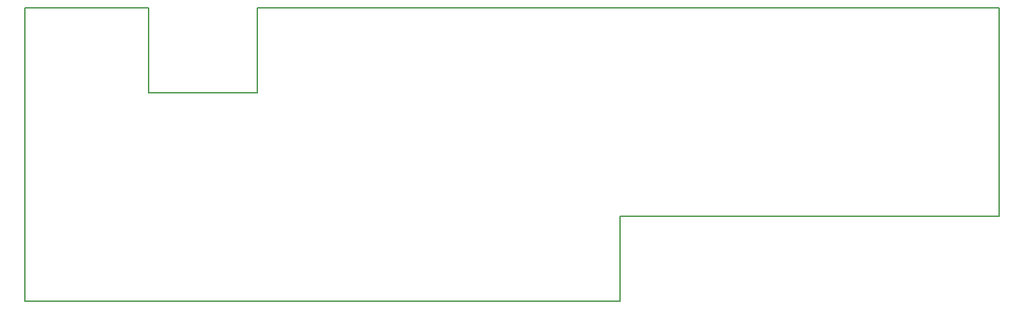
<source format=gm1>
G04 MADE WITH FRITZING*
G04 WWW.FRITZING.ORG*
G04 DOUBLE SIDED*
G04 HOLES PLATED*
G04 CONTOUR ON CENTER OF CONTOUR VECTOR*
%ASAXBY*%
%FSLAX23Y23*%
%MOIN*%
%OFA0B0*%
%SFA1.0B1.0*%
%ADD10C,0.008*%
%LNCONTOUR*%
G90*
G70*
G54D10*
X0Y1496D02*
X0Y1495D01*
X0Y1D01*
X1Y1D01*
X2Y1D01*
X3Y1D01*
X4Y1D01*
X5Y1D01*
X6Y1D01*
X7Y1D01*
X8Y1D01*
X9Y1D01*
X10Y1D01*
X11Y1D01*
X12Y1D01*
X13Y1D01*
X14Y1D01*
X15Y1D01*
X16Y1D01*
X17Y1D01*
X18Y1D01*
X19Y1D01*
X20Y1D01*
X21Y1D01*
X22Y1D01*
X23Y1D01*
X24Y1D01*
X25Y1D01*
X26Y1D01*
X27Y1D01*
X28Y1D01*
X29Y1D01*
X30Y1D01*
X31Y1D01*
X32Y1D01*
X33Y1D01*
X34Y1D01*
X35Y1D01*
X36Y1D01*
X37Y1D01*
X38Y1D01*
X39Y1D01*
X40Y1D01*
X41Y1D01*
X42Y1D01*
X43Y1D01*
X44Y1D01*
X45Y1D01*
X46Y1D01*
X47Y1D01*
X48Y1D01*
X49Y1D01*
X50Y1D01*
X51Y1D01*
X52Y1D01*
X53Y1D01*
X54Y1D01*
X55Y1D01*
X56Y1D01*
X57Y1D01*
X58Y1D01*
X59Y1D01*
X60Y1D01*
X61Y1D01*
X62Y1D01*
X63Y1D01*
X64Y1D01*
X65Y1D01*
X66Y1D01*
X67Y1D01*
X68Y1D01*
X69Y1D01*
X70Y1D01*
X71Y1D01*
X72Y1D01*
X73Y1D01*
X74Y1D01*
X75Y1D01*
X76Y1D01*
X77Y1D01*
X78Y1D01*
X79Y1D01*
X80Y1D01*
X81Y1D01*
X82Y1D01*
X83Y1D01*
X84Y1D01*
X85Y1D01*
X86Y1D01*
X87Y1D01*
X88Y1D01*
X89Y1D01*
X90Y1D01*
X91Y1D01*
X92Y1D01*
X93Y1D01*
X94Y1D01*
X95Y1D01*
X96Y1D01*
X97Y1D01*
X98Y1D01*
X99Y1D01*
X100Y1D01*
X101Y1D01*
X102Y1D01*
X103Y1D01*
X104Y1D01*
X105Y1D01*
X106Y1D01*
X107Y1D01*
X108Y1D01*
X109Y1D01*
X110Y1D01*
X111Y1D01*
X112Y1D01*
X113Y1D01*
X114Y1D01*
X115Y1D01*
X116Y1D01*
X117Y1D01*
X118Y1D01*
X119Y1D01*
X120Y1D01*
X121Y1D01*
X122Y1D01*
X123Y1D01*
X124Y1D01*
X125Y1D01*
X126Y1D01*
X127Y1D01*
X128Y1D01*
X129Y1D01*
X130Y1D01*
X131Y1D01*
X132Y1D01*
X133Y1D01*
X134Y1D01*
X135Y1D01*
X136Y1D01*
X137Y1D01*
X138Y1D01*
X139Y1D01*
X140Y1D01*
X141Y1D01*
X142Y1D01*
X143Y1D01*
X144Y1D01*
X145Y1D01*
X146Y1D01*
X147Y1D01*
X148Y1D01*
X149Y1D01*
X150Y1D01*
X151Y1D01*
X152Y1D01*
X153Y1D01*
X154Y1D01*
X155Y1D01*
X156Y1D01*
X157Y1D01*
X158Y1D01*
X159Y1D01*
X160Y1D01*
X161Y1D01*
X162Y1D01*
X163Y1D01*
X164Y1D01*
X165Y1D01*
X166Y1D01*
X167Y1D01*
X168Y1D01*
X169Y1D01*
X170Y1D01*
X171Y1D01*
X172Y1D01*
X173Y1D01*
X174Y1D01*
X175Y1D01*
X176Y1D01*
X177Y1D01*
X178Y1D01*
X179Y1D01*
X180Y1D01*
X181Y1D01*
X182Y1D01*
X183Y1D01*
X184Y1D01*
X185Y1D01*
X186Y1D01*
X187Y1D01*
X188Y1D01*
X189Y1D01*
X190Y1D01*
X191Y1D01*
X192Y1D01*
X193Y1D01*
X194Y1D01*
X195Y1D01*
X196Y1D01*
X197Y1D01*
X198Y1D01*
X199Y1D01*
X200Y1D01*
X201Y1D01*
X202Y1D01*
X203Y1D01*
X204Y1D01*
X205Y1D01*
X206Y1D01*
X207Y1D01*
X208Y1D01*
X209Y1D01*
X210Y1D01*
X211Y1D01*
X212Y1D01*
X213Y1D01*
X214Y1D01*
X215Y1D01*
X216Y1D01*
X217Y1D01*
X218Y1D01*
X219Y1D01*
X220Y1D01*
X221Y1D01*
X222Y1D01*
X223Y1D01*
X224Y1D01*
X225Y1D01*
X226Y1D01*
X227Y1D01*
X228Y1D01*
X229Y1D01*
X230Y1D01*
X231Y1D01*
X232Y1D01*
X233Y1D01*
X234Y1D01*
X235Y1D01*
X236Y1D01*
X237Y1D01*
X238Y1D01*
X239Y1D01*
X240Y1D01*
X241Y1D01*
X242Y1D01*
X243Y1D01*
X244Y1D01*
X245Y1D01*
X246Y1D01*
X247Y1D01*
X248Y1D01*
X249Y1D01*
X250Y1D01*
X251Y1D01*
X252Y1D01*
X253Y1D01*
X254Y1D01*
X255Y1D01*
X256Y1D01*
X257Y1D01*
X258Y1D01*
X259Y1D01*
X260Y1D01*
X261Y1D01*
X262Y1D01*
X263Y1D01*
X264Y1D01*
X265Y1D01*
X266Y1D01*
X267Y1D01*
X268Y1D01*
X269Y1D01*
X270Y1D01*
X271Y1D01*
X272Y1D01*
X273Y1D01*
X274Y1D01*
X275Y1D01*
X276Y1D01*
X277Y1D01*
X278Y1D01*
X279Y1D01*
X280Y1D01*
X281Y1D01*
X282Y1D01*
X283Y1D01*
X284Y1D01*
X285Y1D01*
X286Y1D01*
X287Y1D01*
X288Y1D01*
X289Y1D01*
X290Y1D01*
X291Y1D01*
X292Y1D01*
X293Y1D01*
X294Y1D01*
X295Y1D01*
X296Y1D01*
X297Y1D01*
X298Y1D01*
X299Y1D01*
X300Y1D01*
X301Y1D01*
X302Y1D01*
X303Y1D01*
X304Y1D01*
X305Y1D01*
X306Y1D01*
X307Y1D01*
X308Y1D01*
X309Y1D01*
X310Y1D01*
X311Y1D01*
X312Y1D01*
X313Y1D01*
X314Y1D01*
X315Y1D01*
X316Y1D01*
X317Y1D01*
X318Y1D01*
X319Y1D01*
X320Y1D01*
X321Y1D01*
X322Y1D01*
X323Y1D01*
X324Y1D01*
X325Y1D01*
X326Y1D01*
X327Y1D01*
X328Y1D01*
X329Y1D01*
X330Y1D01*
X331Y1D01*
X332Y1D01*
X333Y1D01*
X334Y1D01*
X335Y1D01*
X336Y1D01*
X337Y1D01*
X338Y1D01*
X339Y1D01*
X340Y1D01*
X341Y1D01*
X342Y1D01*
X343Y1D01*
X344Y1D01*
X345Y1D01*
X346Y1D01*
X347Y1D01*
X348Y1D01*
X349Y1D01*
X350Y1D01*
X351Y1D01*
X352Y1D01*
X353Y1D01*
X354Y1D01*
X355Y1D01*
X356Y1D01*
X357Y1D01*
X358Y1D01*
X359Y1D01*
X360Y1D01*
X361Y1D01*
X362Y1D01*
X363Y1D01*
X364Y1D01*
X365Y1D01*
X366Y1D01*
X367Y1D01*
X368Y1D01*
X369Y1D01*
X370Y1D01*
X371Y1D01*
X372Y1D01*
X373Y1D01*
X374Y1D01*
X375Y1D01*
X376Y1D01*
X377Y1D01*
X378Y1D01*
X379Y1D01*
X380Y1D01*
X381Y1D01*
X382Y1D01*
X383Y1D01*
X384Y1D01*
X385Y1D01*
X386Y1D01*
X387Y1D01*
X388Y1D01*
X389Y1D01*
X390Y1D01*
X391Y1D01*
X392Y1D01*
X393Y1D01*
X394Y1D01*
X395Y1D01*
X396Y1D01*
X397Y1D01*
X398Y1D01*
X399Y1D01*
X400Y1D01*
X401Y1D01*
X402Y1D01*
X403Y1D01*
X404Y1D01*
X405Y1D01*
X406Y1D01*
X407Y1D01*
X408Y1D01*
X409Y1D01*
X410Y1D01*
X411Y1D01*
X412Y1D01*
X413Y1D01*
X414Y1D01*
X415Y1D01*
X416Y1D01*
X417Y1D01*
X418Y1D01*
X419Y1D01*
X420Y1D01*
X421Y1D01*
X422Y1D01*
X423Y1D01*
X424Y1D01*
X425Y1D01*
X426Y1D01*
X427Y1D01*
X428Y1D01*
X429Y1D01*
X430Y1D01*
X431Y1D01*
X432Y1D01*
X433Y1D01*
X434Y1D01*
X435Y1D01*
X436Y1D01*
X437Y1D01*
X438Y1D01*
X439Y1D01*
X440Y1D01*
X441Y1D01*
X442Y1D01*
X443Y1D01*
X444Y1D01*
X445Y1D01*
X446Y1D01*
X447Y1D01*
X448Y1D01*
X449Y1D01*
X450Y1D01*
X451Y1D01*
X452Y1D01*
X453Y1D01*
X454Y1D01*
X455Y1D01*
X456Y1D01*
X457Y1D01*
X458Y1D01*
X459Y1D01*
X460Y1D01*
X461Y1D01*
X462Y1D01*
X463Y1D01*
X464Y1D01*
X465Y1D01*
X466Y1D01*
X467Y1D01*
X468Y1D01*
X469Y1D01*
X470Y1D01*
X471Y1D01*
X472Y1D01*
X473Y1D01*
X474Y1D01*
X475Y1D01*
X476Y1D01*
X477Y1D01*
X478Y1D01*
X479Y1D01*
X480Y1D01*
X481Y1D01*
X482Y1D01*
X483Y1D01*
X484Y1D01*
X485Y1D01*
X486Y1D01*
X487Y1D01*
X488Y1D01*
X489Y1D01*
X490Y1D01*
X491Y1D01*
X492Y1D01*
X493Y1D01*
X494Y1D01*
X495Y1D01*
X496Y1D01*
X497Y1D01*
X498Y1D01*
X499Y1D01*
X500Y1D01*
X501Y1D01*
X502Y1D01*
X503Y1D01*
X504Y1D01*
X505Y1D01*
X506Y1D01*
X507Y1D01*
X508Y1D01*
X509Y1D01*
X510Y1D01*
X511Y1D01*
X512Y1D01*
X513Y1D01*
X514Y1D01*
X515Y1D01*
X516Y1D01*
X517Y1D01*
X518Y1D01*
X519Y1D01*
X520Y1D01*
X521Y1D01*
X522Y1D01*
X523Y1D01*
X524Y1D01*
X525Y1D01*
X526Y1D01*
X527Y1D01*
X528Y1D01*
X529Y1D01*
X530Y1D01*
X531Y1D01*
X532Y1D01*
X533Y1D01*
X534Y1D01*
X535Y1D01*
X536Y1D01*
X537Y1D01*
X538Y1D01*
X539Y1D01*
X540Y1D01*
X541Y1D01*
X542Y1D01*
X543Y1D01*
X544Y1D01*
X545Y1D01*
X546Y1D01*
X547Y1D01*
X548Y1D01*
X549Y1D01*
X550Y1D01*
X551Y1D01*
X552Y1D01*
X553Y1D01*
X554Y1D01*
X555Y1D01*
X556Y1D01*
X557Y1D01*
X558Y1D01*
X559Y1D01*
X560Y1D01*
X561Y1D01*
X562Y1D01*
X563Y1D01*
X564Y1D01*
X565Y1D01*
X566Y1D01*
X567Y1D01*
X568Y1D01*
X569Y1D01*
X570Y1D01*
X571Y1D01*
X572Y1D01*
X573Y1D01*
X574Y1D01*
X575Y1D01*
X576Y1D01*
X577Y1D01*
X578Y1D01*
X579Y1D01*
X580Y1D01*
X581Y1D01*
X582Y1D01*
X583Y1D01*
X584Y1D01*
X585Y1D01*
X586Y1D01*
X587Y1D01*
X588Y1D01*
X589Y1D01*
X590Y1D01*
X591Y1D01*
X592Y1D01*
X593Y1D01*
X594Y1D01*
X595Y1D01*
X596Y1D01*
X597Y1D01*
X598Y1D01*
X599Y1D01*
X600Y1D01*
X601Y1D01*
X602Y1D01*
X603Y1D01*
X604Y1D01*
X605Y1D01*
X606Y1D01*
X607Y1D01*
X608Y1D01*
X609Y1D01*
X610Y1D01*
X611Y1D01*
X612Y1D01*
X613Y1D01*
X614Y1D01*
X615Y1D01*
X616Y1D01*
X617Y1D01*
X618Y1D01*
X619Y1D01*
X620Y1D01*
X621Y1D01*
X622Y1D01*
X623Y1D01*
X624Y1D01*
X625Y1D01*
X626Y1D01*
X627Y1D01*
X628Y1D01*
X629Y1D01*
X630Y1D01*
X631Y1D01*
X632Y1D01*
X633Y1D01*
X634Y1D01*
X635Y1D01*
X636Y1D01*
X637Y1D01*
X638Y1D01*
X639Y1D01*
X640Y1D01*
X641Y1D01*
X642Y1D01*
X643Y1D01*
X644Y1D01*
X645Y1D01*
X646Y1D01*
X647Y1D01*
X648Y1D01*
X649Y1D01*
X650Y1D01*
X651Y1D01*
X652Y1D01*
X653Y1D01*
X654Y1D01*
X655Y1D01*
X656Y1D01*
X657Y1D01*
X658Y1D01*
X659Y1D01*
X660Y1D01*
X661Y1D01*
X662Y1D01*
X663Y1D01*
X664Y1D01*
X665Y1D01*
X666Y1D01*
X667Y1D01*
X668Y1D01*
X669Y1D01*
X670Y1D01*
X671Y1D01*
X672Y1D01*
X673Y1D01*
X674Y1D01*
X675Y1D01*
X676Y1D01*
X677Y1D01*
X678Y1D01*
X679Y1D01*
X680Y1D01*
X681Y1D01*
X682Y1D01*
X683Y1D01*
X684Y1D01*
X685Y1D01*
X686Y1D01*
X687Y1D01*
X688Y1D01*
X689Y1D01*
X690Y1D01*
X691Y1D01*
X692Y1D01*
X693Y1D01*
X694Y1D01*
X695Y1D01*
X696Y1D01*
X697Y1D01*
X698Y1D01*
X699Y1D01*
X700Y1D01*
X701Y1D01*
X702Y1D01*
X703Y1D01*
X704Y1D01*
X705Y1D01*
X706Y1D01*
X707Y1D01*
X708Y1D01*
X709Y1D01*
X710Y1D01*
X711Y1D01*
X712Y1D01*
X713Y1D01*
X714Y1D01*
X715Y1D01*
X716Y1D01*
X717Y1D01*
X718Y1D01*
X719Y1D01*
X720Y1D01*
X721Y1D01*
X722Y1D01*
X723Y1D01*
X724Y1D01*
X725Y1D01*
X726Y1D01*
X727Y1D01*
X728Y1D01*
X729Y1D01*
X730Y1D01*
X731Y1D01*
X732Y1D01*
X733Y1D01*
X734Y1D01*
X735Y1D01*
X736Y1D01*
X737Y1D01*
X738Y1D01*
X739Y1D01*
X740Y1D01*
X741Y1D01*
X742Y1D01*
X743Y1D01*
X744Y1D01*
X745Y1D01*
X746Y1D01*
X747Y1D01*
X748Y1D01*
X749Y1D01*
X750Y1D01*
X751Y1D01*
X752Y1D01*
X753Y1D01*
X754Y1D01*
X755Y1D01*
X756Y1D01*
X757Y1D01*
X758Y1D01*
X759Y1D01*
X760Y1D01*
X761Y1D01*
X762Y1D01*
X763Y1D01*
X764Y1D01*
X765Y1D01*
X766Y1D01*
X767Y1D01*
X768Y1D01*
X769Y1D01*
X770Y1D01*
X771Y1D01*
X772Y1D01*
X773Y1D01*
X774Y1D01*
X775Y1D01*
X776Y1D01*
X777Y1D01*
X778Y1D01*
X779Y1D01*
X780Y1D01*
X781Y1D01*
X782Y1D01*
X783Y1D01*
X784Y1D01*
X785Y1D01*
X786Y1D01*
X787Y1D01*
X788Y1D01*
X789Y1D01*
X790Y1D01*
X791Y1D01*
X792Y1D01*
X793Y1D01*
X794Y1D01*
X795Y1D01*
X796Y1D01*
X797Y1D01*
X798Y1D01*
X799Y1D01*
X800Y1D01*
X801Y1D01*
X802Y1D01*
X803Y1D01*
X804Y1D01*
X805Y1D01*
X806Y1D01*
X807Y1D01*
X808Y1D01*
X809Y1D01*
X810Y1D01*
X811Y1D01*
X812Y1D01*
X813Y1D01*
X814Y1D01*
X815Y1D01*
X816Y1D01*
X817Y1D01*
X818Y1D01*
X819Y1D01*
X820Y1D01*
X821Y1D01*
X822Y1D01*
X823Y1D01*
X824Y1D01*
X825Y1D01*
X826Y1D01*
X827Y1D01*
X828Y1D01*
X829Y1D01*
X830Y1D01*
X831Y1D01*
X832Y1D01*
X833Y1D01*
X834Y1D01*
X835Y1D01*
X836Y1D01*
X837Y1D01*
X838Y1D01*
X839Y1D01*
X840Y1D01*
X841Y1D01*
X842Y1D01*
X843Y1D01*
X844Y1D01*
X845Y1D01*
X846Y1D01*
X847Y1D01*
X848Y1D01*
X849Y1D01*
X850Y1D01*
X851Y1D01*
X852Y1D01*
X853Y1D01*
X854Y1D01*
X855Y1D01*
X856Y1D01*
X857Y1D01*
X858Y1D01*
X859Y1D01*
X860Y1D01*
X861Y1D01*
X862Y1D01*
X863Y1D01*
X864Y1D01*
X865Y1D01*
X866Y1D01*
X867Y1D01*
X868Y1D01*
X869Y1D01*
X870Y1D01*
X871Y1D01*
X872Y1D01*
X873Y1D01*
X874Y1D01*
X875Y1D01*
X876Y1D01*
X877Y1D01*
X878Y1D01*
X879Y1D01*
X880Y1D01*
X881Y1D01*
X882Y1D01*
X883Y1D01*
X884Y1D01*
X885Y1D01*
X886Y1D01*
X887Y1D01*
X888Y1D01*
X889Y1D01*
X890Y1D01*
X891Y1D01*
X892Y1D01*
X893Y1D01*
X894Y1D01*
X895Y1D01*
X896Y1D01*
X897Y1D01*
X898Y1D01*
X899Y1D01*
X900Y1D01*
X901Y1D01*
X902Y1D01*
X903Y1D01*
X904Y1D01*
X905Y1D01*
X906Y1D01*
X907Y1D01*
X908Y1D01*
X909Y1D01*
X910Y1D01*
X911Y1D01*
X912Y1D01*
X913Y1D01*
X914Y1D01*
X915Y1D01*
X916Y1D01*
X917Y1D01*
X918Y1D01*
X919Y1D01*
X920Y1D01*
X921Y1D01*
X922Y1D01*
X923Y1D01*
X924Y1D01*
X925Y1D01*
X926Y1D01*
X927Y1D01*
X928Y1D01*
X929Y1D01*
X930Y1D01*
X931Y1D01*
X932Y1D01*
X933Y1D01*
X934Y1D01*
X935Y1D01*
X936Y1D01*
X937Y1D01*
X938Y1D01*
X939Y1D01*
X940Y1D01*
X941Y1D01*
X942Y1D01*
X943Y1D01*
X944Y1D01*
X945Y1D01*
X946Y1D01*
X947Y1D01*
X948Y1D01*
X949Y1D01*
X950Y1D01*
X951Y1D01*
X952Y1D01*
X953Y1D01*
X954Y1D01*
X955Y1D01*
X956Y1D01*
X957Y1D01*
X958Y1D01*
X959Y1D01*
X960Y1D01*
X961Y1D01*
X962Y1D01*
X963Y1D01*
X964Y1D01*
X965Y1D01*
X966Y1D01*
X967Y1D01*
X968Y1D01*
X969Y1D01*
X970Y1D01*
X971Y1D01*
X972Y1D01*
X973Y1D01*
X974Y1D01*
X975Y1D01*
X976Y1D01*
X977Y1D01*
X978Y1D01*
X979Y1D01*
X980Y1D01*
X981Y1D01*
X982Y1D01*
X983Y1D01*
X984Y1D01*
X985Y1D01*
X986Y1D01*
X987Y1D01*
X988Y1D01*
X989Y1D01*
X990Y1D01*
X991Y1D01*
X992Y1D01*
X993Y1D01*
X994Y1D01*
X995Y1D01*
X996Y1D01*
X997Y1D01*
X998Y1D01*
X999Y1D01*
X1000Y1D01*
X1001Y1D01*
X1002Y1D01*
X1003Y1D01*
X1004Y1D01*
X1005Y1D01*
X1006Y1D01*
X1007Y1D01*
X1008Y1D01*
X1009Y1D01*
X1010Y1D01*
X1011Y1D01*
X1012Y1D01*
X1013Y1D01*
X1014Y1D01*
X1015Y1D01*
X1016Y1D01*
X1017Y1D01*
X1018Y1D01*
X1019Y1D01*
X1020Y1D01*
X1021Y1D01*
X1022Y1D01*
X1023Y1D01*
X1024Y1D01*
X1025Y1D01*
X1026Y1D01*
X1027Y1D01*
X1028Y1D01*
X1029Y1D01*
X1030Y1D01*
X1031Y1D01*
X1032Y1D01*
X1033Y1D01*
X1034Y1D01*
X1035Y1D01*
X1036Y1D01*
X1037Y1D01*
X1038Y1D01*
X1039Y1D01*
X1040Y1D01*
X1041Y1D01*
X1042Y1D01*
X1043Y1D01*
X1044Y1D01*
X1045Y1D01*
X1046Y1D01*
X1047Y1D01*
X1048Y1D01*
X1049Y1D01*
X1050Y1D01*
X1051Y1D01*
X1052Y1D01*
X1053Y1D01*
X1054Y1D01*
X1055Y1D01*
X1056Y1D01*
X1057Y1D01*
X1058Y1D01*
X1059Y1D01*
X1060Y1D01*
X1061Y1D01*
X1062Y1D01*
X1063Y1D01*
X1064Y1D01*
X1065Y1D01*
X1066Y1D01*
X1067Y1D01*
X1068Y1D01*
X1069Y1D01*
X1070Y1D01*
X1071Y1D01*
X1072Y1D01*
X1073Y1D01*
X1074Y1D01*
X1075Y1D01*
X1076Y1D01*
X1077Y1D01*
X1078Y1D01*
X1079Y1D01*
X1080Y1D01*
X1081Y1D01*
X1082Y1D01*
X1083Y1D01*
X1084Y1D01*
X1085Y1D01*
X1086Y1D01*
X1087Y1D01*
X1088Y1D01*
X1089Y1D01*
X1090Y1D01*
X1091Y1D01*
X1092Y1D01*
X1093Y1D01*
X1094Y1D01*
X1095Y1D01*
X1096Y1D01*
X1097Y1D01*
X1098Y1D01*
X1099Y1D01*
X1100Y1D01*
X1101Y1D01*
X1102Y1D01*
X1103Y1D01*
X1104Y1D01*
X1105Y1D01*
X1106Y1D01*
X1107Y1D01*
X1108Y1D01*
X1109Y1D01*
X1110Y1D01*
X1111Y1D01*
X1112Y1D01*
X1113Y1D01*
X1114Y1D01*
X1115Y1D01*
X1116Y1D01*
X1117Y1D01*
X1118Y1D01*
X1119Y1D01*
X1120Y1D01*
X1121Y1D01*
X1122Y1D01*
X1123Y1D01*
X1124Y1D01*
X1125Y1D01*
X1126Y1D01*
X1127Y1D01*
X1128Y1D01*
X1129Y1D01*
X1130Y1D01*
X1131Y1D01*
X1132Y1D01*
X1133Y1D01*
X1134Y1D01*
X1135Y1D01*
X1136Y1D01*
X1137Y1D01*
X1138Y1D01*
X1139Y1D01*
X1140Y1D01*
X1141Y1D01*
X1142Y1D01*
X1143Y1D01*
X1144Y1D01*
X1145Y1D01*
X1146Y1D01*
X1147Y1D01*
X1148Y1D01*
X1149Y1D01*
X1150Y1D01*
X1151Y1D01*
X1152Y1D01*
X1153Y1D01*
X1154Y1D01*
X1155Y1D01*
X1156Y1D01*
X1157Y1D01*
X1158Y1D01*
X1159Y1D01*
X1160Y1D01*
X1161Y1D01*
X1162Y1D01*
X1163Y1D01*
X1164Y1D01*
X1165Y1D01*
X1166Y1D01*
X1167Y1D01*
X1168Y1D01*
X1169Y1D01*
X1170Y1D01*
X1171Y1D01*
X1172Y1D01*
X1173Y1D01*
X1174Y1D01*
X1175Y1D01*
X1176Y1D01*
X1177Y1D01*
X1178Y1D01*
X1179Y1D01*
X1180Y1D01*
X1181Y1D01*
X1182Y1D01*
X1183Y1D01*
X1184Y1D01*
X1185Y1D01*
X1186Y1D01*
X1187Y1D01*
X1188Y1D01*
X1189Y1D01*
X1190Y1D01*
X1191Y1D01*
X1192Y1D01*
X1193Y1D01*
X1194Y1D01*
X1195Y1D01*
X1196Y1D01*
X1197Y1D01*
X1198Y1D01*
X1199Y1D01*
X1200Y1D01*
X1201Y1D01*
X1202Y1D01*
X1203Y1D01*
X1204Y1D01*
X1205Y1D01*
X1206Y1D01*
X1207Y1D01*
X1208Y1D01*
X1209Y1D01*
X1210Y1D01*
X1211Y1D01*
X1212Y1D01*
X1213Y1D01*
X1214Y1D01*
X1215Y1D01*
X1216Y1D01*
X1217Y1D01*
X1218Y1D01*
X1219Y1D01*
X1220Y1D01*
X1221Y1D01*
X1222Y1D01*
X1223Y1D01*
X1224Y1D01*
X1225Y1D01*
X1226Y1D01*
X1227Y1D01*
X1228Y1D01*
X1229Y1D01*
X1230Y1D01*
X1231Y1D01*
X1232Y1D01*
X1233Y1D01*
X1234Y1D01*
X1235Y1D01*
X1236Y1D01*
X1237Y1D01*
X1238Y1D01*
X1239Y1D01*
X1240Y1D01*
X1241Y1D01*
X1242Y1D01*
X1243Y1D01*
X1244Y1D01*
X1245Y1D01*
X1246Y1D01*
X1247Y1D01*
X1248Y1D01*
X1249Y1D01*
X1250Y1D01*
X1251Y1D01*
X1252Y1D01*
X1253Y1D01*
X1254Y1D01*
X1255Y1D01*
X1256Y1D01*
X1257Y1D01*
X1258Y1D01*
X1259Y1D01*
X1260Y1D01*
X1261Y1D01*
X1262Y1D01*
X1263Y1D01*
X1264Y1D01*
X1265Y1D01*
X1266Y1D01*
X1267Y1D01*
X1268Y1D01*
X1269Y1D01*
X1270Y1D01*
X1271Y1D01*
X1272Y1D01*
X1273Y1D01*
X1274Y1D01*
X1275Y1D01*
X1276Y1D01*
X1277Y1D01*
X1278Y1D01*
X1279Y1D01*
X1280Y1D01*
X1281Y1D01*
X1282Y1D01*
X1283Y1D01*
X1284Y1D01*
X1285Y1D01*
X1286Y1D01*
X1287Y1D01*
X1288Y1D01*
X1289Y1D01*
X1290Y1D01*
X1291Y1D01*
X1292Y1D01*
X1293Y1D01*
X1294Y1D01*
X1295Y1D01*
X1296Y1D01*
X1297Y1D01*
X1298Y1D01*
X1299Y1D01*
X1300Y1D01*
X1301Y1D01*
X1302Y1D01*
X1303Y1D01*
X1304Y1D01*
X1305Y1D01*
X1306Y1D01*
X1307Y1D01*
X1308Y1D01*
X1309Y1D01*
X1310Y1D01*
X1311Y1D01*
X1312Y1D01*
X1313Y1D01*
X1314Y1D01*
X1315Y1D01*
X1316Y1D01*
X1317Y1D01*
X1318Y1D01*
X1319Y1D01*
X1320Y1D01*
X1321Y1D01*
X1322Y1D01*
X1323Y1D01*
X1324Y1D01*
X1325Y1D01*
X1326Y1D01*
X1327Y1D01*
X1328Y1D01*
X1329Y1D01*
X1330Y1D01*
X1331Y1D01*
X1332Y1D01*
X1333Y1D01*
X1334Y1D01*
X1335Y1D01*
X1336Y1D01*
X1337Y1D01*
X1338Y1D01*
X1339Y1D01*
X1340Y1D01*
X1341Y1D01*
X1342Y1D01*
X1343Y1D01*
X1344Y1D01*
X1345Y1D01*
X1346Y1D01*
X1347Y1D01*
X1348Y1D01*
X1349Y1D01*
X1350Y1D01*
X1351Y1D01*
X1352Y1D01*
X1353Y1D01*
X1354Y1D01*
X1355Y1D01*
X1356Y1D01*
X1357Y1D01*
X1358Y1D01*
X1359Y1D01*
X1360Y1D01*
X1361Y1D01*
X1362Y1D01*
X1363Y1D01*
X1364Y1D01*
X1365Y1D01*
X1366Y1D01*
X1367Y1D01*
X1368Y1D01*
X1369Y1D01*
X1370Y1D01*
X1371Y1D01*
X1372Y1D01*
X1373Y1D01*
X1374Y1D01*
X1375Y1D01*
X1376Y1D01*
X1377Y1D01*
X1378Y1D01*
X1379Y1D01*
X1380Y1D01*
X1381Y1D01*
X1382Y1D01*
X1383Y1D01*
X1384Y1D01*
X1385Y1D01*
X1386Y1D01*
X1387Y1D01*
X1388Y1D01*
X1389Y1D01*
X1390Y1D01*
X1391Y1D01*
X1392Y1D01*
X1393Y1D01*
X1394Y1D01*
X1395Y1D01*
X1396Y1D01*
X1397Y1D01*
X1398Y1D01*
X1399Y1D01*
X1400Y1D01*
X1401Y1D01*
X1402Y1D01*
X1403Y1D01*
X1404Y1D01*
X1405Y1D01*
X1406Y1D01*
X1407Y1D01*
X1408Y1D01*
X1409Y1D01*
X1410Y1D01*
X1411Y1D01*
X1412Y1D01*
X1413Y1D01*
X1414Y1D01*
X1415Y1D01*
X1416Y1D01*
X1417Y1D01*
X1418Y1D01*
X1419Y1D01*
X1420Y1D01*
X1421Y1D01*
X1422Y1D01*
X1423Y1D01*
X1424Y1D01*
X1425Y1D01*
X1426Y1D01*
X1427Y1D01*
X1428Y1D01*
X1429Y1D01*
X1430Y1D01*
X1431Y1D01*
X1432Y1D01*
X1433Y1D01*
X1434Y1D01*
X1435Y1D01*
X1436Y1D01*
X1437Y1D01*
X1438Y1D01*
X1439Y1D01*
X1440Y1D01*
X1441Y1D01*
X1442Y1D01*
X1443Y1D01*
X1444Y1D01*
X1445Y1D01*
X1446Y1D01*
X1447Y1D01*
X1448Y1D01*
X1449Y1D01*
X1450Y1D01*
X1451Y1D01*
X1452Y1D01*
X1453Y1D01*
X1454Y1D01*
X1455Y1D01*
X1456Y1D01*
X1457Y1D01*
X1458Y1D01*
X1459Y1D01*
X1460Y1D01*
X1461Y1D01*
X1462Y1D01*
X1463Y1D01*
X1464Y1D01*
X1465Y1D01*
X1466Y1D01*
X1467Y1D01*
X1468Y1D01*
X1469Y1D01*
X1470Y1D01*
X1471Y1D01*
X1472Y1D01*
X1473Y1D01*
X1474Y1D01*
X1475Y1D01*
X1476Y1D01*
X1477Y1D01*
X1478Y1D01*
X1479Y1D01*
X1480Y1D01*
X1481Y1D01*
X1482Y1D01*
X1483Y1D01*
X1484Y1D01*
X1485Y1D01*
X1486Y1D01*
X1487Y1D01*
X1488Y1D01*
X1489Y1D01*
X1490Y1D01*
X1491Y1D01*
X1492Y1D01*
X1493Y1D01*
X1494Y1D01*
X1495Y1D01*
X1496Y1D01*
X1497Y1D01*
X1498Y1D01*
X1499Y1D01*
X1500Y1D01*
X1501Y1D01*
X1502Y1D01*
X1503Y1D01*
X1504Y1D01*
X1505Y1D01*
X1506Y1D01*
X1507Y1D01*
X1508Y1D01*
X1509Y1D01*
X1510Y1D01*
X1511Y1D01*
X1512Y1D01*
X1513Y1D01*
X1514Y1D01*
X1515Y1D01*
X1516Y1D01*
X1517Y1D01*
X1518Y1D01*
X1519Y1D01*
X1520Y1D01*
X1521Y1D01*
X1522Y1D01*
X1523Y1D01*
X1524Y1D01*
X1525Y1D01*
X1526Y1D01*
X1527Y1D01*
X1528Y1D01*
X1529Y1D01*
X1530Y1D01*
X1531Y1D01*
X1532Y1D01*
X1533Y1D01*
X1534Y1D01*
X1535Y1D01*
X1536Y1D01*
X1537Y1D01*
X1538Y1D01*
X1539Y1D01*
X1540Y1D01*
X1541Y1D01*
X1542Y1D01*
X1543Y1D01*
X1544Y1D01*
X1545Y1D01*
X1546Y1D01*
X1547Y1D01*
X1548Y1D01*
X1549Y1D01*
X1550Y1D01*
X1551Y1D01*
X1552Y1D01*
X1553Y1D01*
X1554Y1D01*
X1555Y1D01*
X1556Y1D01*
X1557Y1D01*
X1558Y1D01*
X1559Y1D01*
X1560Y1D01*
X1561Y1D01*
X1562Y1D01*
X1563Y1D01*
X1564Y1D01*
X1565Y1D01*
X1566Y1D01*
X1567Y1D01*
X1568Y1D01*
X1569Y1D01*
X1570Y1D01*
X1571Y1D01*
X1572Y1D01*
X1573Y1D01*
X1574Y1D01*
X1575Y1D01*
X1576Y1D01*
X1577Y1D01*
X1578Y1D01*
X1579Y1D01*
X1580Y1D01*
X1581Y1D01*
X1582Y1D01*
X1583Y1D01*
X1584Y1D01*
X1585Y1D01*
X1586Y1D01*
X1587Y1D01*
X1588Y1D01*
X1589Y1D01*
X1590Y1D01*
X1591Y1D01*
X1592Y1D01*
X1593Y1D01*
X1594Y1D01*
X1595Y1D01*
X1596Y1D01*
X1597Y1D01*
X1598Y1D01*
X1599Y1D01*
X1600Y1D01*
X1601Y1D01*
X1602Y1D01*
X1603Y1D01*
X1604Y1D01*
X1605Y1D01*
X1606Y1D01*
X1607Y1D01*
X1608Y1D01*
X1609Y1D01*
X1610Y1D01*
X1611Y1D01*
X1612Y1D01*
X1613Y1D01*
X1614Y1D01*
X1615Y1D01*
X1616Y1D01*
X1617Y1D01*
X1618Y1D01*
X1619Y1D01*
X1620Y1D01*
X1621Y1D01*
X1622Y1D01*
X1623Y1D01*
X1624Y1D01*
X1625Y1D01*
X1626Y1D01*
X1627Y1D01*
X1628Y1D01*
X1629Y1D01*
X1630Y1D01*
X1631Y1D01*
X1632Y1D01*
X1633Y1D01*
X1634Y1D01*
X1635Y1D01*
X1636Y1D01*
X1637Y1D01*
X1638Y1D01*
X1639Y1D01*
X1640Y1D01*
X1641Y1D01*
X1642Y1D01*
X1643Y1D01*
X1644Y1D01*
X1645Y1D01*
X1646Y1D01*
X1647Y1D01*
X1648Y1D01*
X1649Y1D01*
X1650Y1D01*
X1651Y1D01*
X1652Y1D01*
X1653Y1D01*
X1654Y1D01*
X1655Y1D01*
X1656Y1D01*
X1657Y1D01*
X1658Y1D01*
X1659Y1D01*
X1660Y1D01*
X1661Y1D01*
X1662Y1D01*
X1663Y1D01*
X1664Y1D01*
X1665Y1D01*
X1666Y1D01*
X1667Y1D01*
X1668Y1D01*
X1669Y1D01*
X1670Y1D01*
X1671Y1D01*
X1672Y1D01*
X1673Y1D01*
X1674Y1D01*
X1675Y1D01*
X1676Y1D01*
X1677Y1D01*
X1678Y1D01*
X1679Y1D01*
X1680Y1D01*
X1681Y1D01*
X1682Y1D01*
X1683Y1D01*
X1684Y1D01*
X1685Y1D01*
X1686Y1D01*
X1687Y1D01*
X1688Y1D01*
X1689Y1D01*
X1690Y1D01*
X1691Y1D01*
X1692Y1D01*
X1693Y1D01*
X1694Y1D01*
X1695Y1D01*
X1696Y1D01*
X1697Y1D01*
X1698Y1D01*
X1699Y1D01*
X1700Y1D01*
X1701Y1D01*
X1702Y1D01*
X1703Y1D01*
X1704Y1D01*
X1705Y1D01*
X1706Y1D01*
X1707Y1D01*
X1708Y1D01*
X1709Y1D01*
X1710Y1D01*
X1711Y1D01*
X1712Y1D01*
X1713Y1D01*
X1714Y1D01*
X1715Y1D01*
X1716Y1D01*
X1717Y1D01*
X1718Y1D01*
X1719Y1D01*
X1720Y1D01*
X1721Y1D01*
X1722Y1D01*
X1723Y1D01*
X1724Y1D01*
X1725Y1D01*
X1726Y1D01*
X1727Y1D01*
X1728Y1D01*
X1729Y1D01*
X1730Y1D01*
X1731Y1D01*
X1732Y1D01*
X1733Y1D01*
X1734Y1D01*
X1735Y1D01*
X1736Y1D01*
X1737Y1D01*
X1738Y1D01*
X1739Y1D01*
X1740Y1D01*
X1741Y1D01*
X1742Y1D01*
X1743Y1D01*
X1744Y1D01*
X1745Y1D01*
X1746Y1D01*
X1747Y1D01*
X1748Y1D01*
X1749Y1D01*
X1750Y1D01*
X1751Y1D01*
X1752Y1D01*
X1753Y1D01*
X1754Y1D01*
X1755Y1D01*
X1756Y1D01*
X1757Y1D01*
X1758Y1D01*
X1759Y1D01*
X1760Y1D01*
X1761Y1D01*
X1762Y1D01*
X1763Y1D01*
X1764Y1D01*
X1765Y1D01*
X1766Y1D01*
X1767Y1D01*
X1768Y1D01*
X1769Y1D01*
X1770Y1D01*
X1771Y1D01*
X1772Y1D01*
X1773Y1D01*
X1774Y1D01*
X1775Y1D01*
X1776Y1D01*
X1777Y1D01*
X1778Y1D01*
X1779Y1D01*
X1780Y1D01*
X1781Y1D01*
X1782Y1D01*
X1783Y1D01*
X1784Y1D01*
X1785Y1D01*
X1786Y1D01*
X1787Y1D01*
X1788Y1D01*
X1789Y1D01*
X1790Y1D01*
X1791Y1D01*
X1792Y1D01*
X1793Y1D01*
X1794Y1D01*
X1795Y1D01*
X1796Y1D01*
X1797Y1D01*
X1798Y1D01*
X1799Y1D01*
X1800Y1D01*
X1801Y1D01*
X1802Y1D01*
X1803Y1D01*
X1804Y1D01*
X1805Y1D01*
X1806Y1D01*
X1807Y1D01*
X1808Y1D01*
X1809Y1D01*
X1810Y1D01*
X1811Y1D01*
X1812Y1D01*
X1813Y1D01*
X1814Y1D01*
X1815Y1D01*
X1816Y1D01*
X1817Y1D01*
X1818Y1D01*
X1819Y1D01*
X1820Y1D01*
X1821Y1D01*
X1822Y1D01*
X1823Y1D01*
X1824Y1D01*
X1825Y1D01*
X1826Y1D01*
X1827Y1D01*
X1828Y1D01*
X1829Y1D01*
X1830Y1D01*
X1831Y1D01*
X1832Y1D01*
X1833Y1D01*
X1834Y1D01*
X1835Y1D01*
X1836Y1D01*
X1837Y1D01*
X1838Y1D01*
X1839Y1D01*
X1840Y1D01*
X1841Y1D01*
X1842Y1D01*
X1843Y1D01*
X1844Y1D01*
X1845Y1D01*
X1846Y1D01*
X1847Y1D01*
X1848Y1D01*
X1849Y1D01*
X1850Y1D01*
X1851Y1D01*
X1852Y1D01*
X1853Y1D01*
X1854Y1D01*
X1855Y1D01*
X1856Y1D01*
X1857Y1D01*
X1858Y1D01*
X1859Y1D01*
X1860Y1D01*
X1861Y1D01*
X1862Y1D01*
X1863Y1D01*
X1864Y1D01*
X1865Y1D01*
X1866Y1D01*
X1867Y1D01*
X1868Y1D01*
X1869Y1D01*
X1870Y1D01*
X1871Y1D01*
X1872Y1D01*
X1873Y1D01*
X1874Y1D01*
X1875Y1D01*
X1876Y1D01*
X1877Y1D01*
X1878Y1D01*
X1879Y1D01*
X1880Y1D01*
X1881Y1D01*
X1882Y1D01*
X1883Y1D01*
X1884Y1D01*
X1885Y1D01*
X1886Y1D01*
X1887Y1D01*
X1888Y1D01*
X1889Y1D01*
X1890Y1D01*
X1891Y1D01*
X1892Y1D01*
X1893Y1D01*
X1894Y1D01*
X1895Y1D01*
X1896Y1D01*
X1897Y1D01*
X1898Y1D01*
X1899Y1D01*
X1900Y1D01*
X1901Y1D01*
X1902Y1D01*
X1903Y1D01*
X1904Y1D01*
X1905Y1D01*
X1906Y1D01*
X1907Y1D01*
X1908Y1D01*
X1909Y1D01*
X1910Y1D01*
X1911Y1D01*
X1912Y1D01*
X1913Y1D01*
X1914Y1D01*
X1915Y1D01*
X1916Y1D01*
X1917Y1D01*
X1918Y1D01*
X1919Y1D01*
X1920Y1D01*
X1921Y1D01*
X1922Y1D01*
X1923Y1D01*
X1924Y1D01*
X1925Y1D01*
X1926Y1D01*
X1927Y1D01*
X1928Y1D01*
X1929Y1D01*
X1930Y1D01*
X1931Y1D01*
X1932Y1D01*
X1933Y1D01*
X1934Y1D01*
X1935Y1D01*
X1936Y1D01*
X1937Y1D01*
X1938Y1D01*
X1939Y1D01*
X1940Y1D01*
X1941Y1D01*
X1942Y1D01*
X1943Y1D01*
X1944Y1D01*
X1945Y1D01*
X1946Y1D01*
X1947Y1D01*
X1948Y1D01*
X1949Y1D01*
X1950Y1D01*
X1951Y1D01*
X1952Y1D01*
X1953Y1D01*
X1954Y1D01*
X1955Y1D01*
X1956Y1D01*
X1957Y1D01*
X1958Y1D01*
X1959Y1D01*
X1960Y1D01*
X1961Y1D01*
X1962Y1D01*
X1963Y1D01*
X1964Y1D01*
X1965Y1D01*
X1966Y1D01*
X1967Y1D01*
X1968Y1D01*
X1969Y1D01*
X1970Y1D01*
X1971Y1D01*
X1972Y1D01*
X1973Y1D01*
X1974Y1D01*
X1975Y1D01*
X1976Y1D01*
X1977Y1D01*
X1978Y1D01*
X1979Y1D01*
X1980Y1D01*
X1981Y1D01*
X1982Y1D01*
X1983Y1D01*
X1984Y1D01*
X1985Y1D01*
X1986Y1D01*
X1987Y1D01*
X1988Y1D01*
X1989Y1D01*
X1990Y1D01*
X1991Y1D01*
X1992Y1D01*
X1993Y1D01*
X1994Y1D01*
X1995Y1D01*
X1996Y1D01*
X1997Y1D01*
X1998Y1D01*
X1999Y1D01*
X2000Y1D01*
X2001Y1D01*
X2002Y1D01*
X2003Y1D01*
X2004Y1D01*
X2005Y1D01*
X2006Y1D01*
X2007Y1D01*
X2008Y1D01*
X2009Y1D01*
X2010Y1D01*
X2011Y1D01*
X2012Y1D01*
X2013Y1D01*
X2014Y1D01*
X2015Y1D01*
X2016Y1D01*
X2017Y1D01*
X2018Y1D01*
X2019Y1D01*
X2020Y1D01*
X2021Y1D01*
X2022Y1D01*
X2023Y1D01*
X2024Y1D01*
X2025Y1D01*
X2026Y1D01*
X2027Y1D01*
X2028Y1D01*
X2029Y1D01*
X2030Y1D01*
X2031Y1D01*
X2032Y1D01*
X2033Y1D01*
X2034Y1D01*
X2035Y1D01*
X2036Y1D01*
X2037Y1D01*
X2038Y1D01*
X2039Y1D01*
X2040Y1D01*
X2041Y1D01*
X2042Y1D01*
X2043Y1D01*
X2044Y1D01*
X2045Y1D01*
X2046Y1D01*
X2047Y1D01*
X2048Y1D01*
X2049Y1D01*
X2050Y1D01*
X2051Y1D01*
X2052Y1D01*
X2053Y1D01*
X2054Y1D01*
X2055Y1D01*
X2056Y1D01*
X2057Y1D01*
X2058Y1D01*
X2059Y1D01*
X2060Y1D01*
X2061Y1D01*
X2062Y1D01*
X2063Y1D01*
X2064Y1D01*
X2065Y1D01*
X2066Y1D01*
X2067Y1D01*
X2068Y1D01*
X2069Y1D01*
X2070Y1D01*
X2071Y1D01*
X2072Y1D01*
X2073Y1D01*
X2074Y1D01*
X2075Y1D01*
X2076Y1D01*
X2077Y1D01*
X2078Y1D01*
X2079Y1D01*
X2080Y1D01*
X2081Y1D01*
X2082Y1D01*
X2083Y1D01*
X2084Y1D01*
X2085Y1D01*
X2086Y1D01*
X2087Y1D01*
X2088Y1D01*
X2089Y1D01*
X2090Y1D01*
X2091Y1D01*
X2092Y1D01*
X2093Y1D01*
X2094Y1D01*
X2095Y1D01*
X2096Y1D01*
X2097Y1D01*
X2098Y1D01*
X2099Y1D01*
X2100Y1D01*
X2101Y1D01*
X2102Y1D01*
X2103Y1D01*
X2104Y1D01*
X2105Y1D01*
X2106Y1D01*
X2107Y1D01*
X2108Y1D01*
X2109Y1D01*
X2110Y1D01*
X2111Y1D01*
X2112Y1D01*
X2113Y1D01*
X2114Y1D01*
X2115Y1D01*
X2116Y1D01*
X2117Y1D01*
X2118Y1D01*
X2119Y1D01*
X2120Y1D01*
X2121Y1D01*
X2122Y1D01*
X2123Y1D01*
X2124Y1D01*
X2125Y1D01*
X2126Y1D01*
X2127Y1D01*
X2128Y1D01*
X2129Y1D01*
X2130Y1D01*
X2131Y1D01*
X2132Y1D01*
X2133Y1D01*
X2134Y1D01*
X2135Y1D01*
X2136Y1D01*
X2137Y1D01*
X2138Y1D01*
X2139Y1D01*
X2140Y1D01*
X2141Y1D01*
X2142Y1D01*
X2143Y1D01*
X2144Y1D01*
X2145Y1D01*
X2146Y1D01*
X2147Y1D01*
X2148Y1D01*
X2149Y1D01*
X2150Y1D01*
X2151Y1D01*
X2152Y1D01*
X2153Y1D01*
X2154Y1D01*
X2155Y1D01*
X2156Y1D01*
X2157Y1D01*
X2158Y1D01*
X2159Y1D01*
X2160Y1D01*
X2161Y1D01*
X2162Y1D01*
X2163Y1D01*
X2164Y1D01*
X2165Y1D01*
X2166Y1D01*
X2167Y1D01*
X2168Y1D01*
X2169Y1D01*
X2170Y1D01*
X2171Y1D01*
X2172Y1D01*
X2173Y1D01*
X2174Y1D01*
X2175Y1D01*
X2176Y1D01*
X2177Y1D01*
X2178Y1D01*
X2179Y1D01*
X2180Y1D01*
X2181Y1D01*
X2182Y1D01*
X2183Y1D01*
X2184Y1D01*
X2185Y1D01*
X2186Y1D01*
X2187Y1D01*
X2188Y1D01*
X2189Y1D01*
X2190Y1D01*
X2191Y1D01*
X2192Y1D01*
X2193Y1D01*
X2194Y1D01*
X2195Y1D01*
X2196Y1D01*
X2197Y1D01*
X2198Y1D01*
X2199Y1D01*
X2200Y1D01*
X2201Y1D01*
X2202Y1D01*
X2203Y1D01*
X2204Y1D01*
X2205Y1D01*
X2206Y1D01*
X2207Y1D01*
X2208Y1D01*
X2209Y1D01*
X2210Y1D01*
X2211Y1D01*
X2212Y1D01*
X2213Y1D01*
X2214Y1D01*
X2215Y1D01*
X2216Y1D01*
X2217Y1D01*
X2218Y1D01*
X2219Y1D01*
X2220Y1D01*
X2221Y1D01*
X2222Y1D01*
X2223Y1D01*
X2224Y1D01*
X2225Y1D01*
X2226Y1D01*
X2227Y1D01*
X2228Y1D01*
X2229Y1D01*
X2230Y1D01*
X2231Y1D01*
X2232Y1D01*
X2233Y1D01*
X2234Y1D01*
X2235Y1D01*
X2236Y1D01*
X2237Y1D01*
X2238Y1D01*
X2239Y1D01*
X2240Y1D01*
X2241Y1D01*
X2242Y1D01*
X2243Y1D01*
X2244Y1D01*
X2245Y1D01*
X2246Y1D01*
X2247Y1D01*
X2248Y1D01*
X2249Y1D01*
X2250Y1D01*
X2251Y1D01*
X2252Y1D01*
X2253Y1D01*
X2254Y1D01*
X2255Y1D01*
X2256Y1D01*
X2257Y1D01*
X2258Y1D01*
X2259Y1D01*
X2260Y1D01*
X2261Y1D01*
X2262Y1D01*
X2263Y1D01*
X2264Y1D01*
X2265Y1D01*
X2266Y1D01*
X2267Y1D01*
X2268Y1D01*
X2269Y1D01*
X2270Y1D01*
X2271Y1D01*
X2272Y1D01*
X2273Y1D01*
X2274Y1D01*
X2275Y1D01*
X2276Y1D01*
X2277Y1D01*
X2278Y1D01*
X2279Y1D01*
X2280Y1D01*
X2281Y1D01*
X2282Y1D01*
X2283Y1D01*
X2284Y1D01*
X2285Y1D01*
X2286Y1D01*
X2287Y1D01*
X2288Y1D01*
X2289Y1D01*
X2290Y1D01*
X2291Y1D01*
X2292Y1D01*
X2293Y1D01*
X2294Y1D01*
X2295Y1D01*
X2296Y1D01*
X2297Y1D01*
X2298Y1D01*
X2299Y1D01*
X2300Y1D01*
X2301Y1D01*
X2302Y1D01*
X2303Y1D01*
X2304Y1D01*
X2305Y1D01*
X2306Y1D01*
X2307Y1D01*
X2308Y1D01*
X2309Y1D01*
X2310Y1D01*
X2311Y1D01*
X2312Y1D01*
X2313Y1D01*
X2314Y1D01*
X2315Y1D01*
X2316Y1D01*
X2317Y1D01*
X2318Y1D01*
X2319Y1D01*
X2320Y1D01*
X2321Y1D01*
X2322Y1D01*
X2323Y1D01*
X2324Y1D01*
X2325Y1D01*
X2326Y1D01*
X2327Y1D01*
X2328Y1D01*
X2329Y1D01*
X2330Y1D01*
X2331Y1D01*
X2332Y1D01*
X2333Y1D01*
X2334Y1D01*
X2335Y1D01*
X2336Y1D01*
X2337Y1D01*
X2338Y1D01*
X2339Y1D01*
X2340Y1D01*
X2341Y1D01*
X2342Y1D01*
X2343Y1D01*
X2344Y1D01*
X2345Y1D01*
X2346Y1D01*
X2347Y1D01*
X2348Y1D01*
X2349Y1D01*
X2350Y1D01*
X2351Y1D01*
X2352Y1D01*
X2353Y1D01*
X2354Y1D01*
X2355Y1D01*
X2356Y1D01*
X2357Y1D01*
X2358Y1D01*
X2359Y1D01*
X2360Y1D01*
X2361Y1D01*
X2362Y1D01*
X2363Y1D01*
X2364Y1D01*
X2365Y1D01*
X2366Y1D01*
X2367Y1D01*
X2368Y1D01*
X2369Y1D01*
X2370Y1D01*
X2371Y1D01*
X2372Y1D01*
X2373Y1D01*
X2374Y1D01*
X2375Y1D01*
X2376Y1D01*
X2377Y1D01*
X2378Y1D01*
X2379Y1D01*
X2380Y1D01*
X2381Y1D01*
X2382Y1D01*
X2383Y1D01*
X2384Y1D01*
X2385Y1D01*
X2386Y1D01*
X2387Y1D01*
X2388Y1D01*
X2389Y1D01*
X2390Y1D01*
X2391Y1D01*
X2392Y1D01*
X2393Y1D01*
X2394Y1D01*
X2395Y1D01*
X2396Y1D01*
X2397Y1D01*
X2398Y1D01*
X2399Y1D01*
X2400Y1D01*
X2401Y1D01*
X2402Y1D01*
X2403Y1D01*
X2404Y1D01*
X2405Y1D01*
X2406Y1D01*
X2407Y1D01*
X2408Y1D01*
X2409Y1D01*
X2410Y1D01*
X2411Y1D01*
X2412Y1D01*
X2413Y1D01*
X2414Y1D01*
X2415Y1D01*
X2416Y1D01*
X2417Y1D01*
X2418Y1D01*
X2419Y1D01*
X2420Y1D01*
X2421Y1D01*
X2422Y1D01*
X2423Y1D01*
X2424Y1D01*
X2425Y1D01*
X2426Y1D01*
X2427Y1D01*
X2428Y1D01*
X2429Y1D01*
X2430Y1D01*
X2431Y1D01*
X2432Y1D01*
X2433Y1D01*
X2434Y1D01*
X2435Y1D01*
X2436Y1D01*
X2437Y1D01*
X2438Y1D01*
X2439Y1D01*
X2440Y1D01*
X2441Y1D01*
X2442Y1D01*
X2443Y1D01*
X2444Y1D01*
X2445Y1D01*
X2446Y1D01*
X2447Y1D01*
X2448Y1D01*
X2449Y1D01*
X2450Y1D01*
X2451Y1D01*
X2452Y1D01*
X2453Y1D01*
X2454Y1D01*
X2455Y1D01*
X2456Y1D01*
X2457Y1D01*
X2458Y1D01*
X2459Y1D01*
X2460Y1D01*
X2461Y1D01*
X2462Y1D01*
X2463Y1D01*
X2464Y1D01*
X2465Y1D01*
X2466Y1D01*
X2467Y1D01*
X2468Y1D01*
X2469Y1D01*
X2470Y1D01*
X2471Y1D01*
X2472Y1D01*
X2473Y1D01*
X2474Y1D01*
X2475Y1D01*
X2476Y1D01*
X2477Y1D01*
X2478Y1D01*
X2479Y1D01*
X2480Y1D01*
X2481Y1D01*
X2482Y1D01*
X2483Y1D01*
X2484Y1D01*
X2485Y1D01*
X2486Y1D01*
X2487Y1D01*
X2488Y1D01*
X2489Y1D01*
X2490Y1D01*
X2491Y1D01*
X2492Y1D01*
X2493Y1D01*
X2494Y1D01*
X2495Y1D01*
X2496Y1D01*
X2497Y1D01*
X2498Y1D01*
X2499Y1D01*
X2500Y1D01*
X2501Y1D01*
X2502Y1D01*
X2503Y1D01*
X2504Y1D01*
X2505Y1D01*
X2506Y1D01*
X2507Y1D01*
X2508Y1D01*
X2509Y1D01*
X2510Y1D01*
X2511Y1D01*
X2512Y1D01*
X2513Y1D01*
X2514Y1D01*
X2515Y1D01*
X2516Y1D01*
X2517Y1D01*
X2518Y1D01*
X2519Y1D01*
X2520Y1D01*
X2521Y1D01*
X2522Y1D01*
X2523Y1D01*
X2524Y1D01*
X2525Y1D01*
X2526Y1D01*
X2527Y1D01*
X2528Y1D01*
X2529Y1D01*
X2530Y1D01*
X2531Y1D01*
X2532Y1D01*
X2533Y1D01*
X2534Y1D01*
X2535Y1D01*
X2536Y1D01*
X2537Y1D01*
X2538Y1D01*
X2539Y1D01*
X2540Y1D01*
X2541Y1D01*
X2542Y1D01*
X2543Y1D01*
X2544Y1D01*
X2545Y1D01*
X2546Y1D01*
X2547Y1D01*
X2548Y1D01*
X2549Y1D01*
X2550Y1D01*
X2551Y1D01*
X2552Y1D01*
X2553Y1D01*
X2554Y1D01*
X2555Y1D01*
X2556Y1D01*
X2557Y1D01*
X2558Y1D01*
X2559Y1D01*
X2560Y1D01*
X2561Y1D01*
X2562Y1D01*
X2563Y1D01*
X2564Y1D01*
X2565Y1D01*
X2566Y1D01*
X2567Y1D01*
X2568Y1D01*
X2569Y1D01*
X2570Y1D01*
X2571Y1D01*
X2572Y1D01*
X2573Y1D01*
X2574Y1D01*
X2575Y1D01*
X2576Y1D01*
X2577Y1D01*
X2578Y1D01*
X2579Y1D01*
X2580Y1D01*
X2581Y1D01*
X2582Y1D01*
X2583Y1D01*
X2584Y1D01*
X2585Y1D01*
X2586Y1D01*
X2587Y1D01*
X2588Y1D01*
X2589Y1D01*
X2590Y1D01*
X2591Y1D01*
X2592Y1D01*
X2593Y1D01*
X2594Y1D01*
X2595Y1D01*
X2596Y1D01*
X2597Y1D01*
X2598Y1D01*
X2599Y1D01*
X2600Y1D01*
X2601Y1D01*
X2602Y1D01*
X2603Y1D01*
X2604Y1D01*
X2605Y1D01*
X2606Y1D01*
X2607Y1D01*
X2608Y1D01*
X2609Y1D01*
X2610Y1D01*
X2611Y1D01*
X2612Y1D01*
X2613Y1D01*
X2614Y1D01*
X2615Y1D01*
X2616Y1D01*
X2617Y1D01*
X2618Y1D01*
X2619Y1D01*
X2620Y1D01*
X2621Y1D01*
X2622Y1D01*
X2623Y1D01*
X2624Y1D01*
X2625Y1D01*
X2626Y1D01*
X2627Y1D01*
X2628Y1D01*
X2629Y1D01*
X2630Y1D01*
X2631Y1D01*
X2632Y1D01*
X2633Y1D01*
X2634Y1D01*
X2635Y1D01*
X2636Y1D01*
X2637Y1D01*
X2638Y1D01*
X2639Y1D01*
X2640Y1D01*
X2641Y1D01*
X2642Y1D01*
X2643Y1D01*
X2644Y1D01*
X2645Y1D01*
X2646Y1D01*
X2647Y1D01*
X2648Y1D01*
X2649Y1D01*
X2650Y1D01*
X2651Y1D01*
X2652Y1D01*
X2653Y1D01*
X2654Y1D01*
X2655Y1D01*
X2656Y1D01*
X2657Y1D01*
X2658Y1D01*
X2659Y1D01*
X2660Y1D01*
X2661Y1D01*
X2662Y1D01*
X2663Y1D01*
X2664Y1D01*
X2665Y1D01*
X2666Y1D01*
X2667Y1D01*
X2668Y1D01*
X2669Y1D01*
X2670Y1D01*
X2671Y1D01*
X2672Y1D01*
X2673Y1D01*
X2674Y1D01*
X2675Y1D01*
X2676Y1D01*
X2677Y1D01*
X2678Y1D01*
X2679Y1D01*
X2680Y1D01*
X2681Y1D01*
X2682Y1D01*
X2683Y1D01*
X2684Y1D01*
X2685Y1D01*
X2686Y1D01*
X2687Y1D01*
X2688Y1D01*
X2689Y1D01*
X2690Y1D01*
X2691Y1D01*
X2692Y1D01*
X2693Y1D01*
X2694Y1D01*
X2695Y1D01*
X2696Y1D01*
X2697Y1D01*
X2698Y1D01*
X2699Y1D01*
X2700Y1D01*
X2701Y1D01*
X2702Y1D01*
X2703Y1D01*
X2704Y1D01*
X2705Y1D01*
X2706Y1D01*
X2707Y1D01*
X2708Y1D01*
X2709Y1D01*
X2710Y1D01*
X2711Y1D01*
X2712Y1D01*
X2713Y1D01*
X2714Y1D01*
X2715Y1D01*
X2716Y1D01*
X2717Y1D01*
X2718Y1D01*
X2719Y1D01*
X2720Y1D01*
X2721Y1D01*
X2722Y1D01*
X2723Y1D01*
X2724Y1D01*
X2725Y1D01*
X2726Y1D01*
X2727Y1D01*
X2728Y1D01*
X2729Y1D01*
X2730Y1D01*
X2731Y1D01*
X2732Y1D01*
X2733Y1D01*
X2734Y1D01*
X2735Y1D01*
X2736Y1D01*
X2737Y1D01*
X2738Y1D01*
X2739Y1D01*
X2740Y1D01*
X2741Y1D01*
X2742Y1D01*
X2743Y1D01*
X2744Y1D01*
X2745Y1D01*
X2746Y1D01*
X2747Y1D01*
X2748Y1D01*
X2749Y1D01*
X2750Y1D01*
X2751Y1D01*
X2752Y1D01*
X2753Y1D01*
X2754Y1D01*
X2755Y1D01*
X2756Y1D01*
X2757Y1D01*
X2758Y1D01*
X2759Y1D01*
X2760Y1D01*
X2761Y1D01*
X2762Y1D01*
X2763Y1D01*
X2764Y1D01*
X2765Y1D01*
X2766Y1D01*
X2767Y1D01*
X2768Y1D01*
X2769Y1D01*
X2770Y1D01*
X2771Y1D01*
X2772Y1D01*
X2773Y1D01*
X2774Y1D01*
X2775Y1D01*
X2776Y1D01*
X2777Y1D01*
X2778Y1D01*
X2779Y1D01*
X2780Y1D01*
X2781Y1D01*
X2782Y1D01*
X2783Y1D01*
X2784Y1D01*
X2785Y1D01*
X2786Y1D01*
X2787Y1D01*
X2788Y1D01*
X2789Y1D01*
X2790Y1D01*
X2791Y1D01*
X2792Y1D01*
X2793Y1D01*
X2794Y1D01*
X2795Y1D01*
X2796Y1D01*
X2797Y1D01*
X2798Y1D01*
X2799Y1D01*
X2800Y1D01*
X2801Y1D01*
X2802Y1D01*
X2803Y1D01*
X2804Y1D01*
X2805Y1D01*
X2806Y1D01*
X2807Y1D01*
X2808Y1D01*
X2809Y1D01*
X2810Y1D01*
X2811Y1D01*
X2812Y1D01*
X2813Y1D01*
X2814Y1D01*
X2815Y1D01*
X2816Y1D01*
X2817Y1D01*
X2818Y1D01*
X2819Y1D01*
X2820Y1D01*
X2821Y1D01*
X2822Y1D01*
X2823Y1D01*
X2824Y1D01*
X2825Y1D01*
X2826Y1D01*
X2827Y1D01*
X2828Y1D01*
X2829Y1D01*
X2830Y1D01*
X2831Y1D01*
X2832Y1D01*
X2833Y1D01*
X2834Y1D01*
X2835Y1D01*
X2836Y1D01*
X2837Y1D01*
X2838Y1D01*
X2839Y1D01*
X2840Y1D01*
X2841Y1D01*
X2842Y1D01*
X2843Y1D01*
X2844Y1D01*
X2845Y1D01*
X2846Y1D01*
X2847Y1D01*
X2848Y1D01*
X2849Y1D01*
X2850Y1D01*
X2851Y1D01*
X2852Y1D01*
X2853Y1D01*
X2854Y1D01*
X2855Y1D01*
X2856Y1D01*
X2857Y1D01*
X2858Y1D01*
X2859Y1D01*
X2860Y1D01*
X2861Y1D01*
X2862Y1D01*
X2863Y1D01*
X2864Y1D01*
X2865Y1D01*
X2866Y1D01*
X2867Y1D01*
X2868Y1D01*
X2869Y1D01*
X2870Y1D01*
X2871Y1D01*
X2872Y1D01*
X2873Y1D01*
X2874Y1D01*
X2875Y1D01*
X2876Y1D01*
X2877Y1D01*
X2878Y1D01*
X2879Y1D01*
X2880Y1D01*
X2881Y1D01*
X2882Y1D01*
X2883Y1D01*
X2884Y1D01*
X2885Y1D01*
X2886Y1D01*
X2887Y1D01*
X2888Y1D01*
X2889Y1D01*
X2890Y1D01*
X2891Y1D01*
X2892Y1D01*
X2893Y1D01*
X2894Y1D01*
X2895Y1D01*
X2896Y1D01*
X2897Y1D01*
X2898Y1D01*
X2899Y1D01*
X2900Y1D01*
X2901Y1D01*
X2902Y1D01*
X2903Y1D01*
X2904Y1D01*
X2905Y1D01*
X2906Y1D01*
X2907Y1D01*
X2908Y1D01*
X2909Y1D01*
X2910Y1D01*
X2911Y1D01*
X2912Y1D01*
X2913Y1D01*
X2914Y1D01*
X2915Y1D01*
X2916Y1D01*
X2917Y1D01*
X2918Y1D01*
X2919Y1D01*
X2920Y1D01*
X2921Y1D01*
X2922Y1D01*
X2923Y1D01*
X2924Y1D01*
X2925Y1D01*
X2926Y1D01*
X2927Y1D01*
X2928Y1D01*
X2929Y1D01*
X2930Y1D01*
X2931Y1D01*
X2932Y1D01*
X2933Y1D01*
X2934Y1D01*
X2935Y1D01*
X2936Y1D01*
X2937Y1D01*
X2938Y1D01*
X2939Y1D01*
X2940Y1D01*
X2941Y1D01*
X2942Y1D01*
X2943Y1D01*
X2944Y1D01*
X2945Y1D01*
X2946Y1D01*
X2947Y1D01*
X2948Y1D01*
X2949Y1D01*
X2950Y1D01*
X2951Y1D01*
X2952Y1D01*
X2953Y1D01*
X2954Y1D01*
X2955Y1D01*
X2956Y1D01*
X2957Y1D01*
X2958Y1D01*
X2959Y1D01*
X2960Y1D01*
X2961Y1D01*
X2962Y1D01*
X2963Y1D01*
X2964Y1D01*
X2965Y1D01*
X2966Y1D01*
X2967Y1D01*
X2968Y1D01*
X2969Y1D01*
X2970Y1D01*
X2971Y1D01*
X2972Y1D01*
X2973Y1D01*
X2974Y1D01*
X2975Y1D01*
X2976Y1D01*
X2977Y1D01*
X2978Y1D01*
X2979Y1D01*
X2980Y1D01*
X2981Y1D01*
X2982Y1D01*
X2983Y1D01*
X2984Y1D01*
X2985Y1D01*
X2986Y1D01*
X2987Y1D01*
X2988Y1D01*
X2989Y1D01*
X2990Y1D01*
X2991Y1D01*
X2992Y1D01*
X2993Y1D01*
X2994Y1D01*
X2995Y1D01*
X2996Y1D01*
X2997Y1D01*
X2998Y1D01*
X2999Y1D01*
X3000Y1D01*
X3001Y1D01*
X3002Y1D01*
X3003Y1D01*
X3004Y1D01*
X3005Y1D01*
X3006Y1D01*
X3007Y1D01*
X3008Y1D01*
X3009Y1D01*
X3010Y1D01*
X3011Y1D01*
X3012Y1D01*
X3013Y1D01*
X3014Y1D01*
X3015Y1D01*
X3016Y1D01*
X3017Y1D01*
X3018Y1D01*
X3019Y1D01*
X3020Y1D01*
X3021Y1D01*
X3022Y1D01*
X3023Y1D01*
X3024Y1D01*
X3025Y1D01*
X3026Y1D01*
X3027Y1D01*
X3028Y1D01*
X3029Y1D01*
X3030Y1D01*
X3030Y433D01*
X3031Y434D01*
X3032Y434D01*
X3033Y434D01*
X3034Y434D01*
X3035Y434D01*
X3036Y434D01*
X3037Y434D01*
X3038Y434D01*
X3039Y434D01*
X3040Y434D01*
X3041Y434D01*
X3042Y434D01*
X3043Y434D01*
X3044Y434D01*
X3045Y434D01*
X3046Y434D01*
X3047Y434D01*
X3048Y434D01*
X3049Y434D01*
X3050Y434D01*
X3051Y434D01*
X3052Y434D01*
X3053Y434D01*
X3054Y434D01*
X3055Y434D01*
X3056Y434D01*
X3057Y434D01*
X3058Y434D01*
X3059Y434D01*
X3060Y434D01*
X3061Y434D01*
X3062Y434D01*
X3063Y434D01*
X3064Y434D01*
X3065Y434D01*
X3066Y434D01*
X3067Y434D01*
X3068Y434D01*
X3069Y434D01*
X3070Y434D01*
X3071Y434D01*
X3072Y434D01*
X3073Y434D01*
X3074Y434D01*
X3075Y434D01*
X3076Y434D01*
X3077Y434D01*
X3078Y434D01*
X3079Y434D01*
X3080Y434D01*
X3081Y434D01*
X3082Y434D01*
X3083Y434D01*
X3084Y434D01*
X3085Y434D01*
X3086Y434D01*
X3087Y434D01*
X3088Y434D01*
X3089Y434D01*
X3090Y434D01*
X3091Y434D01*
X3092Y434D01*
X3093Y434D01*
X3094Y434D01*
X3095Y434D01*
X3096Y434D01*
X3097Y434D01*
X3098Y434D01*
X3099Y434D01*
X3100Y434D01*
X3101Y434D01*
X3102Y434D01*
X3103Y434D01*
X3104Y434D01*
X3105Y434D01*
X3106Y434D01*
X3107Y434D01*
X3108Y434D01*
X3109Y434D01*
X3110Y434D01*
X3111Y434D01*
X3112Y434D01*
X3113Y434D01*
X3114Y434D01*
X3115Y434D01*
X3116Y434D01*
X3117Y434D01*
X3118Y434D01*
X3119Y434D01*
X3120Y434D01*
X3121Y434D01*
X3122Y434D01*
X3123Y434D01*
X3124Y434D01*
X3125Y434D01*
X3126Y434D01*
X3127Y434D01*
X3128Y434D01*
X3129Y434D01*
X3130Y434D01*
X3131Y434D01*
X3132Y434D01*
X3133Y434D01*
X3134Y434D01*
X3135Y434D01*
X3136Y434D01*
X3137Y434D01*
X3138Y434D01*
X3139Y434D01*
X3140Y434D01*
X3141Y434D01*
X3142Y434D01*
X3143Y434D01*
X3144Y434D01*
X3145Y434D01*
X3146Y434D01*
X3147Y434D01*
X3148Y434D01*
X3149Y434D01*
X3150Y434D01*
X3151Y434D01*
X3152Y434D01*
X3153Y434D01*
X3154Y434D01*
X3155Y434D01*
X3156Y434D01*
X3157Y434D01*
X3158Y434D01*
X3159Y434D01*
X3160Y434D01*
X3161Y434D01*
X3162Y434D01*
X3163Y434D01*
X3164Y434D01*
X3165Y434D01*
X3166Y434D01*
X3167Y434D01*
X3168Y434D01*
X3169Y434D01*
X3170Y434D01*
X3171Y434D01*
X3172Y434D01*
X3173Y434D01*
X3174Y434D01*
X3175Y434D01*
X3176Y434D01*
X3177Y434D01*
X3178Y434D01*
X3179Y434D01*
X3180Y434D01*
X3181Y434D01*
X3182Y434D01*
X3183Y434D01*
X3184Y434D01*
X3185Y434D01*
X3186Y434D01*
X3187Y434D01*
X3188Y434D01*
X3189Y434D01*
X3190Y434D01*
X3191Y434D01*
X3192Y434D01*
X3193Y434D01*
X3194Y434D01*
X3195Y434D01*
X3196Y434D01*
X3197Y434D01*
X3198Y434D01*
X3199Y434D01*
X3200Y434D01*
X3201Y434D01*
X3202Y434D01*
X3203Y434D01*
X3204Y434D01*
X3205Y434D01*
X3206Y434D01*
X3207Y434D01*
X3208Y434D01*
X3209Y434D01*
X3210Y434D01*
X3211Y434D01*
X3212Y434D01*
X3213Y434D01*
X3214Y434D01*
X3215Y434D01*
X3216Y434D01*
X3217Y434D01*
X3218Y434D01*
X3219Y434D01*
X3220Y434D01*
X3221Y434D01*
X3222Y434D01*
X3223Y434D01*
X3224Y434D01*
X3225Y434D01*
X3226Y434D01*
X3227Y434D01*
X3228Y434D01*
X3229Y434D01*
X3230Y434D01*
X3231Y434D01*
X3232Y434D01*
X3233Y434D01*
X3234Y434D01*
X3235Y434D01*
X3236Y434D01*
X3237Y434D01*
X3238Y434D01*
X3239Y434D01*
X3240Y434D01*
X3241Y434D01*
X3242Y434D01*
X3243Y434D01*
X3244Y434D01*
X3245Y434D01*
X3246Y434D01*
X3247Y434D01*
X3248Y434D01*
X3249Y434D01*
X3250Y434D01*
X3251Y434D01*
X3252Y434D01*
X3253Y434D01*
X3254Y434D01*
X3255Y434D01*
X3256Y434D01*
X3257Y434D01*
X3258Y434D01*
X3259Y434D01*
X3260Y434D01*
X3261Y434D01*
X3262Y434D01*
X3263Y434D01*
X3264Y434D01*
X3265Y434D01*
X3266Y434D01*
X3267Y434D01*
X3268Y434D01*
X3269Y434D01*
X3270Y434D01*
X3271Y434D01*
X3272Y434D01*
X3273Y434D01*
X3274Y434D01*
X3275Y434D01*
X3276Y434D01*
X3277Y434D01*
X3278Y434D01*
X3279Y434D01*
X3280Y434D01*
X3281Y434D01*
X3282Y434D01*
X3283Y434D01*
X3284Y434D01*
X3285Y434D01*
X3286Y434D01*
X3287Y434D01*
X3288Y434D01*
X3289Y434D01*
X3290Y434D01*
X3291Y434D01*
X3292Y434D01*
X3293Y434D01*
X3294Y434D01*
X3295Y434D01*
X3296Y434D01*
X3297Y434D01*
X3298Y434D01*
X3299Y434D01*
X3300Y434D01*
X3301Y434D01*
X3302Y434D01*
X3303Y434D01*
X3304Y434D01*
X3305Y434D01*
X3306Y434D01*
X3307Y434D01*
X3308Y434D01*
X3309Y434D01*
X3310Y434D01*
X3311Y434D01*
X3312Y434D01*
X3313Y434D01*
X3314Y434D01*
X3315Y434D01*
X3316Y434D01*
X3317Y434D01*
X3318Y434D01*
X3319Y434D01*
X3320Y434D01*
X3321Y434D01*
X3322Y434D01*
X3323Y434D01*
X3324Y434D01*
X3325Y434D01*
X3326Y434D01*
X3327Y434D01*
X3328Y434D01*
X3329Y434D01*
X3330Y434D01*
X3331Y434D01*
X3332Y434D01*
X3333Y434D01*
X3334Y434D01*
X3335Y434D01*
X3336Y434D01*
X3337Y434D01*
X3338Y434D01*
X3339Y434D01*
X3340Y434D01*
X3341Y434D01*
X3342Y434D01*
X3343Y434D01*
X3344Y434D01*
X3345Y434D01*
X3346Y434D01*
X3347Y434D01*
X3348Y434D01*
X3349Y434D01*
X3350Y434D01*
X3351Y434D01*
X3352Y434D01*
X3353Y434D01*
X3354Y434D01*
X3355Y434D01*
X3356Y434D01*
X3357Y434D01*
X3358Y434D01*
X3359Y434D01*
X3360Y434D01*
X3361Y434D01*
X3362Y434D01*
X3363Y434D01*
X3364Y434D01*
X3365Y434D01*
X3366Y434D01*
X3367Y434D01*
X3368Y434D01*
X3369Y434D01*
X3370Y434D01*
X3371Y434D01*
X3372Y434D01*
X3373Y434D01*
X3374Y434D01*
X3375Y434D01*
X3376Y434D01*
X3377Y434D01*
X3378Y434D01*
X3379Y434D01*
X3380Y434D01*
X3381Y434D01*
X3382Y434D01*
X3383Y434D01*
X3384Y434D01*
X3385Y434D01*
X3386Y434D01*
X3387Y434D01*
X3388Y434D01*
X3389Y434D01*
X3390Y434D01*
X3391Y434D01*
X3392Y434D01*
X3393Y434D01*
X3394Y434D01*
X3395Y434D01*
X3396Y434D01*
X3397Y434D01*
X3398Y434D01*
X3399Y434D01*
X3400Y434D01*
X3401Y434D01*
X3402Y434D01*
X3403Y434D01*
X3404Y434D01*
X3405Y434D01*
X3406Y434D01*
X3407Y434D01*
X3408Y434D01*
X3409Y434D01*
X3410Y434D01*
X3411Y434D01*
X3412Y434D01*
X3413Y434D01*
X3414Y434D01*
X3415Y434D01*
X3416Y434D01*
X3417Y434D01*
X3418Y434D01*
X3419Y434D01*
X3420Y434D01*
X3421Y434D01*
X3422Y434D01*
X3423Y434D01*
X3424Y434D01*
X3425Y434D01*
X3426Y434D01*
X3427Y434D01*
X3428Y434D01*
X3429Y434D01*
X3430Y434D01*
X3431Y434D01*
X3432Y434D01*
X3433Y434D01*
X3434Y434D01*
X3435Y434D01*
X3436Y434D01*
X3437Y434D01*
X3438Y434D01*
X3439Y434D01*
X3440Y434D01*
X3441Y434D01*
X3442Y434D01*
X3443Y434D01*
X3444Y434D01*
X3445Y434D01*
X3446Y434D01*
X3447Y434D01*
X3448Y434D01*
X3449Y434D01*
X3450Y434D01*
X3451Y434D01*
X3452Y434D01*
X3453Y434D01*
X3454Y434D01*
X3455Y434D01*
X3456Y434D01*
X3457Y434D01*
X3458Y434D01*
X3459Y434D01*
X3460Y434D01*
X3461Y434D01*
X3462Y434D01*
X3463Y434D01*
X3464Y434D01*
X3465Y434D01*
X3466Y434D01*
X3467Y434D01*
X3468Y434D01*
X3469Y434D01*
X3470Y434D01*
X3471Y434D01*
X3472Y434D01*
X3473Y434D01*
X3474Y434D01*
X3475Y434D01*
X3476Y434D01*
X3477Y434D01*
X3478Y434D01*
X3479Y434D01*
X3480Y434D01*
X3481Y434D01*
X3482Y434D01*
X3483Y434D01*
X3484Y434D01*
X3485Y434D01*
X3486Y434D01*
X3487Y434D01*
X3488Y434D01*
X3489Y434D01*
X3490Y434D01*
X3491Y434D01*
X3492Y434D01*
X3493Y434D01*
X3494Y434D01*
X3495Y434D01*
X3496Y434D01*
X3497Y434D01*
X3498Y434D01*
X3499Y434D01*
X3500Y434D01*
X3501Y434D01*
X3502Y434D01*
X3503Y434D01*
X3504Y434D01*
X3505Y434D01*
X3506Y434D01*
X3507Y434D01*
X3508Y434D01*
X3509Y434D01*
X3510Y434D01*
X3511Y434D01*
X3512Y434D01*
X3513Y434D01*
X3514Y434D01*
X3515Y434D01*
X3516Y434D01*
X3517Y434D01*
X3518Y434D01*
X3519Y434D01*
X3520Y434D01*
X3521Y434D01*
X3522Y434D01*
X3523Y434D01*
X3524Y434D01*
X3525Y434D01*
X3526Y434D01*
X3527Y434D01*
X3528Y434D01*
X3529Y434D01*
X3530Y434D01*
X3531Y434D01*
X3532Y434D01*
X3533Y434D01*
X3534Y434D01*
X3535Y434D01*
X3536Y434D01*
X3537Y434D01*
X3538Y434D01*
X3539Y434D01*
X3540Y434D01*
X3541Y434D01*
X3542Y434D01*
X3543Y434D01*
X3544Y434D01*
X3545Y434D01*
X3546Y434D01*
X3547Y434D01*
X3548Y434D01*
X3549Y434D01*
X3550Y434D01*
X3551Y434D01*
X3552Y434D01*
X3553Y434D01*
X3554Y434D01*
X3555Y434D01*
X3556Y434D01*
X3557Y434D01*
X3558Y434D01*
X3559Y434D01*
X3560Y434D01*
X3561Y434D01*
X3562Y434D01*
X3563Y434D01*
X3564Y434D01*
X3565Y434D01*
X3566Y434D01*
X3567Y434D01*
X3568Y434D01*
X3569Y434D01*
X3570Y434D01*
X3571Y434D01*
X3572Y434D01*
X3573Y434D01*
X3574Y434D01*
X3575Y434D01*
X3576Y434D01*
X3577Y434D01*
X3578Y434D01*
X3579Y434D01*
X3580Y434D01*
X3581Y434D01*
X3582Y434D01*
X3583Y434D01*
X3584Y434D01*
X3585Y434D01*
X3586Y434D01*
X3587Y434D01*
X3588Y434D01*
X3589Y434D01*
X3590Y434D01*
X3591Y434D01*
X3592Y434D01*
X3593Y434D01*
X3594Y434D01*
X3595Y434D01*
X3596Y434D01*
X3597Y434D01*
X3598Y434D01*
X3599Y434D01*
X3600Y434D01*
X3601Y434D01*
X3602Y434D01*
X3603Y434D01*
X3604Y434D01*
X3605Y434D01*
X3606Y434D01*
X3607Y434D01*
X3608Y434D01*
X3609Y434D01*
X3610Y434D01*
X3611Y434D01*
X3612Y434D01*
X3613Y434D01*
X3614Y434D01*
X3615Y434D01*
X3616Y434D01*
X3617Y434D01*
X3618Y434D01*
X3619Y434D01*
X3620Y434D01*
X3621Y434D01*
X3622Y434D01*
X3623Y434D01*
X3624Y434D01*
X3625Y434D01*
X3626Y434D01*
X3627Y434D01*
X3628Y434D01*
X3629Y434D01*
X3630Y434D01*
X3631Y434D01*
X3632Y434D01*
X3633Y434D01*
X3634Y434D01*
X3635Y434D01*
X3636Y434D01*
X3637Y434D01*
X3638Y434D01*
X3639Y434D01*
X3640Y434D01*
X3641Y434D01*
X3642Y434D01*
X3643Y434D01*
X3644Y434D01*
X3645Y434D01*
X3646Y434D01*
X3647Y434D01*
X3648Y434D01*
X3649Y434D01*
X3650Y434D01*
X3651Y434D01*
X3652Y434D01*
X3653Y434D01*
X3654Y434D01*
X3655Y434D01*
X3656Y434D01*
X3657Y434D01*
X3658Y434D01*
X3659Y434D01*
X3660Y434D01*
X3661Y434D01*
X3662Y434D01*
X3663Y434D01*
X3664Y434D01*
X3665Y434D01*
X3666Y434D01*
X3667Y434D01*
X3668Y434D01*
X3669Y434D01*
X3670Y434D01*
X3671Y434D01*
X3672Y434D01*
X3673Y434D01*
X3674Y434D01*
X3675Y434D01*
X3676Y434D01*
X3677Y434D01*
X3678Y434D01*
X3679Y434D01*
X3680Y434D01*
X3681Y434D01*
X3682Y434D01*
X3683Y434D01*
X3684Y434D01*
X3685Y434D01*
X3686Y434D01*
X3687Y434D01*
X3688Y434D01*
X3689Y434D01*
X3690Y434D01*
X3691Y434D01*
X3692Y434D01*
X3693Y434D01*
X3694Y434D01*
X3695Y434D01*
X3696Y434D01*
X3697Y434D01*
X3698Y434D01*
X3699Y434D01*
X3700Y434D01*
X3701Y434D01*
X3702Y434D01*
X3703Y434D01*
X3704Y434D01*
X3705Y434D01*
X3706Y434D01*
X3707Y434D01*
X3708Y434D01*
X3709Y434D01*
X3710Y434D01*
X3711Y434D01*
X3712Y434D01*
X3713Y434D01*
X3714Y434D01*
X3715Y434D01*
X3716Y434D01*
X3717Y434D01*
X3718Y434D01*
X3719Y434D01*
X3720Y434D01*
X3721Y434D01*
X3722Y434D01*
X3723Y434D01*
X3724Y434D01*
X3725Y434D01*
X3726Y434D01*
X3727Y434D01*
X3728Y434D01*
X3729Y434D01*
X3730Y434D01*
X3731Y434D01*
X3732Y434D01*
X3733Y434D01*
X3734Y434D01*
X3735Y434D01*
X3736Y434D01*
X3737Y434D01*
X3738Y434D01*
X3739Y434D01*
X3740Y434D01*
X3741Y434D01*
X3742Y434D01*
X3743Y434D01*
X3744Y434D01*
X3745Y434D01*
X3746Y434D01*
X3747Y434D01*
X3748Y434D01*
X3749Y434D01*
X3750Y434D01*
X3751Y434D01*
X3752Y434D01*
X3753Y434D01*
X3754Y434D01*
X3755Y434D01*
X3756Y434D01*
X3757Y434D01*
X3758Y434D01*
X3759Y434D01*
X3760Y434D01*
X3761Y434D01*
X3762Y434D01*
X3763Y434D01*
X3764Y434D01*
X3765Y434D01*
X3766Y434D01*
X3767Y434D01*
X3768Y434D01*
X3769Y434D01*
X3770Y434D01*
X3771Y434D01*
X3772Y434D01*
X3773Y434D01*
X3774Y434D01*
X3775Y434D01*
X3776Y434D01*
X3777Y434D01*
X3778Y434D01*
X3779Y434D01*
X3780Y434D01*
X3781Y434D01*
X3782Y434D01*
X3783Y434D01*
X3784Y434D01*
X3785Y434D01*
X3786Y434D01*
X3787Y434D01*
X3788Y434D01*
X3789Y434D01*
X3790Y434D01*
X3791Y434D01*
X3792Y434D01*
X3793Y434D01*
X3794Y434D01*
X3795Y434D01*
X3796Y434D01*
X3797Y434D01*
X3798Y434D01*
X3799Y434D01*
X3800Y434D01*
X3801Y434D01*
X3802Y434D01*
X3803Y434D01*
X3804Y434D01*
X3805Y434D01*
X3806Y434D01*
X3807Y434D01*
X3808Y434D01*
X3809Y434D01*
X3810Y434D01*
X3811Y434D01*
X3812Y434D01*
X3813Y434D01*
X3814Y434D01*
X3815Y434D01*
X3816Y434D01*
X3817Y434D01*
X3818Y434D01*
X3819Y434D01*
X3820Y434D01*
X3821Y434D01*
X3822Y434D01*
X3823Y434D01*
X3824Y434D01*
X3825Y434D01*
X3826Y434D01*
X3827Y434D01*
X3828Y434D01*
X3829Y434D01*
X3830Y434D01*
X3831Y434D01*
X3832Y434D01*
X3833Y434D01*
X3834Y434D01*
X3835Y434D01*
X3836Y434D01*
X3837Y434D01*
X3838Y434D01*
X3839Y434D01*
X3840Y434D01*
X3841Y434D01*
X3842Y434D01*
X3843Y434D01*
X3844Y434D01*
X3845Y434D01*
X3846Y434D01*
X3847Y434D01*
X3848Y434D01*
X3849Y434D01*
X3850Y434D01*
X3851Y434D01*
X3852Y434D01*
X3853Y434D01*
X3854Y434D01*
X3855Y434D01*
X3856Y434D01*
X3857Y434D01*
X3858Y434D01*
X3859Y434D01*
X3860Y434D01*
X3861Y434D01*
X3862Y434D01*
X3863Y434D01*
X3864Y434D01*
X3865Y434D01*
X3866Y434D01*
X3867Y434D01*
X3868Y434D01*
X3869Y434D01*
X3870Y434D01*
X3871Y434D01*
X3872Y434D01*
X3873Y434D01*
X3874Y434D01*
X3875Y434D01*
X3876Y434D01*
X3877Y434D01*
X3878Y434D01*
X3879Y434D01*
X3880Y434D01*
X3881Y434D01*
X3882Y434D01*
X3883Y434D01*
X3884Y434D01*
X3885Y434D01*
X3886Y434D01*
X3887Y434D01*
X3888Y434D01*
X3889Y434D01*
X3890Y434D01*
X3891Y434D01*
X3892Y434D01*
X3893Y434D01*
X3894Y434D01*
X3895Y434D01*
X3896Y434D01*
X3897Y434D01*
X3898Y434D01*
X3899Y434D01*
X3900Y434D01*
X3901Y434D01*
X3902Y434D01*
X3903Y434D01*
X3904Y434D01*
X3905Y434D01*
X3906Y434D01*
X3907Y434D01*
X3908Y434D01*
X3909Y434D01*
X3910Y434D01*
X3911Y434D01*
X3912Y434D01*
X3913Y434D01*
X3914Y434D01*
X3915Y434D01*
X3916Y434D01*
X3917Y434D01*
X3918Y434D01*
X3919Y434D01*
X3920Y434D01*
X3921Y434D01*
X3922Y434D01*
X3923Y434D01*
X3924Y434D01*
X3925Y434D01*
X3926Y434D01*
X3927Y434D01*
X3928Y434D01*
X3929Y434D01*
X3930Y434D01*
X3931Y434D01*
X3932Y434D01*
X3933Y434D01*
X3934Y434D01*
X3935Y434D01*
X3936Y434D01*
X3937Y434D01*
X3938Y434D01*
X3939Y434D01*
X3940Y434D01*
X3941Y434D01*
X3942Y434D01*
X3943Y434D01*
X3944Y434D01*
X3945Y434D01*
X3946Y434D01*
X3947Y434D01*
X3948Y434D01*
X3949Y434D01*
X3950Y434D01*
X3951Y434D01*
X3952Y434D01*
X3953Y434D01*
X3954Y434D01*
X3955Y434D01*
X3956Y434D01*
X3957Y434D01*
X3958Y434D01*
X3959Y434D01*
X3960Y434D01*
X3961Y434D01*
X3962Y434D01*
X3963Y434D01*
X3964Y434D01*
X3965Y434D01*
X3966Y434D01*
X3967Y434D01*
X3968Y434D01*
X3969Y434D01*
X3970Y434D01*
X3971Y434D01*
X3972Y434D01*
X3973Y434D01*
X3974Y434D01*
X3975Y434D01*
X3976Y434D01*
X3977Y434D01*
X3978Y434D01*
X3979Y434D01*
X3980Y434D01*
X3981Y434D01*
X3982Y434D01*
X3983Y434D01*
X3984Y434D01*
X3985Y434D01*
X3986Y434D01*
X3987Y434D01*
X3988Y434D01*
X3989Y434D01*
X3990Y434D01*
X3991Y434D01*
X3992Y434D01*
X3993Y434D01*
X3994Y434D01*
X3995Y434D01*
X3996Y434D01*
X3997Y434D01*
X3998Y434D01*
X3999Y434D01*
X4000Y434D01*
X4001Y434D01*
X4002Y434D01*
X4003Y434D01*
X4004Y434D01*
X4005Y434D01*
X4006Y434D01*
X4007Y434D01*
X4008Y434D01*
X4009Y434D01*
X4010Y434D01*
X4011Y434D01*
X4012Y434D01*
X4013Y434D01*
X4014Y434D01*
X4015Y434D01*
X4016Y434D01*
X4017Y434D01*
X4018Y434D01*
X4019Y434D01*
X4020Y434D01*
X4021Y434D01*
X4022Y434D01*
X4023Y434D01*
X4024Y434D01*
X4025Y434D01*
X4026Y434D01*
X4027Y434D01*
X4028Y434D01*
X4029Y434D01*
X4030Y434D01*
X4031Y434D01*
X4032Y434D01*
X4033Y434D01*
X4034Y434D01*
X4035Y434D01*
X4036Y434D01*
X4037Y434D01*
X4038Y434D01*
X4039Y434D01*
X4040Y434D01*
X4041Y434D01*
X4042Y434D01*
X4043Y434D01*
X4044Y434D01*
X4045Y434D01*
X4046Y434D01*
X4047Y434D01*
X4048Y434D01*
X4049Y434D01*
X4050Y434D01*
X4051Y434D01*
X4052Y434D01*
X4053Y434D01*
X4054Y434D01*
X4055Y434D01*
X4056Y434D01*
X4057Y434D01*
X4058Y434D01*
X4059Y434D01*
X4060Y434D01*
X4061Y434D01*
X4062Y434D01*
X4063Y434D01*
X4064Y434D01*
X4065Y434D01*
X4066Y434D01*
X4067Y434D01*
X4068Y434D01*
X4069Y434D01*
X4070Y434D01*
X4071Y434D01*
X4072Y434D01*
X4073Y434D01*
X4074Y434D01*
X4075Y434D01*
X4076Y434D01*
X4077Y434D01*
X4078Y434D01*
X4079Y434D01*
X4080Y434D01*
X4081Y434D01*
X4082Y434D01*
X4083Y434D01*
X4084Y434D01*
X4085Y434D01*
X4086Y434D01*
X4087Y434D01*
X4088Y434D01*
X4089Y434D01*
X4090Y434D01*
X4091Y434D01*
X4092Y434D01*
X4093Y434D01*
X4094Y434D01*
X4095Y434D01*
X4096Y434D01*
X4097Y434D01*
X4098Y434D01*
X4099Y434D01*
X4100Y434D01*
X4101Y434D01*
X4102Y434D01*
X4103Y434D01*
X4104Y434D01*
X4105Y434D01*
X4106Y434D01*
X4107Y434D01*
X4108Y434D01*
X4109Y434D01*
X4110Y434D01*
X4111Y434D01*
X4112Y434D01*
X4113Y434D01*
X4114Y434D01*
X4115Y434D01*
X4116Y434D01*
X4117Y434D01*
X4118Y434D01*
X4119Y434D01*
X4120Y434D01*
X4121Y434D01*
X4122Y434D01*
X4123Y434D01*
X4124Y434D01*
X4125Y434D01*
X4126Y434D01*
X4127Y434D01*
X4128Y434D01*
X4129Y434D01*
X4130Y434D01*
X4131Y434D01*
X4132Y434D01*
X4133Y434D01*
X4134Y434D01*
X4135Y434D01*
X4136Y434D01*
X4137Y434D01*
X4138Y434D01*
X4139Y434D01*
X4140Y434D01*
X4141Y434D01*
X4142Y434D01*
X4143Y434D01*
X4144Y434D01*
X4145Y434D01*
X4146Y434D01*
X4147Y434D01*
X4148Y434D01*
X4149Y434D01*
X4150Y434D01*
X4151Y434D01*
X4152Y434D01*
X4153Y434D01*
X4154Y434D01*
X4155Y434D01*
X4156Y434D01*
X4157Y434D01*
X4158Y434D01*
X4159Y434D01*
X4160Y434D01*
X4161Y434D01*
X4162Y434D01*
X4163Y434D01*
X4164Y434D01*
X4165Y434D01*
X4166Y434D01*
X4167Y434D01*
X4168Y434D01*
X4169Y434D01*
X4170Y434D01*
X4171Y434D01*
X4172Y434D01*
X4173Y434D01*
X4174Y434D01*
X4175Y434D01*
X4176Y434D01*
X4177Y434D01*
X4178Y434D01*
X4179Y434D01*
X4180Y434D01*
X4181Y434D01*
X4182Y434D01*
X4183Y434D01*
X4184Y434D01*
X4185Y434D01*
X4186Y434D01*
X4187Y434D01*
X4188Y434D01*
X4189Y434D01*
X4190Y434D01*
X4191Y434D01*
X4192Y434D01*
X4193Y434D01*
X4194Y434D01*
X4195Y434D01*
X4196Y434D01*
X4197Y434D01*
X4198Y434D01*
X4199Y434D01*
X4200Y434D01*
X4201Y434D01*
X4202Y434D01*
X4203Y434D01*
X4204Y434D01*
X4205Y434D01*
X4206Y434D01*
X4207Y434D01*
X4208Y434D01*
X4209Y434D01*
X4210Y434D01*
X4211Y434D01*
X4212Y434D01*
X4213Y434D01*
X4214Y434D01*
X4215Y434D01*
X4216Y434D01*
X4217Y434D01*
X4218Y434D01*
X4219Y434D01*
X4220Y434D01*
X4221Y434D01*
X4222Y434D01*
X4223Y434D01*
X4224Y434D01*
X4225Y434D01*
X4226Y434D01*
X4227Y434D01*
X4228Y434D01*
X4229Y434D01*
X4230Y434D01*
X4231Y434D01*
X4232Y434D01*
X4233Y434D01*
X4234Y434D01*
X4235Y434D01*
X4236Y434D01*
X4237Y434D01*
X4238Y434D01*
X4239Y434D01*
X4240Y434D01*
X4241Y434D01*
X4242Y434D01*
X4243Y434D01*
X4244Y434D01*
X4245Y434D01*
X4246Y434D01*
X4247Y434D01*
X4248Y434D01*
X4249Y434D01*
X4250Y434D01*
X4251Y434D01*
X4252Y434D01*
X4253Y434D01*
X4254Y434D01*
X4255Y434D01*
X4256Y434D01*
X4257Y434D01*
X4258Y434D01*
X4259Y434D01*
X4260Y434D01*
X4261Y434D01*
X4262Y434D01*
X4263Y434D01*
X4264Y434D01*
X4265Y434D01*
X4266Y434D01*
X4267Y434D01*
X4268Y434D01*
X4269Y434D01*
X4270Y434D01*
X4271Y434D01*
X4272Y434D01*
X4273Y434D01*
X4274Y434D01*
X4275Y434D01*
X4276Y434D01*
X4277Y434D01*
X4278Y434D01*
X4279Y434D01*
X4280Y434D01*
X4281Y434D01*
X4282Y434D01*
X4283Y434D01*
X4284Y434D01*
X4285Y434D01*
X4286Y434D01*
X4287Y434D01*
X4288Y434D01*
X4289Y434D01*
X4290Y434D01*
X4291Y434D01*
X4292Y434D01*
X4293Y434D01*
X4294Y434D01*
X4295Y434D01*
X4296Y434D01*
X4297Y434D01*
X4298Y434D01*
X4299Y434D01*
X4300Y434D01*
X4301Y434D01*
X4302Y434D01*
X4303Y434D01*
X4304Y434D01*
X4305Y434D01*
X4306Y434D01*
X4307Y434D01*
X4308Y434D01*
X4309Y434D01*
X4310Y434D01*
X4311Y434D01*
X4312Y434D01*
X4313Y434D01*
X4314Y434D01*
X4315Y434D01*
X4316Y434D01*
X4317Y434D01*
X4318Y434D01*
X4319Y434D01*
X4320Y434D01*
X4321Y434D01*
X4322Y434D01*
X4323Y434D01*
X4324Y434D01*
X4325Y434D01*
X4326Y434D01*
X4327Y434D01*
X4328Y434D01*
X4329Y434D01*
X4330Y434D01*
X4331Y434D01*
X4332Y434D01*
X4333Y434D01*
X4334Y434D01*
X4335Y434D01*
X4336Y434D01*
X4337Y434D01*
X4338Y434D01*
X4339Y434D01*
X4340Y434D01*
X4341Y434D01*
X4342Y434D01*
X4343Y434D01*
X4344Y434D01*
X4345Y434D01*
X4346Y434D01*
X4347Y434D01*
X4348Y434D01*
X4349Y434D01*
X4350Y434D01*
X4351Y434D01*
X4352Y434D01*
X4353Y434D01*
X4354Y434D01*
X4355Y434D01*
X4356Y434D01*
X4357Y434D01*
X4358Y434D01*
X4359Y434D01*
X4360Y434D01*
X4361Y434D01*
X4362Y434D01*
X4363Y434D01*
X4364Y434D01*
X4365Y434D01*
X4366Y434D01*
X4367Y434D01*
X4368Y434D01*
X4369Y434D01*
X4370Y434D01*
X4371Y434D01*
X4372Y434D01*
X4373Y434D01*
X4374Y434D01*
X4375Y434D01*
X4376Y434D01*
X4377Y434D01*
X4378Y434D01*
X4379Y434D01*
X4380Y434D01*
X4381Y434D01*
X4382Y434D01*
X4383Y434D01*
X4384Y434D01*
X4385Y434D01*
X4386Y434D01*
X4387Y434D01*
X4388Y434D01*
X4389Y434D01*
X4390Y434D01*
X4391Y434D01*
X4392Y434D01*
X4393Y434D01*
X4394Y434D01*
X4395Y434D01*
X4396Y434D01*
X4397Y434D01*
X4398Y434D01*
X4399Y434D01*
X4400Y434D01*
X4401Y434D01*
X4402Y434D01*
X4403Y434D01*
X4404Y434D01*
X4405Y434D01*
X4406Y434D01*
X4407Y434D01*
X4408Y434D01*
X4409Y434D01*
X4410Y434D01*
X4411Y434D01*
X4412Y434D01*
X4413Y434D01*
X4414Y434D01*
X4415Y434D01*
X4416Y434D01*
X4417Y434D01*
X4418Y434D01*
X4419Y434D01*
X4420Y434D01*
X4421Y434D01*
X4422Y434D01*
X4423Y434D01*
X4424Y434D01*
X4425Y434D01*
X4426Y434D01*
X4427Y434D01*
X4428Y434D01*
X4429Y434D01*
X4430Y434D01*
X4431Y434D01*
X4432Y434D01*
X4433Y434D01*
X4434Y434D01*
X4435Y434D01*
X4436Y434D01*
X4437Y434D01*
X4438Y434D01*
X4439Y434D01*
X4440Y434D01*
X4441Y434D01*
X4442Y434D01*
X4443Y434D01*
X4444Y434D01*
X4445Y434D01*
X4446Y434D01*
X4447Y434D01*
X4448Y434D01*
X4449Y434D01*
X4450Y434D01*
X4451Y434D01*
X4452Y434D01*
X4453Y434D01*
X4454Y434D01*
X4455Y434D01*
X4456Y434D01*
X4457Y434D01*
X4458Y434D01*
X4459Y434D01*
X4460Y434D01*
X4461Y434D01*
X4462Y434D01*
X4463Y434D01*
X4464Y434D01*
X4465Y434D01*
X4466Y434D01*
X4467Y434D01*
X4468Y434D01*
X4469Y434D01*
X4470Y434D01*
X4471Y434D01*
X4472Y434D01*
X4473Y434D01*
X4474Y434D01*
X4475Y434D01*
X4476Y434D01*
X4477Y434D01*
X4478Y434D01*
X4479Y434D01*
X4480Y434D01*
X4481Y434D01*
X4482Y434D01*
X4483Y434D01*
X4484Y434D01*
X4485Y434D01*
X4486Y434D01*
X4487Y434D01*
X4488Y434D01*
X4489Y434D01*
X4490Y434D01*
X4491Y434D01*
X4492Y434D01*
X4493Y434D01*
X4494Y434D01*
X4495Y434D01*
X4496Y434D01*
X4497Y434D01*
X4498Y434D01*
X4499Y434D01*
X4500Y434D01*
X4501Y434D01*
X4502Y434D01*
X4503Y434D01*
X4504Y434D01*
X4505Y434D01*
X4506Y434D01*
X4507Y434D01*
X4508Y434D01*
X4509Y434D01*
X4510Y434D01*
X4511Y434D01*
X4512Y434D01*
X4513Y434D01*
X4514Y434D01*
X4515Y434D01*
X4516Y434D01*
X4517Y434D01*
X4518Y434D01*
X4519Y434D01*
X4520Y434D01*
X4521Y434D01*
X4522Y434D01*
X4523Y434D01*
X4524Y434D01*
X4525Y434D01*
X4526Y434D01*
X4527Y434D01*
X4528Y434D01*
X4529Y434D01*
X4530Y434D01*
X4531Y434D01*
X4532Y434D01*
X4533Y434D01*
X4534Y434D01*
X4535Y434D01*
X4536Y434D01*
X4537Y434D01*
X4538Y434D01*
X4539Y434D01*
X4540Y434D01*
X4541Y434D01*
X4542Y434D01*
X4543Y434D01*
X4544Y434D01*
X4545Y434D01*
X4546Y434D01*
X4547Y434D01*
X4548Y434D01*
X4549Y434D01*
X4550Y434D01*
X4551Y434D01*
X4552Y434D01*
X4553Y434D01*
X4554Y434D01*
X4555Y434D01*
X4556Y434D01*
X4557Y434D01*
X4558Y434D01*
X4559Y434D01*
X4560Y434D01*
X4561Y434D01*
X4562Y434D01*
X4563Y434D01*
X4564Y434D01*
X4565Y434D01*
X4566Y434D01*
X4567Y434D01*
X4568Y434D01*
X4569Y434D01*
X4570Y434D01*
X4571Y434D01*
X4572Y434D01*
X4573Y434D01*
X4574Y434D01*
X4575Y434D01*
X4576Y434D01*
X4577Y434D01*
X4578Y434D01*
X4579Y434D01*
X4580Y434D01*
X4581Y434D01*
X4582Y434D01*
X4583Y434D01*
X4584Y434D01*
X4585Y434D01*
X4586Y434D01*
X4587Y434D01*
X4588Y434D01*
X4589Y434D01*
X4590Y434D01*
X4591Y434D01*
X4592Y434D01*
X4593Y434D01*
X4594Y434D01*
X4595Y434D01*
X4596Y434D01*
X4597Y434D01*
X4598Y434D01*
X4599Y434D01*
X4600Y434D01*
X4601Y434D01*
X4602Y434D01*
X4603Y434D01*
X4604Y434D01*
X4605Y434D01*
X4606Y434D01*
X4607Y434D01*
X4608Y434D01*
X4609Y434D01*
X4610Y434D01*
X4611Y434D01*
X4612Y434D01*
X4613Y434D01*
X4614Y434D01*
X4615Y434D01*
X4616Y434D01*
X4617Y434D01*
X4618Y434D01*
X4619Y434D01*
X4620Y434D01*
X4621Y434D01*
X4622Y434D01*
X4623Y434D01*
X4624Y434D01*
X4625Y434D01*
X4626Y434D01*
X4627Y434D01*
X4628Y434D01*
X4629Y434D01*
X4630Y434D01*
X4631Y434D01*
X4632Y434D01*
X4633Y434D01*
X4634Y434D01*
X4635Y434D01*
X4636Y434D01*
X4637Y434D01*
X4638Y434D01*
X4639Y434D01*
X4640Y434D01*
X4641Y434D01*
X4642Y434D01*
X4643Y434D01*
X4644Y434D01*
X4645Y434D01*
X4646Y434D01*
X4647Y434D01*
X4648Y434D01*
X4649Y434D01*
X4650Y434D01*
X4651Y434D01*
X4652Y434D01*
X4653Y434D01*
X4654Y434D01*
X4655Y434D01*
X4656Y434D01*
X4657Y434D01*
X4658Y434D01*
X4659Y434D01*
X4660Y434D01*
X4661Y434D01*
X4662Y434D01*
X4663Y434D01*
X4664Y434D01*
X4665Y434D01*
X4666Y434D01*
X4667Y434D01*
X4668Y434D01*
X4669Y434D01*
X4670Y434D01*
X4671Y434D01*
X4672Y434D01*
X4673Y434D01*
X4674Y434D01*
X4675Y434D01*
X4676Y434D01*
X4677Y434D01*
X4678Y434D01*
X4679Y434D01*
X4680Y434D01*
X4681Y434D01*
X4682Y434D01*
X4683Y434D01*
X4684Y434D01*
X4685Y434D01*
X4686Y434D01*
X4687Y434D01*
X4688Y434D01*
X4689Y434D01*
X4690Y434D01*
X4691Y434D01*
X4692Y434D01*
X4693Y434D01*
X4694Y434D01*
X4695Y434D01*
X4696Y434D01*
X4697Y434D01*
X4698Y434D01*
X4699Y434D01*
X4700Y434D01*
X4701Y434D01*
X4702Y434D01*
X4703Y434D01*
X4704Y434D01*
X4705Y434D01*
X4706Y434D01*
X4707Y434D01*
X4708Y434D01*
X4709Y434D01*
X4710Y434D01*
X4711Y434D01*
X4712Y434D01*
X4713Y434D01*
X4714Y434D01*
X4715Y434D01*
X4716Y434D01*
X4717Y434D01*
X4718Y434D01*
X4719Y434D01*
X4720Y434D01*
X4721Y434D01*
X4722Y434D01*
X4723Y434D01*
X4724Y434D01*
X4725Y434D01*
X4726Y434D01*
X4727Y434D01*
X4728Y434D01*
X4729Y434D01*
X4730Y434D01*
X4731Y434D01*
X4732Y434D01*
X4733Y434D01*
X4734Y434D01*
X4735Y434D01*
X4736Y434D01*
X4737Y434D01*
X4738Y434D01*
X4739Y434D01*
X4740Y434D01*
X4741Y434D01*
X4742Y434D01*
X4743Y434D01*
X4744Y434D01*
X4745Y434D01*
X4746Y434D01*
X4747Y434D01*
X4748Y434D01*
X4749Y434D01*
X4750Y434D01*
X4751Y434D01*
X4752Y434D01*
X4753Y434D01*
X4754Y434D01*
X4755Y434D01*
X4756Y434D01*
X4757Y434D01*
X4758Y434D01*
X4759Y434D01*
X4760Y434D01*
X4761Y434D01*
X4762Y434D01*
X4763Y434D01*
X4764Y434D01*
X4765Y434D01*
X4766Y434D01*
X4767Y434D01*
X4768Y434D01*
X4769Y434D01*
X4770Y434D01*
X4771Y434D01*
X4772Y434D01*
X4773Y434D01*
X4774Y434D01*
X4775Y434D01*
X4776Y434D01*
X4777Y434D01*
X4778Y434D01*
X4779Y434D01*
X4780Y434D01*
X4781Y434D01*
X4782Y434D01*
X4783Y434D01*
X4784Y434D01*
X4785Y434D01*
X4786Y434D01*
X4787Y434D01*
X4788Y434D01*
X4789Y434D01*
X4790Y434D01*
X4791Y434D01*
X4792Y434D01*
X4793Y434D01*
X4794Y434D01*
X4795Y434D01*
X4796Y434D01*
X4797Y434D01*
X4798Y434D01*
X4799Y434D01*
X4800Y434D01*
X4801Y434D01*
X4802Y434D01*
X4803Y434D01*
X4804Y434D01*
X4805Y434D01*
X4806Y434D01*
X4807Y434D01*
X4808Y434D01*
X4809Y434D01*
X4810Y434D01*
X4811Y434D01*
X4812Y434D01*
X4813Y434D01*
X4814Y434D01*
X4815Y434D01*
X4816Y434D01*
X4817Y434D01*
X4818Y434D01*
X4819Y434D01*
X4820Y434D01*
X4821Y434D01*
X4822Y434D01*
X4823Y434D01*
X4824Y434D01*
X4825Y434D01*
X4826Y434D01*
X4827Y434D01*
X4828Y434D01*
X4829Y434D01*
X4830Y434D01*
X4831Y434D01*
X4832Y434D01*
X4833Y434D01*
X4834Y434D01*
X4835Y434D01*
X4836Y434D01*
X4837Y434D01*
X4838Y434D01*
X4839Y434D01*
X4840Y434D01*
X4841Y434D01*
X4842Y434D01*
X4843Y434D01*
X4844Y434D01*
X4845Y434D01*
X4846Y434D01*
X4847Y434D01*
X4848Y434D01*
X4849Y434D01*
X4850Y434D01*
X4851Y434D01*
X4852Y434D01*
X4853Y434D01*
X4854Y434D01*
X4855Y434D01*
X4856Y434D01*
X4857Y434D01*
X4858Y434D01*
X4859Y434D01*
X4860Y434D01*
X4861Y434D01*
X4862Y434D01*
X4863Y434D01*
X4864Y434D01*
X4865Y434D01*
X4866Y434D01*
X4867Y434D01*
X4868Y434D01*
X4869Y434D01*
X4870Y434D01*
X4871Y434D01*
X4872Y434D01*
X4873Y434D01*
X4874Y434D01*
X4875Y434D01*
X4876Y434D01*
X4877Y434D01*
X4878Y434D01*
X4879Y434D01*
X4880Y434D01*
X4881Y434D01*
X4882Y434D01*
X4883Y434D01*
X4884Y434D01*
X4885Y434D01*
X4886Y434D01*
X4887Y434D01*
X4888Y434D01*
X4889Y434D01*
X4890Y434D01*
X4891Y434D01*
X4892Y434D01*
X4893Y434D01*
X4894Y434D01*
X4895Y434D01*
X4896Y434D01*
X4897Y434D01*
X4898Y434D01*
X4899Y434D01*
X4900Y434D01*
X4901Y434D01*
X4902Y434D01*
X4903Y434D01*
X4904Y434D01*
X4905Y434D01*
X4906Y434D01*
X4907Y434D01*
X4908Y434D01*
X4909Y434D01*
X4910Y434D01*
X4911Y434D01*
X4912Y434D01*
X4913Y434D01*
X4914Y434D01*
X4915Y434D01*
X4916Y434D01*
X4917Y434D01*
X4918Y434D01*
X4919Y434D01*
X4920Y434D01*
X4921Y434D01*
X4922Y434D01*
X4923Y434D01*
X4924Y434D01*
X4925Y434D01*
X4926Y434D01*
X4927Y434D01*
X4928Y434D01*
X4929Y434D01*
X4930Y434D01*
X4931Y434D01*
X4932Y434D01*
X4933Y434D01*
X4934Y434D01*
X4935Y434D01*
X4936Y434D01*
X4937Y434D01*
X4938Y434D01*
X4939Y434D01*
X4940Y434D01*
X4941Y434D01*
X4942Y434D01*
X4943Y434D01*
X4944Y434D01*
X4945Y434D01*
X4946Y434D01*
X4947Y434D01*
X4948Y434D01*
X4949Y434D01*
X4950Y434D01*
X4951Y434D01*
X4952Y434D01*
X4953Y434D01*
X4954Y434D01*
X4955Y434D01*
X4956Y434D01*
X4957Y434D01*
X4958Y434D01*
X4959Y434D01*
X4959Y1496D01*
X4958Y1496D01*
X4957Y1496D01*
X4956Y1496D01*
X4955Y1496D01*
X4954Y1496D01*
X4953Y1496D01*
X4952Y1496D01*
X4951Y1496D01*
X4950Y1496D01*
X4949Y1496D01*
X4948Y1496D01*
X4947Y1496D01*
X4946Y1496D01*
X4945Y1496D01*
X4944Y1496D01*
X4943Y1496D01*
X4942Y1496D01*
X4941Y1496D01*
X4940Y1496D01*
X4939Y1496D01*
X4938Y1496D01*
X4937Y1496D01*
X4936Y1496D01*
X4935Y1496D01*
X4934Y1496D01*
X4933Y1496D01*
X4932Y1496D01*
X4931Y1496D01*
X4930Y1496D01*
X4929Y1496D01*
X4928Y1496D01*
X4927Y1496D01*
X4926Y1496D01*
X4925Y1496D01*
X4924Y1496D01*
X4923Y1496D01*
X4922Y1496D01*
X4921Y1496D01*
X4920Y1496D01*
X4919Y1496D01*
X4918Y1496D01*
X4917Y1496D01*
X4916Y1496D01*
X4915Y1496D01*
X4914Y1496D01*
X4913Y1496D01*
X4912Y1496D01*
X4911Y1496D01*
X4910Y1496D01*
X4909Y1496D01*
X4908Y1496D01*
X4907Y1496D01*
X4906Y1496D01*
X4905Y1496D01*
X4904Y1496D01*
X4903Y1496D01*
X4902Y1496D01*
X4901Y1496D01*
X4900Y1496D01*
X4899Y1496D01*
X4898Y1496D01*
X4897Y1496D01*
X4896Y1496D01*
X4895Y1496D01*
X4894Y1496D01*
X4893Y1496D01*
X4892Y1496D01*
X4891Y1496D01*
X4890Y1496D01*
X4889Y1496D01*
X4888Y1496D01*
X4887Y1496D01*
X4886Y1496D01*
X4885Y1496D01*
X4884Y1496D01*
X4883Y1496D01*
X4882Y1496D01*
X4881Y1496D01*
X4880Y1496D01*
X4879Y1496D01*
X4878Y1496D01*
X4877Y1496D01*
X4876Y1496D01*
X4875Y1496D01*
X4874Y1496D01*
X4873Y1496D01*
X4872Y1496D01*
X4871Y1496D01*
X4870Y1496D01*
X4869Y1496D01*
X4868Y1496D01*
X4867Y1496D01*
X4866Y1496D01*
X4865Y1496D01*
X4864Y1496D01*
X4863Y1496D01*
X4862Y1496D01*
X4861Y1496D01*
X4860Y1496D01*
X4859Y1496D01*
X4858Y1496D01*
X4857Y1496D01*
X4856Y1496D01*
X4855Y1496D01*
X4854Y1496D01*
X4853Y1496D01*
X4852Y1496D01*
X4851Y1496D01*
X4850Y1496D01*
X4849Y1496D01*
X4848Y1496D01*
X4847Y1496D01*
X4846Y1496D01*
X4845Y1496D01*
X4844Y1496D01*
X4843Y1496D01*
X4842Y1496D01*
X4841Y1496D01*
X4840Y1496D01*
X4839Y1496D01*
X4838Y1496D01*
X4837Y1496D01*
X4836Y1496D01*
X4835Y1496D01*
X4834Y1496D01*
X4833Y1496D01*
X4832Y1496D01*
X4831Y1496D01*
X4830Y1496D01*
X4829Y1496D01*
X4828Y1496D01*
X4827Y1496D01*
X4826Y1496D01*
X4825Y1496D01*
X4824Y1496D01*
X4823Y1496D01*
X4822Y1496D01*
X4821Y1496D01*
X4820Y1496D01*
X4819Y1496D01*
X4818Y1496D01*
X4817Y1496D01*
X4816Y1496D01*
X4815Y1496D01*
X4814Y1496D01*
X4813Y1496D01*
X4812Y1496D01*
X4811Y1496D01*
X4810Y1496D01*
X4809Y1496D01*
X4808Y1496D01*
X4807Y1496D01*
X4806Y1496D01*
X4805Y1496D01*
X4804Y1496D01*
X4803Y1496D01*
X4802Y1496D01*
X4801Y1496D01*
X4800Y1496D01*
X4799Y1496D01*
X4798Y1496D01*
X4797Y1496D01*
X4796Y1496D01*
X4795Y1496D01*
X4794Y1496D01*
X4793Y1496D01*
X4792Y1496D01*
X4791Y1496D01*
X4790Y1496D01*
X4789Y1496D01*
X4788Y1496D01*
X4787Y1496D01*
X4786Y1496D01*
X4785Y1496D01*
X4784Y1496D01*
X4783Y1496D01*
X4782Y1496D01*
X4781Y1496D01*
X4780Y1496D01*
X4779Y1496D01*
X4778Y1496D01*
X4777Y1496D01*
X4776Y1496D01*
X4775Y1496D01*
X4774Y1496D01*
X4773Y1496D01*
X4772Y1496D01*
X4771Y1496D01*
X4770Y1496D01*
X4769Y1496D01*
X4768Y1496D01*
X4767Y1496D01*
X4766Y1496D01*
X4765Y1496D01*
X4764Y1496D01*
X4763Y1496D01*
X4762Y1496D01*
X4761Y1496D01*
X4760Y1496D01*
X4759Y1496D01*
X4758Y1496D01*
X4757Y1496D01*
X4756Y1496D01*
X4755Y1496D01*
X4754Y1496D01*
X4753Y1496D01*
X4752Y1496D01*
X4751Y1496D01*
X4750Y1496D01*
X4749Y1496D01*
X4748Y1496D01*
X4747Y1496D01*
X4746Y1496D01*
X4745Y1496D01*
X4744Y1496D01*
X4743Y1496D01*
X4742Y1496D01*
X4741Y1496D01*
X4740Y1496D01*
X4739Y1496D01*
X4738Y1496D01*
X4737Y1496D01*
X4736Y1496D01*
X4735Y1496D01*
X4734Y1496D01*
X4733Y1496D01*
X4732Y1496D01*
X4731Y1496D01*
X4730Y1496D01*
X4729Y1496D01*
X4728Y1496D01*
X4727Y1496D01*
X4726Y1496D01*
X4725Y1496D01*
X4724Y1496D01*
X4723Y1496D01*
X4722Y1496D01*
X4721Y1496D01*
X4720Y1496D01*
X4719Y1496D01*
X4718Y1496D01*
X4717Y1496D01*
X4716Y1496D01*
X4715Y1496D01*
X4714Y1496D01*
X4713Y1496D01*
X4712Y1496D01*
X4711Y1496D01*
X4710Y1496D01*
X4709Y1496D01*
X4708Y1496D01*
X4707Y1496D01*
X4706Y1496D01*
X4705Y1496D01*
X4704Y1496D01*
X4703Y1496D01*
X4702Y1496D01*
X4701Y1496D01*
X4700Y1496D01*
X4699Y1496D01*
X4698Y1496D01*
X4697Y1496D01*
X4696Y1496D01*
X4695Y1496D01*
X4694Y1496D01*
X4693Y1496D01*
X4692Y1496D01*
X4691Y1496D01*
X4690Y1496D01*
X4689Y1496D01*
X4688Y1496D01*
X4687Y1496D01*
X4686Y1496D01*
X4685Y1496D01*
X4684Y1496D01*
X4683Y1496D01*
X4682Y1496D01*
X4681Y1496D01*
X4680Y1496D01*
X4679Y1496D01*
X4678Y1496D01*
X4677Y1496D01*
X4676Y1496D01*
X4675Y1496D01*
X4674Y1496D01*
X4673Y1496D01*
X4672Y1496D01*
X4671Y1496D01*
X4670Y1496D01*
X4669Y1496D01*
X4668Y1496D01*
X4667Y1496D01*
X4666Y1496D01*
X4665Y1496D01*
X4664Y1496D01*
X4663Y1496D01*
X4662Y1496D01*
X4661Y1496D01*
X4660Y1496D01*
X4659Y1496D01*
X4658Y1496D01*
X4657Y1496D01*
X4656Y1496D01*
X4655Y1496D01*
X4654Y1496D01*
X4653Y1496D01*
X4652Y1496D01*
X4651Y1496D01*
X4650Y1496D01*
X4649Y1496D01*
X4648Y1496D01*
X4647Y1496D01*
X4646Y1496D01*
X4645Y1496D01*
X4644Y1496D01*
X4643Y1496D01*
X4642Y1496D01*
X4641Y1496D01*
X4640Y1496D01*
X4639Y1496D01*
X4638Y1496D01*
X4637Y1496D01*
X4636Y1496D01*
X4635Y1496D01*
X4634Y1496D01*
X4633Y1496D01*
X4632Y1496D01*
X4631Y1496D01*
X4630Y1496D01*
X4629Y1496D01*
X4628Y1496D01*
X4627Y1496D01*
X4626Y1496D01*
X4625Y1496D01*
X4624Y1496D01*
X4623Y1496D01*
X4622Y1496D01*
X4621Y1496D01*
X4620Y1496D01*
X4619Y1496D01*
X4618Y1496D01*
X4617Y1496D01*
X4616Y1496D01*
X4615Y1496D01*
X4614Y1496D01*
X4613Y1496D01*
X4612Y1496D01*
X4611Y1496D01*
X4610Y1496D01*
X4609Y1496D01*
X4608Y1496D01*
X4607Y1496D01*
X4606Y1496D01*
X4605Y1496D01*
X4604Y1496D01*
X4603Y1496D01*
X4602Y1496D01*
X4601Y1496D01*
X4600Y1496D01*
X4599Y1496D01*
X4598Y1496D01*
X4597Y1496D01*
X4596Y1496D01*
X4595Y1496D01*
X4594Y1496D01*
X4593Y1496D01*
X4592Y1496D01*
X4591Y1496D01*
X4590Y1496D01*
X4589Y1496D01*
X4588Y1496D01*
X4587Y1496D01*
X4586Y1496D01*
X4585Y1496D01*
X4584Y1496D01*
X4583Y1496D01*
X4582Y1496D01*
X4581Y1496D01*
X4580Y1496D01*
X4579Y1496D01*
X4578Y1496D01*
X4577Y1496D01*
X4576Y1496D01*
X4575Y1496D01*
X4574Y1496D01*
X4573Y1496D01*
X4572Y1496D01*
X4571Y1496D01*
X4570Y1496D01*
X4569Y1496D01*
X4568Y1496D01*
X4567Y1496D01*
X4566Y1496D01*
X4565Y1496D01*
X4564Y1496D01*
X4563Y1496D01*
X4562Y1496D01*
X4561Y1496D01*
X4560Y1496D01*
X4559Y1496D01*
X4558Y1496D01*
X4557Y1496D01*
X4556Y1496D01*
X4555Y1496D01*
X4554Y1496D01*
X4553Y1496D01*
X4552Y1496D01*
X4551Y1496D01*
X4550Y1496D01*
X4549Y1496D01*
X4548Y1496D01*
X4547Y1496D01*
X4546Y1496D01*
X4545Y1496D01*
X4544Y1496D01*
X4543Y1496D01*
X4542Y1496D01*
X4541Y1496D01*
X4540Y1496D01*
X4539Y1496D01*
X4538Y1496D01*
X4537Y1496D01*
X4536Y1496D01*
X4535Y1496D01*
X4534Y1496D01*
X4533Y1496D01*
X4532Y1496D01*
X4531Y1496D01*
X4530Y1496D01*
X4529Y1496D01*
X4528Y1496D01*
X4527Y1496D01*
X4526Y1496D01*
X4525Y1496D01*
X4524Y1496D01*
X4523Y1496D01*
X4522Y1496D01*
X4521Y1496D01*
X4520Y1496D01*
X4519Y1496D01*
X4518Y1496D01*
X4517Y1496D01*
X4516Y1496D01*
X4515Y1496D01*
X4514Y1496D01*
X4513Y1496D01*
X4512Y1496D01*
X4511Y1496D01*
X4510Y1496D01*
X4509Y1496D01*
X4508Y1496D01*
X4507Y1496D01*
X4506Y1496D01*
X4505Y1496D01*
X4504Y1496D01*
X4503Y1496D01*
X4502Y1496D01*
X4501Y1496D01*
X4500Y1496D01*
X4499Y1496D01*
X4498Y1496D01*
X4497Y1496D01*
X4496Y1496D01*
X4495Y1496D01*
X4494Y1496D01*
X4493Y1496D01*
X4492Y1496D01*
X4491Y1496D01*
X4490Y1496D01*
X4489Y1496D01*
X4488Y1496D01*
X4487Y1496D01*
X4486Y1496D01*
X4485Y1496D01*
X4484Y1496D01*
X4483Y1496D01*
X4482Y1496D01*
X4481Y1496D01*
X4480Y1496D01*
X4479Y1496D01*
X4478Y1496D01*
X4477Y1496D01*
X4476Y1496D01*
X4475Y1496D01*
X4474Y1496D01*
X4473Y1496D01*
X4472Y1496D01*
X4471Y1496D01*
X4470Y1496D01*
X4469Y1496D01*
X4468Y1496D01*
X4467Y1496D01*
X4466Y1496D01*
X4465Y1496D01*
X4464Y1496D01*
X4463Y1496D01*
X4462Y1496D01*
X4461Y1496D01*
X4460Y1496D01*
X4459Y1496D01*
X4458Y1496D01*
X4457Y1496D01*
X4456Y1496D01*
X4455Y1496D01*
X4454Y1496D01*
X4453Y1496D01*
X4452Y1496D01*
X4451Y1496D01*
X4450Y1496D01*
X4449Y1496D01*
X4448Y1496D01*
X4447Y1496D01*
X4446Y1496D01*
X4445Y1496D01*
X4444Y1496D01*
X4443Y1496D01*
X4442Y1496D01*
X4441Y1496D01*
X4440Y1496D01*
X4439Y1496D01*
X4438Y1496D01*
X4437Y1496D01*
X4436Y1496D01*
X4435Y1496D01*
X4434Y1496D01*
X4433Y1496D01*
X4432Y1496D01*
X4431Y1496D01*
X4430Y1496D01*
X4429Y1496D01*
X4428Y1496D01*
X4427Y1496D01*
X4426Y1496D01*
X4425Y1496D01*
X4424Y1496D01*
X4423Y1496D01*
X4422Y1496D01*
X4421Y1496D01*
X4420Y1496D01*
X4419Y1496D01*
X4418Y1496D01*
X4417Y1496D01*
X4416Y1496D01*
X4415Y1496D01*
X4414Y1496D01*
X4413Y1496D01*
X4412Y1496D01*
X4411Y1496D01*
X4410Y1496D01*
X4409Y1496D01*
X4408Y1496D01*
X4407Y1496D01*
X4406Y1496D01*
X4405Y1496D01*
X4404Y1496D01*
X4403Y1496D01*
X4402Y1496D01*
X4401Y1496D01*
X4400Y1496D01*
X4399Y1496D01*
X4398Y1496D01*
X4397Y1496D01*
X4396Y1496D01*
X4395Y1496D01*
X4394Y1496D01*
X4393Y1496D01*
X4392Y1496D01*
X4391Y1496D01*
X4390Y1496D01*
X4389Y1496D01*
X4388Y1496D01*
X4387Y1496D01*
X4386Y1496D01*
X4385Y1496D01*
X4384Y1496D01*
X4383Y1496D01*
X4382Y1496D01*
X4381Y1496D01*
X4380Y1496D01*
X4379Y1496D01*
X4378Y1496D01*
X4377Y1496D01*
X4376Y1496D01*
X4375Y1496D01*
X4374Y1496D01*
X4373Y1496D01*
X4372Y1496D01*
X4371Y1496D01*
X4370Y1496D01*
X4369Y1496D01*
X4368Y1496D01*
X4367Y1496D01*
X4366Y1496D01*
X4365Y1496D01*
X4364Y1496D01*
X4363Y1496D01*
X4362Y1496D01*
X4361Y1496D01*
X4360Y1496D01*
X4359Y1496D01*
X4358Y1496D01*
X4357Y1496D01*
X4356Y1496D01*
X4355Y1496D01*
X4354Y1496D01*
X4353Y1496D01*
X4352Y1496D01*
X4351Y1496D01*
X4350Y1496D01*
X4349Y1496D01*
X4348Y1496D01*
X4347Y1496D01*
X4346Y1496D01*
X4345Y1496D01*
X4344Y1496D01*
X4343Y1496D01*
X4342Y1496D01*
X4341Y1496D01*
X4340Y1496D01*
X4339Y1496D01*
X4338Y1496D01*
X4337Y1496D01*
X4336Y1496D01*
X4335Y1496D01*
X4334Y1496D01*
X4333Y1496D01*
X4332Y1496D01*
X4331Y1496D01*
X4330Y1496D01*
X4329Y1496D01*
X4328Y1496D01*
X4327Y1496D01*
X4326Y1496D01*
X4325Y1496D01*
X4324Y1496D01*
X4323Y1496D01*
X4322Y1496D01*
X4321Y1496D01*
X4320Y1496D01*
X4319Y1496D01*
X4318Y1496D01*
X4317Y1496D01*
X4316Y1496D01*
X4315Y1496D01*
X4314Y1496D01*
X4313Y1496D01*
X4312Y1496D01*
X4311Y1496D01*
X4310Y1496D01*
X4309Y1496D01*
X4308Y1496D01*
X4307Y1496D01*
X4306Y1496D01*
X4305Y1496D01*
X4304Y1496D01*
X4303Y1496D01*
X4302Y1496D01*
X4301Y1496D01*
X4300Y1496D01*
X4299Y1496D01*
X4298Y1496D01*
X4297Y1496D01*
X4296Y1496D01*
X4295Y1496D01*
X4294Y1496D01*
X4293Y1496D01*
X4292Y1496D01*
X4291Y1496D01*
X4290Y1496D01*
X4289Y1496D01*
X4288Y1496D01*
X4287Y1496D01*
X4286Y1496D01*
X4285Y1496D01*
X4284Y1496D01*
X4283Y1496D01*
X4282Y1496D01*
X4281Y1496D01*
X4280Y1496D01*
X4279Y1496D01*
X4278Y1496D01*
X4277Y1496D01*
X4276Y1496D01*
X4275Y1496D01*
X4274Y1496D01*
X4273Y1496D01*
X4272Y1496D01*
X4271Y1496D01*
X4270Y1496D01*
X4269Y1496D01*
X4268Y1496D01*
X4267Y1496D01*
X4266Y1496D01*
X4265Y1496D01*
X4264Y1496D01*
X4263Y1496D01*
X4262Y1496D01*
X4261Y1496D01*
X4260Y1496D01*
X4259Y1496D01*
X4258Y1496D01*
X4257Y1496D01*
X4256Y1496D01*
X4255Y1496D01*
X4254Y1496D01*
X4253Y1496D01*
X4252Y1496D01*
X4251Y1496D01*
X4250Y1496D01*
X4249Y1496D01*
X4248Y1496D01*
X4247Y1496D01*
X4246Y1496D01*
X4245Y1496D01*
X4244Y1496D01*
X4243Y1496D01*
X4242Y1496D01*
X4241Y1496D01*
X4240Y1496D01*
X4239Y1496D01*
X4238Y1496D01*
X4237Y1496D01*
X4236Y1496D01*
X4235Y1496D01*
X4234Y1496D01*
X4233Y1496D01*
X4232Y1496D01*
X4231Y1496D01*
X4230Y1496D01*
X4229Y1496D01*
X4228Y1496D01*
X4227Y1496D01*
X4226Y1496D01*
X4225Y1496D01*
X4224Y1496D01*
X4223Y1496D01*
X4222Y1496D01*
X4221Y1496D01*
X4220Y1496D01*
X4219Y1496D01*
X4218Y1496D01*
X4217Y1496D01*
X4216Y1496D01*
X4215Y1496D01*
X4214Y1496D01*
X4213Y1496D01*
X4212Y1496D01*
X4211Y1496D01*
X4210Y1496D01*
X4209Y1496D01*
X4208Y1496D01*
X4207Y1496D01*
X4206Y1496D01*
X4205Y1496D01*
X4204Y1496D01*
X4203Y1496D01*
X4202Y1496D01*
X4201Y1496D01*
X4200Y1496D01*
X4199Y1496D01*
X4198Y1496D01*
X4197Y1496D01*
X4196Y1496D01*
X4195Y1496D01*
X4194Y1496D01*
X4193Y1496D01*
X4192Y1496D01*
X4191Y1496D01*
X4190Y1496D01*
X4189Y1496D01*
X4188Y1496D01*
X4187Y1496D01*
X4186Y1496D01*
X4185Y1496D01*
X4184Y1496D01*
X4183Y1496D01*
X4182Y1496D01*
X4181Y1496D01*
X4180Y1496D01*
X4179Y1496D01*
X4178Y1496D01*
X4177Y1496D01*
X4176Y1496D01*
X4175Y1496D01*
X4174Y1496D01*
X4173Y1496D01*
X4172Y1496D01*
X4171Y1496D01*
X4170Y1496D01*
X4169Y1496D01*
X4168Y1496D01*
X4167Y1496D01*
X4166Y1496D01*
X4165Y1496D01*
X4164Y1496D01*
X4163Y1496D01*
X4162Y1496D01*
X4161Y1496D01*
X4160Y1496D01*
X4159Y1496D01*
X4158Y1496D01*
X4157Y1496D01*
X4156Y1496D01*
X4155Y1496D01*
X4154Y1496D01*
X4153Y1496D01*
X4152Y1496D01*
X4151Y1496D01*
X4150Y1496D01*
X4149Y1496D01*
X4148Y1496D01*
X4147Y1496D01*
X4146Y1496D01*
X4145Y1496D01*
X4144Y1496D01*
X4143Y1496D01*
X4142Y1496D01*
X4141Y1496D01*
X4140Y1496D01*
X4139Y1496D01*
X4138Y1496D01*
X4137Y1496D01*
X4136Y1496D01*
X4135Y1496D01*
X4134Y1496D01*
X4133Y1496D01*
X4132Y1496D01*
X4131Y1496D01*
X4130Y1496D01*
X4129Y1496D01*
X4128Y1496D01*
X4127Y1496D01*
X4126Y1496D01*
X4125Y1496D01*
X4124Y1496D01*
X4123Y1496D01*
X4122Y1496D01*
X4121Y1496D01*
X4120Y1496D01*
X4119Y1496D01*
X4118Y1496D01*
X4117Y1496D01*
X4116Y1496D01*
X4115Y1496D01*
X4114Y1496D01*
X4113Y1496D01*
X4112Y1496D01*
X4111Y1496D01*
X4110Y1496D01*
X4109Y1496D01*
X4108Y1496D01*
X4107Y1496D01*
X4106Y1496D01*
X4105Y1496D01*
X4104Y1496D01*
X4103Y1496D01*
X4102Y1496D01*
X4101Y1496D01*
X4100Y1496D01*
X4099Y1496D01*
X4098Y1496D01*
X4097Y1496D01*
X4096Y1496D01*
X4095Y1496D01*
X4094Y1496D01*
X4093Y1496D01*
X4092Y1496D01*
X4091Y1496D01*
X4090Y1496D01*
X4089Y1496D01*
X4088Y1496D01*
X4087Y1496D01*
X4086Y1496D01*
X4085Y1496D01*
X4084Y1496D01*
X4083Y1496D01*
X4082Y1496D01*
X4081Y1496D01*
X4080Y1496D01*
X4079Y1496D01*
X4078Y1496D01*
X4077Y1496D01*
X4076Y1496D01*
X4075Y1496D01*
X4074Y1496D01*
X4073Y1496D01*
X4072Y1496D01*
X4071Y1496D01*
X4070Y1496D01*
X4069Y1496D01*
X4068Y1496D01*
X4067Y1496D01*
X4066Y1496D01*
X4065Y1496D01*
X4064Y1496D01*
X4063Y1496D01*
X4062Y1496D01*
X4061Y1496D01*
X4060Y1496D01*
X4059Y1496D01*
X4058Y1496D01*
X4057Y1496D01*
X4056Y1496D01*
X4055Y1496D01*
X4054Y1496D01*
X4053Y1496D01*
X4052Y1496D01*
X4051Y1496D01*
X4050Y1496D01*
X4049Y1496D01*
X4048Y1496D01*
X4047Y1496D01*
X4046Y1496D01*
X4045Y1496D01*
X4044Y1496D01*
X4043Y1496D01*
X4042Y1496D01*
X4041Y1496D01*
X4040Y1496D01*
X4039Y1496D01*
X4038Y1496D01*
X4037Y1496D01*
X4036Y1496D01*
X4035Y1496D01*
X4034Y1496D01*
X4033Y1496D01*
X4032Y1496D01*
X4031Y1496D01*
X4030Y1496D01*
X4029Y1496D01*
X4028Y1496D01*
X4027Y1496D01*
X4026Y1496D01*
X4025Y1496D01*
X4024Y1496D01*
X4023Y1496D01*
X4022Y1496D01*
X4021Y1496D01*
X4020Y1496D01*
X4019Y1496D01*
X4018Y1496D01*
X4017Y1496D01*
X4016Y1496D01*
X4015Y1496D01*
X4014Y1496D01*
X4013Y1496D01*
X4012Y1496D01*
X4011Y1496D01*
X4010Y1496D01*
X4009Y1496D01*
X4008Y1496D01*
X4007Y1496D01*
X4006Y1496D01*
X4005Y1496D01*
X4004Y1496D01*
X4003Y1496D01*
X4002Y1496D01*
X4001Y1496D01*
X4000Y1496D01*
X3999Y1496D01*
X3998Y1496D01*
X3997Y1496D01*
X3996Y1496D01*
X3995Y1496D01*
X3994Y1496D01*
X3993Y1496D01*
X3992Y1496D01*
X3991Y1496D01*
X3990Y1496D01*
X3989Y1496D01*
X3988Y1496D01*
X3987Y1496D01*
X3986Y1496D01*
X3985Y1496D01*
X3984Y1496D01*
X3983Y1496D01*
X3982Y1496D01*
X3981Y1496D01*
X3980Y1496D01*
X3979Y1496D01*
X3978Y1496D01*
X3977Y1496D01*
X3976Y1496D01*
X3975Y1496D01*
X3974Y1496D01*
X3973Y1496D01*
X3972Y1496D01*
X3971Y1496D01*
X3970Y1496D01*
X3969Y1496D01*
X3968Y1496D01*
X3967Y1496D01*
X3966Y1496D01*
X3965Y1496D01*
X3964Y1496D01*
X3963Y1496D01*
X3962Y1496D01*
X3961Y1496D01*
X3960Y1496D01*
X3959Y1496D01*
X3958Y1496D01*
X3957Y1496D01*
X3956Y1496D01*
X3955Y1496D01*
X3954Y1496D01*
X3953Y1496D01*
X3952Y1496D01*
X3951Y1496D01*
X3950Y1496D01*
X3949Y1496D01*
X3948Y1496D01*
X3947Y1496D01*
X3946Y1496D01*
X3945Y1496D01*
X3944Y1496D01*
X3943Y1496D01*
X3942Y1496D01*
X3941Y1496D01*
X3940Y1496D01*
X3939Y1496D01*
X3938Y1496D01*
X3937Y1496D01*
X3936Y1496D01*
X3935Y1496D01*
X3934Y1496D01*
X3933Y1496D01*
X3932Y1496D01*
X3931Y1496D01*
X3930Y1496D01*
X3929Y1496D01*
X3928Y1496D01*
X3927Y1496D01*
X3926Y1496D01*
X3925Y1496D01*
X3924Y1496D01*
X3923Y1496D01*
X3922Y1496D01*
X3921Y1496D01*
X3920Y1496D01*
X3919Y1496D01*
X3918Y1496D01*
X3917Y1496D01*
X3916Y1496D01*
X3915Y1496D01*
X3914Y1496D01*
X3913Y1496D01*
X3912Y1496D01*
X3911Y1496D01*
X3910Y1496D01*
X3909Y1496D01*
X3908Y1496D01*
X3907Y1496D01*
X3906Y1496D01*
X3905Y1496D01*
X3904Y1496D01*
X3903Y1496D01*
X3902Y1496D01*
X3901Y1496D01*
X3900Y1496D01*
X3899Y1496D01*
X3898Y1496D01*
X3897Y1496D01*
X3896Y1496D01*
X3895Y1496D01*
X3894Y1496D01*
X3893Y1496D01*
X3892Y1496D01*
X3891Y1496D01*
X3890Y1496D01*
X3889Y1496D01*
X3888Y1496D01*
X3887Y1496D01*
X3886Y1496D01*
X3885Y1496D01*
X3884Y1496D01*
X3883Y1496D01*
X3882Y1496D01*
X3881Y1496D01*
X3880Y1496D01*
X3879Y1496D01*
X3878Y1496D01*
X3877Y1496D01*
X3876Y1496D01*
X3875Y1496D01*
X3874Y1496D01*
X3873Y1496D01*
X3872Y1496D01*
X3871Y1496D01*
X3870Y1496D01*
X3869Y1496D01*
X3868Y1496D01*
X3867Y1496D01*
X3866Y1496D01*
X3865Y1496D01*
X3864Y1496D01*
X3863Y1496D01*
X3862Y1496D01*
X3861Y1496D01*
X3860Y1496D01*
X3859Y1496D01*
X3858Y1496D01*
X3857Y1496D01*
X3856Y1496D01*
X3855Y1496D01*
X3854Y1496D01*
X3853Y1496D01*
X3852Y1496D01*
X3851Y1496D01*
X3850Y1496D01*
X3849Y1496D01*
X3848Y1496D01*
X3847Y1496D01*
X3846Y1496D01*
X3845Y1496D01*
X3844Y1496D01*
X3843Y1496D01*
X3842Y1496D01*
X3841Y1496D01*
X3840Y1496D01*
X3839Y1496D01*
X3838Y1496D01*
X3837Y1496D01*
X3836Y1496D01*
X3835Y1496D01*
X3834Y1496D01*
X3833Y1496D01*
X3832Y1496D01*
X3831Y1496D01*
X3830Y1496D01*
X3829Y1496D01*
X3828Y1496D01*
X3827Y1496D01*
X3826Y1496D01*
X3825Y1496D01*
X3824Y1496D01*
X3823Y1496D01*
X3822Y1496D01*
X3821Y1496D01*
X3820Y1496D01*
X3819Y1496D01*
X3818Y1496D01*
X3817Y1496D01*
X3816Y1496D01*
X3815Y1496D01*
X3814Y1496D01*
X3813Y1496D01*
X3812Y1496D01*
X3811Y1496D01*
X3810Y1496D01*
X3809Y1496D01*
X3808Y1496D01*
X3807Y1496D01*
X3806Y1496D01*
X3805Y1496D01*
X3804Y1496D01*
X3803Y1496D01*
X3802Y1496D01*
X3801Y1496D01*
X3800Y1496D01*
X3799Y1496D01*
X3798Y1496D01*
X3797Y1496D01*
X3796Y1496D01*
X3795Y1496D01*
X3794Y1496D01*
X3793Y1496D01*
X3792Y1496D01*
X3791Y1496D01*
X3790Y1496D01*
X3789Y1496D01*
X3788Y1496D01*
X3787Y1496D01*
X3786Y1496D01*
X3785Y1496D01*
X3784Y1496D01*
X3783Y1496D01*
X3782Y1496D01*
X3781Y1496D01*
X3780Y1496D01*
X3779Y1496D01*
X3778Y1496D01*
X3777Y1496D01*
X3776Y1496D01*
X3775Y1496D01*
X3774Y1496D01*
X3773Y1496D01*
X3772Y1496D01*
X3771Y1496D01*
X3770Y1496D01*
X3769Y1496D01*
X3768Y1496D01*
X3767Y1496D01*
X3766Y1496D01*
X3765Y1496D01*
X3764Y1496D01*
X3763Y1496D01*
X3762Y1496D01*
X3761Y1496D01*
X3760Y1496D01*
X3759Y1496D01*
X3758Y1496D01*
X3757Y1496D01*
X3756Y1496D01*
X3755Y1496D01*
X3754Y1496D01*
X3753Y1496D01*
X3752Y1496D01*
X3751Y1496D01*
X3750Y1496D01*
X3749Y1496D01*
X3748Y1496D01*
X3747Y1496D01*
X3746Y1496D01*
X3745Y1496D01*
X3744Y1496D01*
X3743Y1496D01*
X3742Y1496D01*
X3741Y1496D01*
X3740Y1496D01*
X3739Y1496D01*
X3738Y1496D01*
X3737Y1496D01*
X3736Y1496D01*
X3735Y1496D01*
X3734Y1496D01*
X3733Y1496D01*
X3732Y1496D01*
X3731Y1496D01*
X3730Y1496D01*
X3729Y1496D01*
X3728Y1496D01*
X3727Y1496D01*
X3726Y1496D01*
X3725Y1496D01*
X3724Y1496D01*
X3723Y1496D01*
X3722Y1496D01*
X3721Y1496D01*
X3720Y1496D01*
X3719Y1496D01*
X3718Y1496D01*
X3717Y1496D01*
X3716Y1496D01*
X3715Y1496D01*
X3714Y1496D01*
X3713Y1496D01*
X3712Y1496D01*
X3711Y1496D01*
X3710Y1496D01*
X3709Y1496D01*
X3708Y1496D01*
X3707Y1496D01*
X3706Y1496D01*
X3705Y1496D01*
X3704Y1496D01*
X3703Y1496D01*
X3702Y1496D01*
X3701Y1496D01*
X3700Y1496D01*
X3699Y1496D01*
X3698Y1496D01*
X3697Y1496D01*
X3696Y1496D01*
X3695Y1496D01*
X3694Y1496D01*
X3693Y1496D01*
X3692Y1496D01*
X3691Y1496D01*
X3690Y1496D01*
X3689Y1496D01*
X3688Y1496D01*
X3687Y1496D01*
X3686Y1496D01*
X3685Y1496D01*
X3684Y1496D01*
X3683Y1496D01*
X3682Y1496D01*
X3681Y1496D01*
X3680Y1496D01*
X3679Y1496D01*
X3678Y1496D01*
X3677Y1496D01*
X3676Y1496D01*
X3675Y1496D01*
X3674Y1496D01*
X3673Y1496D01*
X3672Y1496D01*
X3671Y1496D01*
X3670Y1496D01*
X3669Y1496D01*
X3668Y1496D01*
X3667Y1496D01*
X3666Y1496D01*
X3665Y1496D01*
X3664Y1496D01*
X3663Y1496D01*
X3662Y1496D01*
X3661Y1496D01*
X3660Y1496D01*
X3659Y1496D01*
X3658Y1496D01*
X3657Y1496D01*
X3656Y1496D01*
X3655Y1496D01*
X3654Y1496D01*
X3653Y1496D01*
X3652Y1496D01*
X3651Y1496D01*
X3650Y1496D01*
X3649Y1496D01*
X3648Y1496D01*
X3647Y1496D01*
X3646Y1496D01*
X3645Y1496D01*
X3644Y1496D01*
X3643Y1496D01*
X3642Y1496D01*
X3641Y1496D01*
X3640Y1496D01*
X3639Y1496D01*
X3638Y1496D01*
X3637Y1496D01*
X3636Y1496D01*
X3635Y1496D01*
X3634Y1496D01*
X3633Y1496D01*
X3632Y1496D01*
X3631Y1496D01*
X3630Y1496D01*
X3629Y1496D01*
X3628Y1496D01*
X3627Y1496D01*
X3626Y1496D01*
X3625Y1496D01*
X3624Y1496D01*
X3623Y1496D01*
X3622Y1496D01*
X3621Y1496D01*
X3620Y1496D01*
X3619Y1496D01*
X3618Y1496D01*
X3617Y1496D01*
X3616Y1496D01*
X3615Y1496D01*
X3614Y1496D01*
X3613Y1496D01*
X3612Y1496D01*
X3611Y1496D01*
X3610Y1496D01*
X3609Y1496D01*
X3608Y1496D01*
X3607Y1496D01*
X3606Y1496D01*
X3605Y1496D01*
X3604Y1496D01*
X3603Y1496D01*
X3602Y1496D01*
X3601Y1496D01*
X3600Y1496D01*
X3599Y1496D01*
X3598Y1496D01*
X3597Y1496D01*
X3596Y1496D01*
X3595Y1496D01*
X3594Y1496D01*
X3593Y1496D01*
X3592Y1496D01*
X3591Y1496D01*
X3590Y1496D01*
X3589Y1496D01*
X3588Y1496D01*
X3587Y1496D01*
X3586Y1496D01*
X3585Y1496D01*
X3584Y1496D01*
X3583Y1496D01*
X3582Y1496D01*
X3581Y1496D01*
X3580Y1496D01*
X3579Y1496D01*
X3578Y1496D01*
X3577Y1496D01*
X3576Y1496D01*
X3575Y1496D01*
X3574Y1496D01*
X3573Y1496D01*
X3572Y1496D01*
X3571Y1496D01*
X3570Y1496D01*
X3569Y1496D01*
X3568Y1496D01*
X3567Y1496D01*
X3566Y1496D01*
X3565Y1496D01*
X3564Y1496D01*
X3563Y1496D01*
X3562Y1496D01*
X3561Y1496D01*
X3560Y1496D01*
X3559Y1496D01*
X3558Y1496D01*
X3557Y1496D01*
X3556Y1496D01*
X3555Y1496D01*
X3554Y1496D01*
X3553Y1496D01*
X3552Y1496D01*
X3551Y1496D01*
X3550Y1496D01*
X3549Y1496D01*
X3548Y1496D01*
X3547Y1496D01*
X3546Y1496D01*
X3545Y1496D01*
X3544Y1496D01*
X3543Y1496D01*
X3542Y1496D01*
X3541Y1496D01*
X3540Y1496D01*
X3539Y1496D01*
X3538Y1496D01*
X3537Y1496D01*
X3536Y1496D01*
X3535Y1496D01*
X3534Y1496D01*
X3533Y1496D01*
X3532Y1496D01*
X3531Y1496D01*
X3530Y1496D01*
X3529Y1496D01*
X3528Y1496D01*
X3527Y1496D01*
X3526Y1496D01*
X3525Y1496D01*
X3524Y1496D01*
X3523Y1496D01*
X3522Y1496D01*
X3521Y1496D01*
X3520Y1496D01*
X3519Y1496D01*
X3518Y1496D01*
X3517Y1496D01*
X3516Y1496D01*
X3515Y1496D01*
X3514Y1496D01*
X3513Y1496D01*
X3512Y1496D01*
X3511Y1496D01*
X3510Y1496D01*
X3509Y1496D01*
X3508Y1496D01*
X3507Y1496D01*
X3506Y1496D01*
X3505Y1496D01*
X3504Y1496D01*
X3503Y1496D01*
X3502Y1496D01*
X3501Y1496D01*
X3500Y1496D01*
X3499Y1496D01*
X3498Y1496D01*
X3497Y1496D01*
X3496Y1496D01*
X3495Y1496D01*
X3494Y1496D01*
X3493Y1496D01*
X3492Y1496D01*
X3491Y1496D01*
X3490Y1496D01*
X3489Y1496D01*
X3488Y1496D01*
X3487Y1496D01*
X3486Y1496D01*
X3485Y1496D01*
X3484Y1496D01*
X3483Y1496D01*
X3482Y1496D01*
X3481Y1496D01*
X3480Y1496D01*
X3479Y1496D01*
X3478Y1496D01*
X3477Y1496D01*
X3476Y1496D01*
X3475Y1496D01*
X3474Y1496D01*
X3473Y1496D01*
X3472Y1496D01*
X3471Y1496D01*
X3470Y1496D01*
X3469Y1496D01*
X3468Y1496D01*
X3467Y1496D01*
X3466Y1496D01*
X3465Y1496D01*
X3464Y1496D01*
X3463Y1496D01*
X3462Y1496D01*
X3461Y1496D01*
X3460Y1496D01*
X3459Y1496D01*
X3458Y1496D01*
X3457Y1496D01*
X3456Y1496D01*
X3455Y1496D01*
X3454Y1496D01*
X3453Y1496D01*
X3452Y1496D01*
X3451Y1496D01*
X3450Y1496D01*
X3449Y1496D01*
X3448Y1496D01*
X3447Y1496D01*
X3446Y1496D01*
X3445Y1496D01*
X3444Y1496D01*
X3443Y1496D01*
X3442Y1496D01*
X3441Y1496D01*
X3440Y1496D01*
X3439Y1496D01*
X3438Y1496D01*
X3437Y1496D01*
X3436Y1496D01*
X3435Y1496D01*
X3434Y1496D01*
X3433Y1496D01*
X3432Y1496D01*
X3431Y1496D01*
X3430Y1496D01*
X3429Y1496D01*
X3428Y1496D01*
X3427Y1496D01*
X3426Y1496D01*
X3425Y1496D01*
X3424Y1496D01*
X3423Y1496D01*
X3422Y1496D01*
X3421Y1496D01*
X3420Y1496D01*
X3419Y1496D01*
X3418Y1496D01*
X3417Y1496D01*
X3416Y1496D01*
X3415Y1496D01*
X3414Y1496D01*
X3413Y1496D01*
X3412Y1496D01*
X3411Y1496D01*
X3410Y1496D01*
X3409Y1496D01*
X3408Y1496D01*
X3407Y1496D01*
X3406Y1496D01*
X3405Y1496D01*
X3404Y1496D01*
X3403Y1496D01*
X3402Y1496D01*
X3401Y1496D01*
X3400Y1496D01*
X3399Y1496D01*
X3398Y1496D01*
X3397Y1496D01*
X3396Y1496D01*
X3395Y1496D01*
X3394Y1496D01*
X3393Y1496D01*
X3392Y1496D01*
X3391Y1496D01*
X3390Y1496D01*
X3389Y1496D01*
X3388Y1496D01*
X3387Y1496D01*
X3386Y1496D01*
X3385Y1496D01*
X3384Y1496D01*
X3383Y1496D01*
X3382Y1496D01*
X3381Y1496D01*
X3380Y1496D01*
X3379Y1496D01*
X3378Y1496D01*
X3377Y1496D01*
X3376Y1496D01*
X3375Y1496D01*
X3374Y1496D01*
X3373Y1496D01*
X3372Y1496D01*
X3371Y1496D01*
X3370Y1496D01*
X3369Y1496D01*
X3368Y1496D01*
X3367Y1496D01*
X3366Y1496D01*
X3365Y1496D01*
X3364Y1496D01*
X3363Y1496D01*
X3362Y1496D01*
X3361Y1496D01*
X3360Y1496D01*
X3359Y1496D01*
X3358Y1496D01*
X3357Y1496D01*
X3356Y1496D01*
X3355Y1496D01*
X3354Y1496D01*
X3353Y1496D01*
X3352Y1496D01*
X3351Y1496D01*
X3350Y1496D01*
X3349Y1496D01*
X3348Y1496D01*
X3347Y1496D01*
X3346Y1496D01*
X3345Y1496D01*
X3344Y1496D01*
X3343Y1496D01*
X3342Y1496D01*
X3341Y1496D01*
X3340Y1496D01*
X3339Y1496D01*
X3338Y1496D01*
X3337Y1496D01*
X3336Y1496D01*
X3335Y1496D01*
X3334Y1496D01*
X3333Y1496D01*
X3332Y1496D01*
X3331Y1496D01*
X3330Y1496D01*
X3329Y1496D01*
X3328Y1496D01*
X3327Y1496D01*
X3326Y1496D01*
X3325Y1496D01*
X3324Y1496D01*
X3323Y1496D01*
X3322Y1496D01*
X3321Y1496D01*
X3320Y1496D01*
X3319Y1496D01*
X3318Y1496D01*
X3317Y1496D01*
X3316Y1496D01*
X3315Y1496D01*
X3314Y1496D01*
X3313Y1496D01*
X3312Y1496D01*
X3311Y1496D01*
X3310Y1496D01*
X3309Y1496D01*
X3308Y1496D01*
X3307Y1496D01*
X3306Y1496D01*
X3305Y1496D01*
X3304Y1496D01*
X3303Y1496D01*
X3302Y1496D01*
X3301Y1496D01*
X3300Y1496D01*
X3299Y1496D01*
X3298Y1496D01*
X3297Y1496D01*
X3296Y1496D01*
X3295Y1496D01*
X3294Y1496D01*
X3293Y1496D01*
X3292Y1496D01*
X3291Y1496D01*
X3290Y1496D01*
X3289Y1496D01*
X3288Y1496D01*
X3287Y1496D01*
X3286Y1496D01*
X3285Y1496D01*
X3284Y1496D01*
X3283Y1496D01*
X3282Y1496D01*
X3281Y1496D01*
X3280Y1496D01*
X3279Y1496D01*
X3278Y1496D01*
X3277Y1496D01*
X3276Y1496D01*
X3275Y1496D01*
X3274Y1496D01*
X3273Y1496D01*
X3272Y1496D01*
X3271Y1496D01*
X3270Y1496D01*
X3269Y1496D01*
X3268Y1496D01*
X3267Y1496D01*
X3266Y1496D01*
X3265Y1496D01*
X3264Y1496D01*
X3263Y1496D01*
X3262Y1496D01*
X3261Y1496D01*
X3260Y1496D01*
X3259Y1496D01*
X3258Y1496D01*
X3257Y1496D01*
X3256Y1496D01*
X3255Y1496D01*
X3254Y1496D01*
X3253Y1496D01*
X3252Y1496D01*
X3251Y1496D01*
X3250Y1496D01*
X3249Y1496D01*
X3248Y1496D01*
X3247Y1496D01*
X3246Y1496D01*
X3245Y1496D01*
X3244Y1496D01*
X3243Y1496D01*
X3242Y1496D01*
X3241Y1496D01*
X3240Y1496D01*
X3239Y1496D01*
X3238Y1496D01*
X3237Y1496D01*
X3236Y1496D01*
X3235Y1496D01*
X3234Y1496D01*
X3233Y1496D01*
X3232Y1496D01*
X3231Y1496D01*
X3230Y1496D01*
X3229Y1496D01*
X3228Y1496D01*
X3227Y1496D01*
X3226Y1496D01*
X3225Y1496D01*
X3224Y1496D01*
X3223Y1496D01*
X3222Y1496D01*
X3221Y1496D01*
X3220Y1496D01*
X3219Y1496D01*
X3218Y1496D01*
X3217Y1496D01*
X3216Y1496D01*
X3215Y1496D01*
X3214Y1496D01*
X3213Y1496D01*
X3212Y1496D01*
X3211Y1496D01*
X3210Y1496D01*
X3209Y1496D01*
X3208Y1496D01*
X3207Y1496D01*
X3206Y1496D01*
X3205Y1496D01*
X3204Y1496D01*
X3203Y1496D01*
X3202Y1496D01*
X3201Y1496D01*
X3200Y1496D01*
X3199Y1496D01*
X3198Y1496D01*
X3197Y1496D01*
X3196Y1496D01*
X3195Y1496D01*
X3194Y1496D01*
X3193Y1496D01*
X3192Y1496D01*
X3191Y1496D01*
X3190Y1496D01*
X3189Y1496D01*
X3188Y1496D01*
X3187Y1496D01*
X3186Y1496D01*
X3185Y1496D01*
X3184Y1496D01*
X3183Y1496D01*
X3182Y1496D01*
X3181Y1496D01*
X3180Y1496D01*
X3179Y1496D01*
X3178Y1496D01*
X3177Y1496D01*
X3176Y1496D01*
X3175Y1496D01*
X3174Y1496D01*
X3173Y1496D01*
X3172Y1496D01*
X3171Y1496D01*
X3170Y1496D01*
X3169Y1496D01*
X3168Y1496D01*
X3167Y1496D01*
X3166Y1496D01*
X3165Y1496D01*
X3164Y1496D01*
X3163Y1496D01*
X3162Y1496D01*
X3161Y1496D01*
X3160Y1496D01*
X3159Y1496D01*
X3158Y1496D01*
X3157Y1496D01*
X3156Y1496D01*
X3155Y1496D01*
X3154Y1496D01*
X3153Y1496D01*
X3152Y1496D01*
X3151Y1496D01*
X3150Y1496D01*
X3149Y1496D01*
X3148Y1496D01*
X3147Y1496D01*
X3146Y1496D01*
X3145Y1496D01*
X3144Y1496D01*
X3143Y1496D01*
X3142Y1496D01*
X3141Y1496D01*
X3140Y1496D01*
X3139Y1496D01*
X3138Y1496D01*
X3137Y1496D01*
X3136Y1496D01*
X3135Y1496D01*
X3134Y1496D01*
X3133Y1496D01*
X3132Y1496D01*
X3131Y1496D01*
X3130Y1496D01*
X3129Y1496D01*
X3128Y1496D01*
X3127Y1496D01*
X3126Y1496D01*
X3125Y1496D01*
X3124Y1496D01*
X3123Y1496D01*
X3122Y1496D01*
X3121Y1496D01*
X3120Y1496D01*
X3119Y1496D01*
X3118Y1496D01*
X3117Y1496D01*
X3116Y1496D01*
X3115Y1496D01*
X3114Y1496D01*
X3113Y1496D01*
X3112Y1496D01*
X3111Y1496D01*
X3110Y1496D01*
X3109Y1496D01*
X3108Y1496D01*
X3107Y1496D01*
X3106Y1496D01*
X3105Y1496D01*
X3104Y1496D01*
X3103Y1496D01*
X3102Y1496D01*
X3101Y1496D01*
X3100Y1496D01*
X3099Y1496D01*
X3098Y1496D01*
X3097Y1496D01*
X3096Y1496D01*
X3095Y1496D01*
X3094Y1496D01*
X3093Y1496D01*
X3092Y1496D01*
X3091Y1496D01*
X3090Y1496D01*
X3089Y1496D01*
X3088Y1496D01*
X3087Y1496D01*
X3086Y1496D01*
X3085Y1496D01*
X3084Y1496D01*
X3083Y1496D01*
X3082Y1496D01*
X3081Y1496D01*
X3080Y1496D01*
X3079Y1496D01*
X3078Y1496D01*
X3077Y1496D01*
X3076Y1496D01*
X3075Y1496D01*
X3074Y1496D01*
X3073Y1496D01*
X3072Y1496D01*
X3071Y1496D01*
X3070Y1496D01*
X3069Y1496D01*
X3068Y1496D01*
X3067Y1496D01*
X3066Y1496D01*
X3065Y1496D01*
X3064Y1496D01*
X3063Y1496D01*
X3062Y1496D01*
X3061Y1496D01*
X3060Y1496D01*
X3059Y1496D01*
X3058Y1496D01*
X3057Y1496D01*
X3056Y1496D01*
X3055Y1496D01*
X3054Y1496D01*
X3053Y1496D01*
X3052Y1496D01*
X3051Y1496D01*
X3050Y1496D01*
X3049Y1496D01*
X3048Y1496D01*
X3047Y1496D01*
X3046Y1496D01*
X3045Y1496D01*
X3044Y1496D01*
X3043Y1496D01*
X3042Y1496D01*
X3041Y1496D01*
X3040Y1496D01*
X3039Y1496D01*
X3038Y1496D01*
X3037Y1496D01*
X3036Y1496D01*
X3035Y1496D01*
X3034Y1496D01*
X3033Y1496D01*
X3032Y1496D01*
X3031Y1496D01*
X3030Y1496D01*
X3029Y1496D01*
X3028Y1496D01*
X3027Y1496D01*
X3026Y1496D01*
X3025Y1496D01*
X3024Y1496D01*
X3023Y1496D01*
X3022Y1496D01*
X3021Y1496D01*
X3020Y1496D01*
X3019Y1496D01*
X3018Y1496D01*
X3017Y1496D01*
X3016Y1496D01*
X3015Y1496D01*
X3014Y1496D01*
X3013Y1496D01*
X3012Y1496D01*
X3011Y1496D01*
X3010Y1496D01*
X3009Y1496D01*
X3008Y1496D01*
X3007Y1496D01*
X3006Y1496D01*
X3005Y1496D01*
X3004Y1496D01*
X3003Y1496D01*
X3002Y1496D01*
X3001Y1496D01*
X3000Y1496D01*
X2999Y1496D01*
X2998Y1496D01*
X2997Y1496D01*
X2996Y1496D01*
X2995Y1496D01*
X2994Y1496D01*
X2993Y1496D01*
X2992Y1496D01*
X2991Y1496D01*
X2990Y1496D01*
X2989Y1496D01*
X2988Y1496D01*
X2987Y1496D01*
X2986Y1496D01*
X2985Y1496D01*
X2984Y1496D01*
X2983Y1496D01*
X2982Y1496D01*
X2981Y1496D01*
X2980Y1496D01*
X2979Y1496D01*
X2978Y1496D01*
X2977Y1496D01*
X2976Y1496D01*
X2975Y1496D01*
X2974Y1496D01*
X2973Y1496D01*
X2972Y1496D01*
X2971Y1496D01*
X2970Y1496D01*
X2969Y1496D01*
X2968Y1496D01*
X2967Y1496D01*
X2966Y1496D01*
X2965Y1496D01*
X2964Y1496D01*
X2963Y1496D01*
X2962Y1496D01*
X2961Y1496D01*
X2960Y1496D01*
X2959Y1496D01*
X2958Y1496D01*
X2957Y1496D01*
X2956Y1496D01*
X2955Y1496D01*
X2954Y1496D01*
X2953Y1496D01*
X2952Y1496D01*
X2951Y1496D01*
X2950Y1496D01*
X2949Y1496D01*
X2948Y1496D01*
X2947Y1496D01*
X2946Y1496D01*
X2945Y1496D01*
X2944Y1496D01*
X2943Y1496D01*
X2942Y1496D01*
X2941Y1496D01*
X2940Y1496D01*
X2939Y1496D01*
X2938Y1496D01*
X2937Y1496D01*
X2936Y1496D01*
X2935Y1496D01*
X2934Y1496D01*
X2933Y1496D01*
X2932Y1496D01*
X2931Y1496D01*
X2930Y1496D01*
X2929Y1496D01*
X2928Y1496D01*
X2927Y1496D01*
X2926Y1496D01*
X2925Y1496D01*
X2924Y1496D01*
X2923Y1496D01*
X2922Y1496D01*
X2921Y1496D01*
X2920Y1496D01*
X2919Y1496D01*
X2918Y1496D01*
X2917Y1496D01*
X2916Y1496D01*
X2915Y1496D01*
X2914Y1496D01*
X2913Y1496D01*
X2912Y1496D01*
X2911Y1496D01*
X2910Y1496D01*
X2909Y1496D01*
X2908Y1496D01*
X2907Y1496D01*
X2906Y1496D01*
X2905Y1496D01*
X2904Y1496D01*
X2903Y1496D01*
X2902Y1496D01*
X2901Y1496D01*
X2900Y1496D01*
X2899Y1496D01*
X2898Y1496D01*
X2897Y1496D01*
X2896Y1496D01*
X2895Y1496D01*
X2894Y1496D01*
X2893Y1496D01*
X2892Y1496D01*
X2891Y1496D01*
X2890Y1496D01*
X2889Y1496D01*
X2888Y1496D01*
X2887Y1496D01*
X2886Y1496D01*
X2885Y1496D01*
X2884Y1496D01*
X2883Y1496D01*
X2882Y1496D01*
X2881Y1496D01*
X2880Y1496D01*
X2879Y1496D01*
X2878Y1496D01*
X2877Y1496D01*
X2876Y1496D01*
X2875Y1496D01*
X2874Y1496D01*
X2873Y1496D01*
X2872Y1496D01*
X2871Y1496D01*
X2870Y1496D01*
X2869Y1496D01*
X2868Y1496D01*
X2867Y1496D01*
X2866Y1496D01*
X2865Y1496D01*
X2864Y1496D01*
X2863Y1496D01*
X2862Y1496D01*
X2861Y1496D01*
X2860Y1496D01*
X2859Y1496D01*
X2858Y1496D01*
X2857Y1496D01*
X2856Y1496D01*
X2855Y1496D01*
X2854Y1496D01*
X2853Y1496D01*
X2852Y1496D01*
X2851Y1496D01*
X2850Y1496D01*
X2849Y1496D01*
X2848Y1496D01*
X2847Y1496D01*
X2846Y1496D01*
X2845Y1496D01*
X2844Y1496D01*
X2843Y1496D01*
X2842Y1496D01*
X2841Y1496D01*
X2840Y1496D01*
X2839Y1496D01*
X2838Y1496D01*
X2837Y1496D01*
X2836Y1496D01*
X2835Y1496D01*
X2834Y1496D01*
X2833Y1496D01*
X2832Y1496D01*
X2831Y1496D01*
X2830Y1496D01*
X2829Y1496D01*
X2828Y1496D01*
X2827Y1496D01*
X2826Y1496D01*
X2825Y1496D01*
X2824Y1496D01*
X2823Y1496D01*
X2822Y1496D01*
X2821Y1496D01*
X2820Y1496D01*
X2819Y1496D01*
X2818Y1496D01*
X2817Y1496D01*
X2816Y1496D01*
X2815Y1496D01*
X2814Y1496D01*
X2813Y1496D01*
X2812Y1496D01*
X2811Y1496D01*
X2810Y1496D01*
X2809Y1496D01*
X2808Y1496D01*
X2807Y1496D01*
X2806Y1496D01*
X2805Y1496D01*
X2804Y1496D01*
X2803Y1496D01*
X2802Y1496D01*
X2801Y1496D01*
X2800Y1496D01*
X2799Y1496D01*
X2798Y1496D01*
X2797Y1496D01*
X2796Y1496D01*
X2795Y1496D01*
X2794Y1496D01*
X2793Y1496D01*
X2792Y1496D01*
X2791Y1496D01*
X2790Y1496D01*
X2789Y1496D01*
X2788Y1496D01*
X2787Y1496D01*
X2786Y1496D01*
X2785Y1496D01*
X2784Y1496D01*
X2783Y1496D01*
X2782Y1496D01*
X2781Y1496D01*
X2780Y1496D01*
X2779Y1496D01*
X2778Y1496D01*
X2777Y1496D01*
X2776Y1496D01*
X2775Y1496D01*
X2774Y1496D01*
X2773Y1496D01*
X2772Y1496D01*
X2771Y1496D01*
X2770Y1496D01*
X2769Y1496D01*
X2768Y1496D01*
X2767Y1496D01*
X2766Y1496D01*
X2765Y1496D01*
X2764Y1496D01*
X2763Y1496D01*
X2762Y1496D01*
X2761Y1496D01*
X2760Y1496D01*
X2759Y1496D01*
X2758Y1496D01*
X2757Y1496D01*
X2756Y1496D01*
X2755Y1496D01*
X2754Y1496D01*
X2753Y1496D01*
X2752Y1496D01*
X2751Y1496D01*
X2750Y1496D01*
X2749Y1496D01*
X2748Y1496D01*
X2747Y1496D01*
X2746Y1496D01*
X2745Y1496D01*
X2744Y1496D01*
X2743Y1496D01*
X2742Y1496D01*
X2741Y1496D01*
X2740Y1496D01*
X2739Y1496D01*
X2738Y1496D01*
X2737Y1496D01*
X2736Y1496D01*
X2735Y1496D01*
X2734Y1496D01*
X2733Y1496D01*
X2732Y1496D01*
X2731Y1496D01*
X2730Y1496D01*
X2729Y1496D01*
X2728Y1496D01*
X2727Y1496D01*
X2726Y1496D01*
X2725Y1496D01*
X2724Y1496D01*
X2723Y1496D01*
X2722Y1496D01*
X2721Y1496D01*
X2720Y1496D01*
X2719Y1496D01*
X2718Y1496D01*
X2717Y1496D01*
X2716Y1496D01*
X2715Y1496D01*
X2714Y1496D01*
X2713Y1496D01*
X2712Y1496D01*
X2711Y1496D01*
X2710Y1496D01*
X2709Y1496D01*
X2708Y1496D01*
X2707Y1496D01*
X2706Y1496D01*
X2705Y1496D01*
X2704Y1496D01*
X2703Y1496D01*
X2702Y1496D01*
X2701Y1496D01*
X2700Y1496D01*
X2699Y1496D01*
X2698Y1496D01*
X2697Y1496D01*
X2696Y1496D01*
X2695Y1496D01*
X2694Y1496D01*
X2693Y1496D01*
X2692Y1496D01*
X2691Y1496D01*
X2690Y1496D01*
X2689Y1496D01*
X2688Y1496D01*
X2687Y1496D01*
X2686Y1496D01*
X2685Y1496D01*
X2684Y1496D01*
X2683Y1496D01*
X2682Y1496D01*
X2681Y1496D01*
X2680Y1496D01*
X2679Y1496D01*
X2678Y1496D01*
X2677Y1496D01*
X2676Y1496D01*
X2675Y1496D01*
X2674Y1496D01*
X2673Y1496D01*
X2672Y1496D01*
X2671Y1496D01*
X2670Y1496D01*
X2669Y1496D01*
X2668Y1496D01*
X2667Y1496D01*
X2666Y1496D01*
X2665Y1496D01*
X2664Y1496D01*
X2663Y1496D01*
X2662Y1496D01*
X2661Y1496D01*
X2660Y1496D01*
X2659Y1496D01*
X2658Y1496D01*
X2657Y1496D01*
X2656Y1496D01*
X2655Y1496D01*
X2654Y1496D01*
X2653Y1496D01*
X2652Y1496D01*
X2651Y1496D01*
X2650Y1496D01*
X2649Y1496D01*
X2648Y1496D01*
X2647Y1496D01*
X2646Y1496D01*
X2645Y1496D01*
X2644Y1496D01*
X2643Y1496D01*
X2642Y1496D01*
X2641Y1496D01*
X2640Y1496D01*
X2639Y1496D01*
X2638Y1496D01*
X2637Y1496D01*
X2636Y1496D01*
X2635Y1496D01*
X2634Y1496D01*
X2633Y1496D01*
X2632Y1496D01*
X2631Y1496D01*
X2630Y1496D01*
X2629Y1496D01*
X2628Y1496D01*
X2627Y1496D01*
X2626Y1496D01*
X2625Y1496D01*
X2624Y1496D01*
X2623Y1496D01*
X2622Y1496D01*
X2621Y1496D01*
X2620Y1496D01*
X2619Y1496D01*
X2618Y1496D01*
X2617Y1496D01*
X2616Y1496D01*
X2615Y1496D01*
X2614Y1496D01*
X2613Y1496D01*
X2612Y1496D01*
X2611Y1496D01*
X2610Y1496D01*
X2609Y1496D01*
X2608Y1496D01*
X2607Y1496D01*
X2606Y1496D01*
X2605Y1496D01*
X2604Y1496D01*
X2603Y1496D01*
X2602Y1496D01*
X2601Y1496D01*
X2600Y1496D01*
X2599Y1496D01*
X2598Y1496D01*
X2597Y1496D01*
X2596Y1496D01*
X2595Y1496D01*
X2594Y1496D01*
X2593Y1496D01*
X2592Y1496D01*
X2591Y1496D01*
X2590Y1496D01*
X2589Y1496D01*
X2588Y1496D01*
X2587Y1496D01*
X2586Y1496D01*
X2585Y1496D01*
X2584Y1496D01*
X2583Y1496D01*
X2582Y1496D01*
X2581Y1496D01*
X2580Y1496D01*
X2579Y1496D01*
X2578Y1496D01*
X2577Y1496D01*
X2576Y1496D01*
X2575Y1496D01*
X2574Y1496D01*
X2573Y1496D01*
X2572Y1496D01*
X2571Y1496D01*
X2570Y1496D01*
X2569Y1496D01*
X2568Y1496D01*
X2567Y1496D01*
X2566Y1496D01*
X2565Y1496D01*
X2564Y1496D01*
X2563Y1496D01*
X2562Y1496D01*
X2561Y1496D01*
X2560Y1496D01*
X2559Y1496D01*
X2558Y1496D01*
X2557Y1496D01*
X2556Y1496D01*
X2555Y1496D01*
X2554Y1496D01*
X2553Y1496D01*
X2552Y1496D01*
X2551Y1496D01*
X2550Y1496D01*
X2549Y1496D01*
X2548Y1496D01*
X2547Y1496D01*
X2546Y1496D01*
X2545Y1496D01*
X2544Y1496D01*
X2543Y1496D01*
X2542Y1496D01*
X2541Y1496D01*
X2540Y1496D01*
X2539Y1496D01*
X2538Y1496D01*
X2537Y1496D01*
X2536Y1496D01*
X2535Y1496D01*
X2534Y1496D01*
X2533Y1496D01*
X2532Y1496D01*
X2531Y1496D01*
X2530Y1496D01*
X2529Y1496D01*
X2528Y1496D01*
X2527Y1496D01*
X2526Y1496D01*
X2525Y1496D01*
X2524Y1496D01*
X2523Y1496D01*
X2522Y1496D01*
X2521Y1496D01*
X2520Y1496D01*
X2519Y1496D01*
X2518Y1496D01*
X2517Y1496D01*
X2516Y1496D01*
X2515Y1496D01*
X2514Y1496D01*
X2513Y1496D01*
X2512Y1496D01*
X2511Y1496D01*
X2510Y1496D01*
X2509Y1496D01*
X2508Y1496D01*
X2507Y1496D01*
X2506Y1496D01*
X2505Y1496D01*
X2504Y1496D01*
X2503Y1496D01*
X2502Y1496D01*
X2501Y1496D01*
X2500Y1496D01*
X2499Y1496D01*
X2498Y1496D01*
X2497Y1496D01*
X2496Y1496D01*
X2495Y1496D01*
X2494Y1496D01*
X2493Y1496D01*
X2492Y1496D01*
X2491Y1496D01*
X2490Y1496D01*
X2489Y1496D01*
X2488Y1496D01*
X2487Y1496D01*
X2486Y1496D01*
X2485Y1496D01*
X2484Y1496D01*
X2483Y1496D01*
X2482Y1496D01*
X2481Y1496D01*
X2480Y1496D01*
X2479Y1496D01*
X2478Y1496D01*
X2477Y1496D01*
X2476Y1496D01*
X2475Y1496D01*
X2474Y1496D01*
X2473Y1496D01*
X2472Y1496D01*
X2471Y1496D01*
X2470Y1496D01*
X2469Y1496D01*
X2468Y1496D01*
X2467Y1496D01*
X2466Y1496D01*
X2465Y1496D01*
X2464Y1496D01*
X2463Y1496D01*
X2462Y1496D01*
X2461Y1496D01*
X2460Y1496D01*
X2459Y1496D01*
X2458Y1496D01*
X2457Y1496D01*
X2456Y1496D01*
X2455Y1496D01*
X2454Y1496D01*
X2453Y1496D01*
X2452Y1496D01*
X2451Y1496D01*
X2450Y1496D01*
X2449Y1496D01*
X2448Y1496D01*
X2447Y1496D01*
X2446Y1496D01*
X2445Y1496D01*
X2444Y1496D01*
X2443Y1496D01*
X2442Y1496D01*
X2441Y1496D01*
X2440Y1496D01*
X2439Y1496D01*
X2438Y1496D01*
X2437Y1496D01*
X2436Y1496D01*
X2435Y1496D01*
X2434Y1496D01*
X2433Y1496D01*
X2432Y1496D01*
X2431Y1496D01*
X2430Y1496D01*
X2429Y1496D01*
X2428Y1496D01*
X2427Y1496D01*
X2426Y1496D01*
X2425Y1496D01*
X2424Y1496D01*
X2423Y1496D01*
X2422Y1496D01*
X2421Y1496D01*
X2420Y1496D01*
X2419Y1496D01*
X2418Y1496D01*
X2417Y1496D01*
X2416Y1496D01*
X2415Y1496D01*
X2414Y1496D01*
X2413Y1496D01*
X2412Y1496D01*
X2411Y1496D01*
X2410Y1496D01*
X2409Y1496D01*
X2408Y1496D01*
X2407Y1496D01*
X2406Y1496D01*
X2405Y1496D01*
X2404Y1496D01*
X2403Y1496D01*
X2402Y1496D01*
X2401Y1496D01*
X2400Y1496D01*
X2399Y1496D01*
X2398Y1496D01*
X2397Y1496D01*
X2396Y1496D01*
X2395Y1496D01*
X2394Y1496D01*
X2393Y1496D01*
X2392Y1496D01*
X2391Y1496D01*
X2390Y1496D01*
X2389Y1496D01*
X2388Y1496D01*
X2387Y1496D01*
X2386Y1496D01*
X2385Y1496D01*
X2384Y1496D01*
X2383Y1496D01*
X2382Y1496D01*
X2381Y1496D01*
X2380Y1496D01*
X2379Y1496D01*
X2378Y1496D01*
X2377Y1496D01*
X2376Y1496D01*
X2375Y1496D01*
X2374Y1496D01*
X2373Y1496D01*
X2372Y1496D01*
X2371Y1496D01*
X2370Y1496D01*
X2369Y1496D01*
X2368Y1496D01*
X2367Y1496D01*
X2366Y1496D01*
X2365Y1496D01*
X2364Y1496D01*
X2363Y1496D01*
X2362Y1496D01*
X2361Y1496D01*
X2360Y1496D01*
X2359Y1496D01*
X2358Y1496D01*
X2357Y1496D01*
X2356Y1496D01*
X2355Y1496D01*
X2354Y1496D01*
X2353Y1496D01*
X2352Y1496D01*
X2351Y1496D01*
X2350Y1496D01*
X2349Y1496D01*
X2348Y1496D01*
X2347Y1496D01*
X2346Y1496D01*
X2345Y1496D01*
X2344Y1496D01*
X2343Y1496D01*
X2342Y1496D01*
X2341Y1496D01*
X2340Y1496D01*
X2339Y1496D01*
X2338Y1496D01*
X2337Y1496D01*
X2336Y1496D01*
X2335Y1496D01*
X2334Y1496D01*
X2333Y1496D01*
X2332Y1496D01*
X2331Y1496D01*
X2330Y1496D01*
X2329Y1496D01*
X2328Y1496D01*
X2327Y1496D01*
X2326Y1496D01*
X2325Y1496D01*
X2324Y1496D01*
X2323Y1496D01*
X2322Y1496D01*
X2321Y1496D01*
X2320Y1496D01*
X2319Y1496D01*
X2318Y1496D01*
X2317Y1496D01*
X2316Y1496D01*
X2315Y1496D01*
X2314Y1496D01*
X2313Y1496D01*
X2312Y1496D01*
X2311Y1496D01*
X2310Y1496D01*
X2309Y1496D01*
X2308Y1496D01*
X2307Y1496D01*
X2306Y1496D01*
X2305Y1496D01*
X2304Y1496D01*
X2303Y1496D01*
X2302Y1496D01*
X2301Y1496D01*
X2300Y1496D01*
X2299Y1496D01*
X2298Y1496D01*
X2297Y1496D01*
X2296Y1496D01*
X2295Y1496D01*
X2294Y1496D01*
X2293Y1496D01*
X2292Y1496D01*
X2291Y1496D01*
X2290Y1496D01*
X2289Y1496D01*
X2288Y1496D01*
X2287Y1496D01*
X2286Y1496D01*
X2285Y1496D01*
X2284Y1496D01*
X2283Y1496D01*
X2282Y1496D01*
X2281Y1496D01*
X2280Y1496D01*
X2279Y1496D01*
X2278Y1496D01*
X2277Y1496D01*
X2276Y1496D01*
X2275Y1496D01*
X2274Y1496D01*
X2273Y1496D01*
X2272Y1496D01*
X2271Y1496D01*
X2270Y1496D01*
X2269Y1496D01*
X2268Y1496D01*
X2267Y1496D01*
X2266Y1496D01*
X2265Y1496D01*
X2264Y1496D01*
X2263Y1496D01*
X2262Y1496D01*
X2261Y1496D01*
X2260Y1496D01*
X2259Y1496D01*
X2258Y1496D01*
X2257Y1496D01*
X2256Y1496D01*
X2255Y1496D01*
X2254Y1496D01*
X2253Y1496D01*
X2252Y1496D01*
X2251Y1496D01*
X2250Y1496D01*
X2249Y1496D01*
X2248Y1496D01*
X2247Y1496D01*
X2246Y1496D01*
X2245Y1496D01*
X2244Y1496D01*
X2243Y1496D01*
X2242Y1496D01*
X2241Y1496D01*
X2240Y1496D01*
X2239Y1496D01*
X2238Y1496D01*
X2237Y1496D01*
X2236Y1496D01*
X2235Y1496D01*
X2234Y1496D01*
X2233Y1496D01*
X2232Y1496D01*
X2231Y1496D01*
X2230Y1496D01*
X2229Y1496D01*
X2228Y1496D01*
X2227Y1496D01*
X2226Y1496D01*
X2225Y1496D01*
X2224Y1496D01*
X2223Y1496D01*
X2222Y1496D01*
X2221Y1496D01*
X2220Y1496D01*
X2219Y1496D01*
X2218Y1496D01*
X2217Y1496D01*
X2216Y1496D01*
X2215Y1496D01*
X2214Y1496D01*
X2213Y1496D01*
X2212Y1496D01*
X2211Y1496D01*
X2210Y1496D01*
X2209Y1496D01*
X2208Y1496D01*
X2207Y1496D01*
X2206Y1496D01*
X2205Y1496D01*
X2204Y1496D01*
X2203Y1496D01*
X2202Y1496D01*
X2201Y1496D01*
X2200Y1496D01*
X2199Y1496D01*
X2198Y1496D01*
X2197Y1496D01*
X2196Y1496D01*
X2195Y1496D01*
X2194Y1496D01*
X2193Y1496D01*
X2192Y1496D01*
X2191Y1496D01*
X2190Y1496D01*
X2189Y1496D01*
X2188Y1496D01*
X2187Y1496D01*
X2186Y1496D01*
X2185Y1496D01*
X2184Y1496D01*
X2183Y1496D01*
X2182Y1496D01*
X2181Y1496D01*
X2180Y1496D01*
X2179Y1496D01*
X2178Y1496D01*
X2177Y1496D01*
X2176Y1496D01*
X2175Y1496D01*
X2174Y1496D01*
X2173Y1496D01*
X2172Y1496D01*
X2171Y1496D01*
X2170Y1496D01*
X2169Y1496D01*
X2168Y1496D01*
X2167Y1496D01*
X2166Y1496D01*
X2165Y1496D01*
X2164Y1496D01*
X2163Y1496D01*
X2162Y1496D01*
X2161Y1496D01*
X2160Y1496D01*
X2159Y1496D01*
X2158Y1496D01*
X2157Y1496D01*
X2156Y1496D01*
X2155Y1496D01*
X2154Y1496D01*
X2153Y1496D01*
X2152Y1496D01*
X2151Y1496D01*
X2150Y1496D01*
X2149Y1496D01*
X2148Y1496D01*
X2147Y1496D01*
X2146Y1496D01*
X2145Y1496D01*
X2144Y1496D01*
X2143Y1496D01*
X2142Y1496D01*
X2141Y1496D01*
X2140Y1496D01*
X2139Y1496D01*
X2138Y1496D01*
X2137Y1496D01*
X2136Y1496D01*
X2135Y1496D01*
X2134Y1496D01*
X2133Y1496D01*
X2132Y1496D01*
X2131Y1496D01*
X2130Y1496D01*
X2129Y1496D01*
X2128Y1496D01*
X2127Y1496D01*
X2126Y1496D01*
X2125Y1496D01*
X2124Y1496D01*
X2123Y1496D01*
X2122Y1496D01*
X2121Y1496D01*
X2120Y1496D01*
X2119Y1496D01*
X2118Y1496D01*
X2117Y1496D01*
X2116Y1496D01*
X2115Y1496D01*
X2114Y1496D01*
X2113Y1496D01*
X2112Y1496D01*
X2111Y1496D01*
X2110Y1496D01*
X2109Y1496D01*
X2108Y1496D01*
X2107Y1496D01*
X2106Y1496D01*
X2105Y1496D01*
X2104Y1496D01*
X2103Y1496D01*
X2102Y1496D01*
X2101Y1496D01*
X2100Y1496D01*
X2099Y1496D01*
X2098Y1496D01*
X2097Y1496D01*
X2096Y1496D01*
X2095Y1496D01*
X2094Y1496D01*
X2093Y1496D01*
X2092Y1496D01*
X2091Y1496D01*
X2090Y1496D01*
X2089Y1496D01*
X2088Y1496D01*
X2087Y1496D01*
X2086Y1496D01*
X2085Y1496D01*
X2084Y1496D01*
X2083Y1496D01*
X2082Y1496D01*
X2081Y1496D01*
X2080Y1496D01*
X2079Y1496D01*
X2078Y1496D01*
X2077Y1496D01*
X2076Y1496D01*
X2075Y1496D01*
X2074Y1496D01*
X2073Y1496D01*
X2072Y1496D01*
X2071Y1496D01*
X2070Y1496D01*
X2069Y1496D01*
X2068Y1496D01*
X2067Y1496D01*
X2066Y1496D01*
X2065Y1496D01*
X2064Y1496D01*
X2063Y1496D01*
X2062Y1496D01*
X2061Y1496D01*
X2060Y1496D01*
X2059Y1496D01*
X2058Y1496D01*
X2057Y1496D01*
X2056Y1496D01*
X2055Y1496D01*
X2054Y1496D01*
X2053Y1496D01*
X2052Y1496D01*
X2051Y1496D01*
X2050Y1496D01*
X2049Y1496D01*
X2048Y1496D01*
X2047Y1496D01*
X2046Y1496D01*
X2045Y1496D01*
X2044Y1496D01*
X2043Y1496D01*
X2042Y1496D01*
X2041Y1496D01*
X2040Y1496D01*
X2039Y1496D01*
X2038Y1496D01*
X2037Y1496D01*
X2036Y1496D01*
X2035Y1496D01*
X2034Y1496D01*
X2033Y1496D01*
X2032Y1496D01*
X2031Y1496D01*
X2030Y1496D01*
X2029Y1496D01*
X2028Y1496D01*
X2027Y1496D01*
X2026Y1496D01*
X2025Y1496D01*
X2024Y1496D01*
X2023Y1496D01*
X2022Y1496D01*
X2021Y1496D01*
X2020Y1496D01*
X2019Y1496D01*
X2018Y1496D01*
X2017Y1496D01*
X2016Y1496D01*
X2015Y1496D01*
X2014Y1496D01*
X2013Y1496D01*
X2012Y1496D01*
X2011Y1496D01*
X2010Y1496D01*
X2009Y1496D01*
X2008Y1496D01*
X2007Y1496D01*
X2006Y1496D01*
X2005Y1496D01*
X2004Y1496D01*
X2003Y1496D01*
X2002Y1496D01*
X2001Y1496D01*
X2000Y1496D01*
X1999Y1496D01*
X1998Y1496D01*
X1997Y1496D01*
X1996Y1496D01*
X1995Y1496D01*
X1994Y1496D01*
X1993Y1496D01*
X1992Y1496D01*
X1991Y1496D01*
X1990Y1496D01*
X1989Y1496D01*
X1988Y1496D01*
X1987Y1496D01*
X1986Y1496D01*
X1985Y1496D01*
X1984Y1496D01*
X1983Y1496D01*
X1982Y1496D01*
X1981Y1496D01*
X1980Y1496D01*
X1979Y1496D01*
X1978Y1496D01*
X1977Y1496D01*
X1976Y1496D01*
X1975Y1496D01*
X1974Y1496D01*
X1973Y1496D01*
X1972Y1496D01*
X1971Y1496D01*
X1970Y1496D01*
X1969Y1496D01*
X1968Y1496D01*
X1967Y1496D01*
X1966Y1496D01*
X1965Y1496D01*
X1964Y1496D01*
X1963Y1496D01*
X1962Y1496D01*
X1961Y1496D01*
X1960Y1496D01*
X1959Y1496D01*
X1958Y1496D01*
X1957Y1496D01*
X1956Y1496D01*
X1955Y1496D01*
X1954Y1496D01*
X1953Y1496D01*
X1952Y1496D01*
X1951Y1496D01*
X1950Y1496D01*
X1949Y1496D01*
X1948Y1496D01*
X1947Y1496D01*
X1946Y1496D01*
X1945Y1496D01*
X1944Y1496D01*
X1943Y1496D01*
X1942Y1496D01*
X1941Y1496D01*
X1940Y1496D01*
X1939Y1496D01*
X1938Y1496D01*
X1937Y1496D01*
X1936Y1496D01*
X1935Y1496D01*
X1934Y1496D01*
X1933Y1496D01*
X1932Y1496D01*
X1931Y1496D01*
X1930Y1496D01*
X1929Y1496D01*
X1928Y1496D01*
X1927Y1496D01*
X1926Y1496D01*
X1925Y1496D01*
X1924Y1496D01*
X1923Y1496D01*
X1922Y1496D01*
X1921Y1496D01*
X1920Y1496D01*
X1919Y1496D01*
X1918Y1496D01*
X1917Y1496D01*
X1916Y1496D01*
X1915Y1496D01*
X1914Y1496D01*
X1913Y1496D01*
X1912Y1496D01*
X1911Y1496D01*
X1910Y1496D01*
X1909Y1496D01*
X1908Y1496D01*
X1907Y1496D01*
X1906Y1496D01*
X1905Y1496D01*
X1904Y1496D01*
X1903Y1496D01*
X1902Y1496D01*
X1901Y1496D01*
X1900Y1496D01*
X1899Y1496D01*
X1898Y1496D01*
X1897Y1496D01*
X1896Y1496D01*
X1895Y1496D01*
X1894Y1496D01*
X1893Y1496D01*
X1892Y1496D01*
X1891Y1496D01*
X1890Y1496D01*
X1889Y1496D01*
X1888Y1496D01*
X1887Y1496D01*
X1886Y1496D01*
X1885Y1496D01*
X1884Y1496D01*
X1883Y1496D01*
X1882Y1496D01*
X1881Y1496D01*
X1880Y1496D01*
X1879Y1496D01*
X1878Y1496D01*
X1877Y1496D01*
X1876Y1496D01*
X1875Y1496D01*
X1874Y1496D01*
X1873Y1496D01*
X1872Y1496D01*
X1871Y1496D01*
X1870Y1496D01*
X1869Y1496D01*
X1868Y1496D01*
X1867Y1496D01*
X1866Y1496D01*
X1865Y1496D01*
X1864Y1496D01*
X1863Y1496D01*
X1862Y1496D01*
X1861Y1496D01*
X1860Y1496D01*
X1859Y1496D01*
X1858Y1496D01*
X1857Y1496D01*
X1856Y1496D01*
X1855Y1496D01*
X1854Y1496D01*
X1853Y1496D01*
X1852Y1496D01*
X1851Y1496D01*
X1850Y1496D01*
X1849Y1496D01*
X1848Y1496D01*
X1847Y1496D01*
X1846Y1496D01*
X1845Y1496D01*
X1844Y1496D01*
X1843Y1496D01*
X1842Y1496D01*
X1841Y1496D01*
X1840Y1496D01*
X1839Y1496D01*
X1838Y1496D01*
X1837Y1496D01*
X1836Y1496D01*
X1835Y1496D01*
X1834Y1496D01*
X1833Y1496D01*
X1832Y1496D01*
X1831Y1496D01*
X1830Y1496D01*
X1829Y1496D01*
X1828Y1496D01*
X1827Y1496D01*
X1826Y1496D01*
X1825Y1496D01*
X1824Y1496D01*
X1823Y1496D01*
X1822Y1496D01*
X1821Y1496D01*
X1820Y1496D01*
X1819Y1496D01*
X1818Y1496D01*
X1817Y1496D01*
X1816Y1496D01*
X1815Y1496D01*
X1814Y1496D01*
X1813Y1496D01*
X1812Y1496D01*
X1811Y1496D01*
X1810Y1496D01*
X1809Y1496D01*
X1808Y1496D01*
X1807Y1496D01*
X1806Y1496D01*
X1805Y1496D01*
X1804Y1496D01*
X1803Y1496D01*
X1802Y1496D01*
X1801Y1496D01*
X1800Y1496D01*
X1799Y1496D01*
X1798Y1496D01*
X1797Y1496D01*
X1796Y1496D01*
X1795Y1496D01*
X1794Y1496D01*
X1793Y1496D01*
X1792Y1496D01*
X1791Y1496D01*
X1790Y1496D01*
X1789Y1496D01*
X1788Y1496D01*
X1787Y1496D01*
X1786Y1496D01*
X1785Y1496D01*
X1784Y1496D01*
X1783Y1496D01*
X1782Y1496D01*
X1781Y1496D01*
X1780Y1496D01*
X1779Y1496D01*
X1778Y1496D01*
X1777Y1496D01*
X1776Y1496D01*
X1775Y1496D01*
X1774Y1496D01*
X1773Y1496D01*
X1772Y1496D01*
X1771Y1496D01*
X1770Y1496D01*
X1769Y1496D01*
X1768Y1496D01*
X1767Y1496D01*
X1766Y1496D01*
X1765Y1496D01*
X1764Y1496D01*
X1763Y1496D01*
X1762Y1496D01*
X1761Y1496D01*
X1760Y1496D01*
X1759Y1496D01*
X1758Y1496D01*
X1757Y1496D01*
X1756Y1496D01*
X1755Y1496D01*
X1754Y1496D01*
X1753Y1496D01*
X1752Y1496D01*
X1751Y1496D01*
X1750Y1496D01*
X1749Y1496D01*
X1748Y1496D01*
X1747Y1496D01*
X1746Y1496D01*
X1745Y1496D01*
X1744Y1496D01*
X1743Y1496D01*
X1742Y1496D01*
X1741Y1496D01*
X1740Y1496D01*
X1739Y1496D01*
X1738Y1496D01*
X1737Y1496D01*
X1736Y1496D01*
X1735Y1496D01*
X1734Y1496D01*
X1733Y1496D01*
X1732Y1496D01*
X1731Y1496D01*
X1730Y1496D01*
X1729Y1496D01*
X1728Y1496D01*
X1727Y1496D01*
X1726Y1496D01*
X1725Y1496D01*
X1724Y1496D01*
X1723Y1496D01*
X1722Y1496D01*
X1721Y1496D01*
X1720Y1496D01*
X1719Y1496D01*
X1718Y1496D01*
X1717Y1496D01*
X1716Y1496D01*
X1715Y1496D01*
X1714Y1496D01*
X1713Y1496D01*
X1712Y1496D01*
X1711Y1496D01*
X1710Y1496D01*
X1709Y1496D01*
X1708Y1496D01*
X1707Y1496D01*
X1706Y1496D01*
X1705Y1496D01*
X1704Y1496D01*
X1703Y1496D01*
X1702Y1496D01*
X1701Y1496D01*
X1700Y1496D01*
X1699Y1496D01*
X1698Y1496D01*
X1697Y1496D01*
X1696Y1496D01*
X1695Y1496D01*
X1694Y1496D01*
X1693Y1496D01*
X1692Y1496D01*
X1691Y1496D01*
X1690Y1496D01*
X1689Y1496D01*
X1688Y1496D01*
X1687Y1496D01*
X1686Y1496D01*
X1685Y1496D01*
X1684Y1496D01*
X1683Y1496D01*
X1682Y1496D01*
X1681Y1496D01*
X1680Y1496D01*
X1679Y1496D01*
X1678Y1496D01*
X1677Y1496D01*
X1676Y1496D01*
X1675Y1496D01*
X1674Y1496D01*
X1673Y1496D01*
X1672Y1496D01*
X1671Y1496D01*
X1670Y1496D01*
X1669Y1496D01*
X1668Y1496D01*
X1667Y1496D01*
X1666Y1496D01*
X1665Y1496D01*
X1664Y1496D01*
X1663Y1496D01*
X1662Y1496D01*
X1661Y1496D01*
X1660Y1496D01*
X1659Y1496D01*
X1658Y1496D01*
X1657Y1496D01*
X1656Y1496D01*
X1655Y1496D01*
X1654Y1496D01*
X1653Y1496D01*
X1652Y1496D01*
X1651Y1496D01*
X1650Y1496D01*
X1649Y1496D01*
X1648Y1496D01*
X1647Y1496D01*
X1646Y1496D01*
X1645Y1496D01*
X1644Y1496D01*
X1643Y1496D01*
X1642Y1496D01*
X1641Y1496D01*
X1640Y1496D01*
X1639Y1496D01*
X1638Y1496D01*
X1637Y1496D01*
X1636Y1496D01*
X1635Y1496D01*
X1634Y1496D01*
X1633Y1496D01*
X1632Y1496D01*
X1631Y1496D01*
X1630Y1496D01*
X1629Y1496D01*
X1628Y1496D01*
X1627Y1496D01*
X1626Y1496D01*
X1625Y1496D01*
X1624Y1496D01*
X1623Y1496D01*
X1622Y1496D01*
X1621Y1496D01*
X1620Y1496D01*
X1619Y1496D01*
X1618Y1496D01*
X1617Y1496D01*
X1616Y1496D01*
X1615Y1496D01*
X1614Y1496D01*
X1613Y1496D01*
X1612Y1496D01*
X1611Y1496D01*
X1610Y1496D01*
X1609Y1496D01*
X1608Y1496D01*
X1607Y1496D01*
X1606Y1496D01*
X1605Y1496D01*
X1604Y1496D01*
X1603Y1496D01*
X1602Y1496D01*
X1601Y1496D01*
X1600Y1496D01*
X1599Y1496D01*
X1598Y1496D01*
X1597Y1496D01*
X1596Y1496D01*
X1595Y1496D01*
X1594Y1496D01*
X1593Y1496D01*
X1592Y1496D01*
X1591Y1496D01*
X1590Y1496D01*
X1589Y1496D01*
X1588Y1496D01*
X1587Y1496D01*
X1586Y1496D01*
X1585Y1496D01*
X1584Y1496D01*
X1583Y1496D01*
X1582Y1496D01*
X1581Y1496D01*
X1580Y1496D01*
X1579Y1496D01*
X1578Y1496D01*
X1577Y1496D01*
X1576Y1496D01*
X1575Y1496D01*
X1574Y1496D01*
X1573Y1496D01*
X1572Y1496D01*
X1571Y1496D01*
X1570Y1496D01*
X1569Y1496D01*
X1568Y1496D01*
X1567Y1496D01*
X1566Y1496D01*
X1565Y1496D01*
X1564Y1496D01*
X1563Y1496D01*
X1562Y1496D01*
X1561Y1496D01*
X1560Y1496D01*
X1559Y1496D01*
X1558Y1496D01*
X1557Y1496D01*
X1556Y1496D01*
X1555Y1496D01*
X1554Y1496D01*
X1553Y1496D01*
X1552Y1496D01*
X1551Y1496D01*
X1550Y1496D01*
X1549Y1496D01*
X1548Y1496D01*
X1547Y1496D01*
X1546Y1496D01*
X1545Y1496D01*
X1544Y1496D01*
X1543Y1496D01*
X1542Y1496D01*
X1541Y1496D01*
X1540Y1496D01*
X1539Y1496D01*
X1538Y1496D01*
X1537Y1496D01*
X1536Y1496D01*
X1535Y1496D01*
X1534Y1496D01*
X1533Y1496D01*
X1532Y1496D01*
X1531Y1496D01*
X1530Y1496D01*
X1529Y1496D01*
X1528Y1496D01*
X1527Y1496D01*
X1526Y1496D01*
X1525Y1496D01*
X1524Y1496D01*
X1523Y1496D01*
X1522Y1496D01*
X1521Y1496D01*
X1520Y1496D01*
X1519Y1496D01*
X1518Y1496D01*
X1517Y1496D01*
X1516Y1496D01*
X1515Y1496D01*
X1514Y1496D01*
X1513Y1496D01*
X1512Y1496D01*
X1511Y1496D01*
X1510Y1496D01*
X1509Y1496D01*
X1508Y1496D01*
X1507Y1496D01*
X1506Y1496D01*
X1505Y1496D01*
X1504Y1496D01*
X1503Y1496D01*
X1502Y1496D01*
X1501Y1496D01*
X1500Y1496D01*
X1499Y1496D01*
X1498Y1496D01*
X1497Y1496D01*
X1496Y1496D01*
X1495Y1496D01*
X1494Y1496D01*
X1493Y1496D01*
X1492Y1496D01*
X1491Y1496D01*
X1490Y1496D01*
X1489Y1496D01*
X1488Y1496D01*
X1487Y1496D01*
X1486Y1496D01*
X1485Y1496D01*
X1484Y1496D01*
X1483Y1496D01*
X1482Y1496D01*
X1481Y1496D01*
X1480Y1496D01*
X1479Y1496D01*
X1478Y1496D01*
X1477Y1496D01*
X1476Y1496D01*
X1475Y1496D01*
X1474Y1496D01*
X1473Y1496D01*
X1472Y1496D01*
X1471Y1496D01*
X1470Y1496D01*
X1469Y1496D01*
X1468Y1496D01*
X1467Y1496D01*
X1466Y1496D01*
X1465Y1496D01*
X1464Y1496D01*
X1463Y1496D01*
X1462Y1496D01*
X1461Y1496D01*
X1460Y1496D01*
X1459Y1496D01*
X1458Y1496D01*
X1457Y1496D01*
X1456Y1496D01*
X1455Y1496D01*
X1454Y1496D01*
X1453Y1496D01*
X1452Y1496D01*
X1451Y1496D01*
X1450Y1496D01*
X1449Y1496D01*
X1448Y1496D01*
X1447Y1496D01*
X1446Y1496D01*
X1445Y1496D01*
X1444Y1496D01*
X1443Y1496D01*
X1442Y1496D01*
X1441Y1496D01*
X1440Y1496D01*
X1439Y1496D01*
X1438Y1496D01*
X1437Y1496D01*
X1436Y1496D01*
X1435Y1496D01*
X1434Y1496D01*
X1433Y1496D01*
X1432Y1496D01*
X1431Y1496D01*
X1430Y1496D01*
X1429Y1496D01*
X1428Y1496D01*
X1427Y1496D01*
X1426Y1496D01*
X1425Y1496D01*
X1424Y1496D01*
X1423Y1496D01*
X1422Y1496D01*
X1421Y1496D01*
X1420Y1496D01*
X1419Y1496D01*
X1418Y1496D01*
X1417Y1496D01*
X1416Y1496D01*
X1415Y1496D01*
X1414Y1496D01*
X1413Y1496D01*
X1412Y1496D01*
X1411Y1496D01*
X1410Y1496D01*
X1409Y1496D01*
X1408Y1496D01*
X1407Y1496D01*
X1406Y1496D01*
X1405Y1496D01*
X1404Y1496D01*
X1403Y1496D01*
X1402Y1496D01*
X1401Y1496D01*
X1400Y1496D01*
X1399Y1496D01*
X1398Y1496D01*
X1397Y1496D01*
X1396Y1496D01*
X1395Y1496D01*
X1394Y1496D01*
X1393Y1496D01*
X1392Y1496D01*
X1391Y1496D01*
X1390Y1496D01*
X1389Y1496D01*
X1388Y1496D01*
X1387Y1496D01*
X1386Y1496D01*
X1385Y1496D01*
X1384Y1496D01*
X1383Y1496D01*
X1382Y1496D01*
X1381Y1496D01*
X1380Y1496D01*
X1379Y1496D01*
X1378Y1496D01*
X1377Y1496D01*
X1376Y1496D01*
X1375Y1496D01*
X1374Y1496D01*
X1373Y1496D01*
X1372Y1496D01*
X1371Y1496D01*
X1370Y1496D01*
X1369Y1496D01*
X1368Y1496D01*
X1367Y1496D01*
X1366Y1496D01*
X1365Y1496D01*
X1364Y1496D01*
X1363Y1496D01*
X1362Y1496D01*
X1361Y1496D01*
X1360Y1496D01*
X1359Y1496D01*
X1358Y1496D01*
X1357Y1496D01*
X1356Y1496D01*
X1355Y1496D01*
X1354Y1496D01*
X1353Y1496D01*
X1352Y1496D01*
X1351Y1496D01*
X1350Y1496D01*
X1349Y1496D01*
X1348Y1496D01*
X1347Y1496D01*
X1346Y1496D01*
X1345Y1496D01*
X1344Y1496D01*
X1343Y1496D01*
X1342Y1496D01*
X1341Y1496D01*
X1340Y1496D01*
X1339Y1496D01*
X1338Y1496D01*
X1337Y1496D01*
X1336Y1496D01*
X1335Y1496D01*
X1334Y1496D01*
X1333Y1496D01*
X1332Y1496D01*
X1331Y1496D01*
X1330Y1496D01*
X1329Y1496D01*
X1328Y1496D01*
X1327Y1496D01*
X1326Y1496D01*
X1325Y1496D01*
X1324Y1496D01*
X1323Y1496D01*
X1322Y1496D01*
X1321Y1496D01*
X1320Y1496D01*
X1319Y1496D01*
X1318Y1496D01*
X1317Y1496D01*
X1316Y1496D01*
X1315Y1496D01*
X1314Y1496D01*
X1313Y1496D01*
X1312Y1496D01*
X1311Y1496D01*
X1310Y1496D01*
X1309Y1496D01*
X1308Y1496D01*
X1307Y1496D01*
X1306Y1496D01*
X1305Y1496D01*
X1304Y1496D01*
X1303Y1496D01*
X1302Y1496D01*
X1301Y1496D01*
X1300Y1496D01*
X1299Y1496D01*
X1298Y1496D01*
X1297Y1496D01*
X1296Y1496D01*
X1295Y1496D01*
X1294Y1496D01*
X1293Y1496D01*
X1292Y1496D01*
X1291Y1496D01*
X1290Y1496D01*
X1289Y1496D01*
X1288Y1496D01*
X1287Y1496D01*
X1286Y1496D01*
X1285Y1496D01*
X1284Y1496D01*
X1283Y1496D01*
X1282Y1496D01*
X1281Y1496D01*
X1280Y1496D01*
X1279Y1496D01*
X1278Y1496D01*
X1277Y1496D01*
X1276Y1496D01*
X1275Y1496D01*
X1274Y1496D01*
X1273Y1496D01*
X1272Y1496D01*
X1271Y1496D01*
X1270Y1496D01*
X1269Y1496D01*
X1268Y1496D01*
X1267Y1496D01*
X1266Y1496D01*
X1265Y1496D01*
X1264Y1496D01*
X1263Y1496D01*
X1262Y1496D01*
X1261Y1496D01*
X1260Y1496D01*
X1259Y1496D01*
X1258Y1496D01*
X1257Y1496D01*
X1256Y1496D01*
X1255Y1496D01*
X1254Y1496D01*
X1253Y1496D01*
X1252Y1496D01*
X1251Y1496D01*
X1250Y1496D01*
X1249Y1496D01*
X1248Y1496D01*
X1247Y1496D01*
X1246Y1496D01*
X1245Y1496D01*
X1244Y1496D01*
X1243Y1496D01*
X1242Y1496D01*
X1241Y1496D01*
X1240Y1496D01*
X1239Y1496D01*
X1238Y1496D01*
X1237Y1496D01*
X1236Y1496D01*
X1235Y1496D01*
X1234Y1496D01*
X1233Y1496D01*
X1232Y1496D01*
X1231Y1496D01*
X1230Y1496D01*
X1229Y1496D01*
X1228Y1496D01*
X1227Y1496D01*
X1226Y1496D01*
X1225Y1496D01*
X1224Y1496D01*
X1223Y1496D01*
X1222Y1496D01*
X1221Y1496D01*
X1220Y1496D01*
X1219Y1496D01*
X1218Y1496D01*
X1217Y1496D01*
X1216Y1496D01*
X1215Y1496D01*
X1214Y1496D01*
X1213Y1496D01*
X1212Y1496D01*
X1211Y1496D01*
X1210Y1496D01*
X1209Y1496D01*
X1208Y1496D01*
X1207Y1496D01*
X1206Y1496D01*
X1205Y1496D01*
X1204Y1496D01*
X1203Y1496D01*
X1202Y1496D01*
X1201Y1496D01*
X1200Y1496D01*
X1199Y1496D01*
X1198Y1496D01*
X1197Y1496D01*
X1196Y1496D01*
X1195Y1496D01*
X1194Y1496D01*
X1193Y1496D01*
X1192Y1496D01*
X1191Y1496D01*
X1190Y1496D01*
X1189Y1496D01*
X1188Y1496D01*
X1187Y1496D01*
X1186Y1496D01*
X1185Y1496D01*
X1184Y1496D01*
X1183Y1496D01*
X1182Y1496D01*
X1181Y1496D01*
X1181Y1064D01*
X1180Y1063D01*
X1179Y1063D01*
X1178Y1063D01*
X1177Y1063D01*
X1176Y1063D01*
X1175Y1063D01*
X1174Y1063D01*
X1173Y1063D01*
X1172Y1063D01*
X1171Y1063D01*
X1170Y1063D01*
X1169Y1063D01*
X1168Y1063D01*
X1167Y1063D01*
X1166Y1063D01*
X1165Y1063D01*
X1164Y1063D01*
X1163Y1063D01*
X1162Y1063D01*
X1161Y1063D01*
X1160Y1063D01*
X1159Y1063D01*
X1158Y1063D01*
X1157Y1063D01*
X1156Y1063D01*
X1155Y1063D01*
X1154Y1063D01*
X1153Y1063D01*
X1152Y1063D01*
X1151Y1063D01*
X1150Y1063D01*
X1149Y1063D01*
X1148Y1063D01*
X1147Y1063D01*
X1146Y1063D01*
X1145Y1063D01*
X1144Y1063D01*
X1143Y1063D01*
X1142Y1063D01*
X1141Y1063D01*
X1140Y1063D01*
X1139Y1063D01*
X1138Y1063D01*
X1137Y1063D01*
X1136Y1063D01*
X1135Y1063D01*
X1134Y1063D01*
X1133Y1063D01*
X1132Y1063D01*
X1131Y1063D01*
X1130Y1063D01*
X1129Y1063D01*
X1128Y1063D01*
X1127Y1063D01*
X1126Y1063D01*
X1125Y1063D01*
X1124Y1063D01*
X1123Y1063D01*
X1122Y1063D01*
X1121Y1063D01*
X1120Y1063D01*
X1119Y1063D01*
X1118Y1063D01*
X1117Y1063D01*
X1116Y1063D01*
X1115Y1063D01*
X1114Y1063D01*
X1113Y1063D01*
X1112Y1063D01*
X1111Y1063D01*
X1110Y1063D01*
X1109Y1063D01*
X1108Y1063D01*
X1107Y1063D01*
X1106Y1063D01*
X1105Y1063D01*
X1104Y1063D01*
X1103Y1063D01*
X1102Y1063D01*
X1101Y1063D01*
X1100Y1063D01*
X1099Y1063D01*
X1098Y1063D01*
X1097Y1063D01*
X1096Y1063D01*
X1095Y1063D01*
X1094Y1063D01*
X1093Y1063D01*
X1092Y1063D01*
X1091Y1063D01*
X1090Y1063D01*
X1089Y1063D01*
X1088Y1063D01*
X1087Y1063D01*
X1086Y1063D01*
X1085Y1063D01*
X1084Y1063D01*
X1083Y1063D01*
X1082Y1063D01*
X1081Y1063D01*
X1080Y1063D01*
X1079Y1063D01*
X1078Y1063D01*
X1077Y1063D01*
X1076Y1063D01*
X1075Y1063D01*
X1074Y1063D01*
X1073Y1063D01*
X1072Y1063D01*
X1071Y1063D01*
X1070Y1063D01*
X1069Y1063D01*
X1068Y1063D01*
X1067Y1063D01*
X1066Y1063D01*
X1065Y1063D01*
X1064Y1063D01*
X1063Y1063D01*
X1062Y1063D01*
X1061Y1063D01*
X1060Y1063D01*
X1059Y1063D01*
X1058Y1063D01*
X1057Y1063D01*
X1056Y1063D01*
X1055Y1063D01*
X1054Y1063D01*
X1053Y1063D01*
X1052Y1063D01*
X1051Y1063D01*
X1050Y1063D01*
X1049Y1063D01*
X1048Y1063D01*
X1047Y1063D01*
X1046Y1063D01*
X1045Y1063D01*
X1044Y1063D01*
X1043Y1063D01*
X1042Y1063D01*
X1041Y1063D01*
X1040Y1063D01*
X1039Y1063D01*
X1038Y1063D01*
X1037Y1063D01*
X1036Y1063D01*
X1035Y1063D01*
X1034Y1063D01*
X1033Y1063D01*
X1032Y1063D01*
X1031Y1063D01*
X1030Y1063D01*
X1029Y1063D01*
X1028Y1063D01*
X1027Y1063D01*
X1026Y1063D01*
X1025Y1063D01*
X1024Y1063D01*
X1023Y1063D01*
X1022Y1063D01*
X1021Y1063D01*
X1020Y1063D01*
X1019Y1063D01*
X1018Y1063D01*
X1017Y1063D01*
X1016Y1063D01*
X1015Y1063D01*
X1014Y1063D01*
X1013Y1063D01*
X1012Y1063D01*
X1011Y1063D01*
X1010Y1063D01*
X1009Y1063D01*
X1008Y1063D01*
X1007Y1063D01*
X1006Y1063D01*
X1005Y1063D01*
X1004Y1063D01*
X1003Y1063D01*
X1002Y1063D01*
X1001Y1063D01*
X1000Y1063D01*
X999Y1063D01*
X998Y1063D01*
X997Y1063D01*
X996Y1063D01*
X995Y1063D01*
X994Y1063D01*
X993Y1063D01*
X992Y1063D01*
X991Y1063D01*
X990Y1063D01*
X989Y1063D01*
X988Y1063D01*
X987Y1063D01*
X986Y1063D01*
X985Y1063D01*
X984Y1063D01*
X983Y1063D01*
X982Y1063D01*
X981Y1063D01*
X980Y1063D01*
X979Y1063D01*
X978Y1063D01*
X977Y1063D01*
X976Y1063D01*
X975Y1063D01*
X974Y1063D01*
X973Y1063D01*
X972Y1063D01*
X971Y1063D01*
X970Y1063D01*
X969Y1063D01*
X968Y1063D01*
X967Y1063D01*
X966Y1063D01*
X965Y1063D01*
X964Y1063D01*
X963Y1063D01*
X962Y1063D01*
X961Y1063D01*
X960Y1063D01*
X959Y1063D01*
X958Y1063D01*
X957Y1063D01*
X956Y1063D01*
X955Y1063D01*
X954Y1063D01*
X953Y1063D01*
X952Y1063D01*
X951Y1063D01*
X950Y1063D01*
X949Y1063D01*
X948Y1063D01*
X947Y1063D01*
X946Y1063D01*
X945Y1063D01*
X944Y1063D01*
X943Y1063D01*
X942Y1063D01*
X941Y1063D01*
X940Y1063D01*
X939Y1063D01*
X938Y1063D01*
X937Y1063D01*
X936Y1063D01*
X935Y1063D01*
X934Y1063D01*
X933Y1063D01*
X932Y1063D01*
X931Y1063D01*
X930Y1063D01*
X929Y1063D01*
X928Y1063D01*
X927Y1063D01*
X926Y1063D01*
X925Y1063D01*
X924Y1063D01*
X923Y1063D01*
X922Y1063D01*
X921Y1063D01*
X920Y1063D01*
X919Y1063D01*
X918Y1063D01*
X917Y1063D01*
X916Y1063D01*
X915Y1063D01*
X914Y1063D01*
X913Y1063D01*
X912Y1063D01*
X911Y1063D01*
X910Y1063D01*
X909Y1063D01*
X908Y1063D01*
X907Y1063D01*
X906Y1063D01*
X905Y1063D01*
X904Y1063D01*
X903Y1063D01*
X902Y1063D01*
X901Y1063D01*
X900Y1063D01*
X899Y1063D01*
X898Y1063D01*
X897Y1063D01*
X896Y1063D01*
X895Y1063D01*
X894Y1063D01*
X893Y1063D01*
X892Y1063D01*
X891Y1063D01*
X890Y1063D01*
X889Y1063D01*
X888Y1063D01*
X887Y1063D01*
X886Y1063D01*
X885Y1063D01*
X884Y1063D01*
X883Y1063D01*
X882Y1063D01*
X881Y1063D01*
X880Y1063D01*
X879Y1063D01*
X878Y1063D01*
X877Y1063D01*
X876Y1063D01*
X875Y1063D01*
X874Y1063D01*
X873Y1063D01*
X872Y1063D01*
X871Y1063D01*
X870Y1063D01*
X869Y1063D01*
X868Y1063D01*
X867Y1063D01*
X866Y1063D01*
X865Y1063D01*
X864Y1063D01*
X863Y1063D01*
X862Y1063D01*
X861Y1063D01*
X860Y1063D01*
X859Y1063D01*
X858Y1063D01*
X857Y1063D01*
X856Y1063D01*
X855Y1063D01*
X854Y1063D01*
X853Y1063D01*
X852Y1063D01*
X851Y1063D01*
X850Y1063D01*
X849Y1063D01*
X848Y1063D01*
X847Y1063D01*
X846Y1063D01*
X845Y1063D01*
X844Y1063D01*
X843Y1063D01*
X842Y1063D01*
X841Y1063D01*
X840Y1063D01*
X839Y1063D01*
X838Y1063D01*
X837Y1063D01*
X836Y1063D01*
X835Y1063D01*
X834Y1063D01*
X833Y1063D01*
X832Y1063D01*
X831Y1063D01*
X830Y1063D01*
X829Y1063D01*
X828Y1063D01*
X827Y1063D01*
X826Y1063D01*
X825Y1063D01*
X824Y1063D01*
X823Y1063D01*
X822Y1063D01*
X821Y1063D01*
X820Y1063D01*
X819Y1063D01*
X818Y1063D01*
X817Y1063D01*
X816Y1063D01*
X815Y1063D01*
X814Y1063D01*
X813Y1063D01*
X812Y1063D01*
X811Y1063D01*
X810Y1063D01*
X809Y1063D01*
X808Y1063D01*
X807Y1063D01*
X806Y1063D01*
X805Y1063D01*
X804Y1063D01*
X803Y1063D01*
X802Y1063D01*
X801Y1063D01*
X800Y1063D01*
X799Y1063D01*
X798Y1063D01*
X797Y1063D01*
X796Y1063D01*
X795Y1063D01*
X794Y1063D01*
X793Y1063D01*
X792Y1063D01*
X791Y1063D01*
X790Y1063D01*
X789Y1063D01*
X788Y1063D01*
X787Y1063D01*
X786Y1063D01*
X785Y1063D01*
X784Y1063D01*
X783Y1063D01*
X782Y1063D01*
X781Y1063D01*
X780Y1063D01*
X779Y1063D01*
X778Y1063D01*
X777Y1063D01*
X776Y1063D01*
X775Y1063D01*
X774Y1063D01*
X773Y1063D01*
X772Y1063D01*
X771Y1063D01*
X770Y1063D01*
X769Y1063D01*
X768Y1063D01*
X767Y1063D01*
X766Y1063D01*
X765Y1063D01*
X764Y1063D01*
X763Y1063D01*
X762Y1063D01*
X761Y1063D01*
X760Y1063D01*
X759Y1063D01*
X758Y1063D01*
X757Y1063D01*
X756Y1063D01*
X755Y1063D01*
X754Y1063D01*
X753Y1063D01*
X752Y1063D01*
X751Y1063D01*
X750Y1063D01*
X749Y1063D01*
X748Y1063D01*
X747Y1063D01*
X746Y1063D01*
X745Y1063D01*
X744Y1063D01*
X743Y1063D01*
X742Y1063D01*
X741Y1063D01*
X740Y1063D01*
X739Y1063D01*
X738Y1063D01*
X737Y1063D01*
X736Y1063D01*
X735Y1063D01*
X734Y1063D01*
X733Y1063D01*
X732Y1063D01*
X731Y1063D01*
X730Y1063D01*
X729Y1063D01*
X728Y1063D01*
X727Y1063D01*
X726Y1063D01*
X725Y1063D01*
X724Y1063D01*
X723Y1063D01*
X722Y1063D01*
X721Y1063D01*
X720Y1063D01*
X719Y1063D01*
X718Y1063D01*
X717Y1063D01*
X716Y1063D01*
X715Y1063D01*
X714Y1063D01*
X713Y1063D01*
X712Y1063D01*
X711Y1063D01*
X710Y1063D01*
X709Y1063D01*
X708Y1063D01*
X707Y1063D01*
X706Y1063D01*
X705Y1063D01*
X704Y1063D01*
X703Y1063D01*
X702Y1063D01*
X701Y1063D01*
X700Y1063D01*
X699Y1063D01*
X698Y1063D01*
X697Y1063D01*
X696Y1063D01*
X695Y1063D01*
X694Y1063D01*
X693Y1063D01*
X692Y1063D01*
X691Y1063D01*
X690Y1063D01*
X689Y1063D01*
X688Y1063D01*
X687Y1063D01*
X686Y1063D01*
X685Y1063D01*
X684Y1063D01*
X683Y1063D01*
X682Y1063D01*
X681Y1063D01*
X680Y1063D01*
X679Y1063D01*
X678Y1063D01*
X677Y1063D01*
X676Y1063D01*
X675Y1063D01*
X674Y1063D01*
X673Y1063D01*
X672Y1063D01*
X671Y1063D01*
X670Y1063D01*
X669Y1063D01*
X668Y1063D01*
X667Y1063D01*
X666Y1063D01*
X665Y1063D01*
X664Y1063D01*
X663Y1063D01*
X662Y1063D01*
X661Y1063D01*
X660Y1063D01*
X659Y1063D01*
X658Y1063D01*
X657Y1063D01*
X656Y1063D01*
X655Y1063D01*
X654Y1063D01*
X653Y1063D01*
X652Y1063D01*
X651Y1063D01*
X650Y1063D01*
X649Y1063D01*
X648Y1063D01*
X647Y1063D01*
X646Y1063D01*
X645Y1063D01*
X644Y1063D01*
X643Y1063D01*
X642Y1063D01*
X641Y1063D01*
X640Y1063D01*
X639Y1063D01*
X638Y1063D01*
X637Y1063D01*
X636Y1063D01*
X635Y1063D01*
X634Y1063D01*
X633Y1063D01*
X632Y1063D01*
X631Y1063D01*
X630Y1063D01*
X629Y1064D01*
X629Y1496D01*
X628Y1496D01*
X627Y1496D01*
X626Y1496D01*
X625Y1496D01*
X624Y1496D01*
X623Y1496D01*
X622Y1496D01*
X621Y1496D01*
X620Y1496D01*
X619Y1496D01*
X618Y1496D01*
X617Y1496D01*
X616Y1496D01*
X615Y1496D01*
X614Y1496D01*
X613Y1496D01*
X612Y1496D01*
X611Y1496D01*
X610Y1496D01*
X609Y1496D01*
X608Y1496D01*
X607Y1496D01*
X606Y1496D01*
X605Y1496D01*
X604Y1496D01*
X603Y1496D01*
X602Y1496D01*
X601Y1496D01*
X600Y1496D01*
X599Y1496D01*
X598Y1496D01*
X597Y1496D01*
X596Y1496D01*
X595Y1496D01*
X594Y1496D01*
X593Y1496D01*
X592Y1496D01*
X591Y1496D01*
X590Y1496D01*
X589Y1496D01*
X588Y1496D01*
X587Y1496D01*
X586Y1496D01*
X585Y1496D01*
X584Y1496D01*
X583Y1496D01*
X582Y1496D01*
X581Y1496D01*
X580Y1496D01*
X579Y1496D01*
X578Y1496D01*
X577Y1496D01*
X576Y1496D01*
X575Y1496D01*
X574Y1496D01*
X573Y1496D01*
X572Y1496D01*
X571Y1496D01*
X570Y1496D01*
X569Y1496D01*
X568Y1496D01*
X567Y1496D01*
X566Y1496D01*
X565Y1496D01*
X564Y1496D01*
X563Y1496D01*
X562Y1496D01*
X561Y1496D01*
X560Y1496D01*
X559Y1496D01*
X558Y1496D01*
X557Y1496D01*
X556Y1496D01*
X555Y1496D01*
X554Y1496D01*
X553Y1496D01*
X552Y1496D01*
X551Y1496D01*
X550Y1496D01*
X549Y1496D01*
X548Y1496D01*
X547Y1496D01*
X546Y1496D01*
X545Y1496D01*
X544Y1496D01*
X543Y1496D01*
X542Y1496D01*
X541Y1496D01*
X540Y1496D01*
X539Y1496D01*
X538Y1496D01*
X537Y1496D01*
X536Y1496D01*
X535Y1496D01*
X534Y1496D01*
X533Y1496D01*
X532Y1496D01*
X531Y1496D01*
X530Y1496D01*
X529Y1496D01*
X528Y1496D01*
X527Y1496D01*
X526Y1496D01*
X525Y1496D01*
X524Y1496D01*
X523Y1496D01*
X522Y1496D01*
X521Y1496D01*
X520Y1496D01*
X519Y1496D01*
X518Y1496D01*
X517Y1496D01*
X516Y1496D01*
X515Y1496D01*
X514Y1496D01*
X513Y1496D01*
X512Y1496D01*
X511Y1496D01*
X510Y1496D01*
X509Y1496D01*
X508Y1496D01*
X507Y1496D01*
X506Y1496D01*
X505Y1496D01*
X504Y1496D01*
X503Y1496D01*
X502Y1496D01*
X501Y1496D01*
X500Y1496D01*
X499Y1496D01*
X498Y1496D01*
X497Y1496D01*
X496Y1496D01*
X495Y1496D01*
X494Y1496D01*
X493Y1496D01*
X492Y1496D01*
X491Y1496D01*
X490Y1496D01*
X489Y1496D01*
X488Y1496D01*
X487Y1496D01*
X486Y1496D01*
X485Y1496D01*
X484Y1496D01*
X483Y1496D01*
X482Y1496D01*
X481Y1496D01*
X480Y1496D01*
X479Y1496D01*
X478Y1496D01*
X477Y1496D01*
X476Y1496D01*
X475Y1496D01*
X474Y1496D01*
X473Y1496D01*
X472Y1496D01*
X471Y1496D01*
X470Y1496D01*
X469Y1496D01*
X468Y1496D01*
X467Y1496D01*
X466Y1496D01*
X465Y1496D01*
X464Y1496D01*
X463Y1496D01*
X462Y1496D01*
X461Y1496D01*
X460Y1496D01*
X459Y1496D01*
X458Y1496D01*
X457Y1496D01*
X456Y1496D01*
X455Y1496D01*
X454Y1496D01*
X453Y1496D01*
X452Y1496D01*
X451Y1496D01*
X450Y1496D01*
X449Y1496D01*
X448Y1496D01*
X447Y1496D01*
X446Y1496D01*
X445Y1496D01*
X444Y1496D01*
X443Y1496D01*
X442Y1496D01*
X441Y1496D01*
X440Y1496D01*
X439Y1496D01*
X438Y1496D01*
X437Y1496D01*
X436Y1496D01*
X435Y1496D01*
X434Y1496D01*
X433Y1496D01*
X432Y1496D01*
X431Y1496D01*
X430Y1496D01*
X429Y1496D01*
X428Y1496D01*
X427Y1496D01*
X426Y1496D01*
X425Y1496D01*
X424Y1496D01*
X423Y1496D01*
X422Y1496D01*
X421Y1496D01*
X420Y1496D01*
X419Y1496D01*
X418Y1496D01*
X417Y1496D01*
X416Y1496D01*
X415Y1496D01*
X414Y1496D01*
X413Y1496D01*
X412Y1496D01*
X411Y1496D01*
X410Y1496D01*
X409Y1496D01*
X408Y1496D01*
X407Y1496D01*
X406Y1496D01*
X405Y1496D01*
X404Y1496D01*
X403Y1496D01*
X402Y1496D01*
X401Y1496D01*
X400Y1496D01*
X399Y1496D01*
X398Y1496D01*
X397Y1496D01*
X396Y1496D01*
X395Y1496D01*
X394Y1496D01*
X393Y1496D01*
X392Y1496D01*
X391Y1496D01*
X390Y1496D01*
X389Y1496D01*
X388Y1496D01*
X387Y1496D01*
X386Y1496D01*
X385Y1496D01*
X384Y1496D01*
X383Y1496D01*
X382Y1496D01*
X381Y1496D01*
X380Y1496D01*
X379Y1496D01*
X378Y1496D01*
X377Y1496D01*
X376Y1496D01*
X375Y1496D01*
X374Y1496D01*
X373Y1496D01*
X372Y1496D01*
X371Y1496D01*
X370Y1496D01*
X369Y1496D01*
X368Y1496D01*
X367Y1496D01*
X366Y1496D01*
X365Y1496D01*
X364Y1496D01*
X363Y1496D01*
X362Y1496D01*
X361Y1496D01*
X360Y1496D01*
X359Y1496D01*
X358Y1496D01*
X357Y1496D01*
X356Y1496D01*
X355Y1496D01*
X354Y1496D01*
X353Y1496D01*
X352Y1496D01*
X351Y1496D01*
X350Y1496D01*
X349Y1496D01*
X348Y1496D01*
X347Y1496D01*
X346Y1496D01*
X345Y1496D01*
X344Y1496D01*
X343Y1496D01*
X342Y1496D01*
X341Y1496D01*
X340Y1496D01*
X339Y1496D01*
X338Y1496D01*
X337Y1496D01*
X336Y1496D01*
X335Y1496D01*
X334Y1496D01*
X333Y1496D01*
X332Y1496D01*
X331Y1496D01*
X330Y1496D01*
X329Y1496D01*
X328Y1496D01*
X327Y1496D01*
X326Y1496D01*
X325Y1496D01*
X324Y1496D01*
X323Y1496D01*
X322Y1496D01*
X321Y1496D01*
X320Y1496D01*
X319Y1496D01*
X318Y1496D01*
X317Y1496D01*
X316Y1496D01*
X315Y1496D01*
X314Y1496D01*
X313Y1496D01*
X312Y1496D01*
X311Y1496D01*
X310Y1496D01*
X309Y1496D01*
X308Y1496D01*
X307Y1496D01*
X306Y1496D01*
X305Y1496D01*
X304Y1496D01*
X303Y1496D01*
X302Y1496D01*
X301Y1496D01*
X300Y1496D01*
X299Y1496D01*
X298Y1496D01*
X297Y1496D01*
X296Y1496D01*
X295Y1496D01*
X294Y1496D01*
X293Y1496D01*
X292Y1496D01*
X291Y1496D01*
X290Y1496D01*
X289Y1496D01*
X288Y1496D01*
X287Y1496D01*
X286Y1496D01*
X285Y1496D01*
X284Y1496D01*
X283Y1496D01*
X282Y1496D01*
X281Y1496D01*
X280Y1496D01*
X279Y1496D01*
X278Y1496D01*
X277Y1496D01*
X276Y1496D01*
X275Y1496D01*
X274Y1496D01*
X273Y1496D01*
X272Y1496D01*
X271Y1496D01*
X270Y1496D01*
X269Y1496D01*
X268Y1496D01*
X267Y1496D01*
X266Y1496D01*
X265Y1496D01*
X264Y1496D01*
X263Y1496D01*
X262Y1496D01*
X261Y1496D01*
X260Y1496D01*
X259Y1496D01*
X258Y1496D01*
X257Y1496D01*
X256Y1496D01*
X255Y1496D01*
X254Y1496D01*
X253Y1496D01*
X252Y1496D01*
X251Y1496D01*
X250Y1496D01*
X249Y1496D01*
X248Y1496D01*
X247Y1496D01*
X246Y1496D01*
X245Y1496D01*
X244Y1496D01*
X243Y1496D01*
X242Y1496D01*
X241Y1496D01*
X240Y1496D01*
X239Y1496D01*
X238Y1496D01*
X237Y1496D01*
X236Y1496D01*
X235Y1496D01*
X234Y1496D01*
X233Y1496D01*
X232Y1496D01*
X231Y1496D01*
X230Y1496D01*
X229Y1496D01*
X228Y1496D01*
X227Y1496D01*
X226Y1496D01*
X225Y1496D01*
X224Y1496D01*
X223Y1496D01*
X222Y1496D01*
X221Y1496D01*
X220Y1496D01*
X219Y1496D01*
X218Y1496D01*
X217Y1496D01*
X216Y1496D01*
X215Y1496D01*
X214Y1496D01*
X213Y1496D01*
X212Y1496D01*
X211Y1496D01*
X210Y1496D01*
X209Y1496D01*
X208Y1496D01*
X207Y1496D01*
X206Y1496D01*
X205Y1496D01*
X204Y1496D01*
X203Y1496D01*
X202Y1496D01*
X201Y1496D01*
X200Y1496D01*
X199Y1496D01*
X198Y1496D01*
X197Y1496D01*
X196Y1496D01*
X195Y1496D01*
X194Y1496D01*
X193Y1496D01*
X192Y1496D01*
X191Y1496D01*
X190Y1496D01*
X189Y1496D01*
X188Y1496D01*
X187Y1496D01*
X186Y1496D01*
X185Y1496D01*
X184Y1496D01*
X183Y1496D01*
X182Y1496D01*
X181Y1496D01*
X180Y1496D01*
X179Y1496D01*
X178Y1496D01*
X177Y1496D01*
X176Y1496D01*
X175Y1496D01*
X174Y1496D01*
X173Y1496D01*
X172Y1496D01*
X171Y1496D01*
X170Y1496D01*
X169Y1496D01*
X168Y1496D01*
X167Y1496D01*
X166Y1496D01*
X165Y1496D01*
X164Y1496D01*
X163Y1496D01*
X162Y1496D01*
X161Y1496D01*
X160Y1496D01*
X159Y1496D01*
X158Y1496D01*
X157Y1496D01*
X156Y1496D01*
X155Y1496D01*
X154Y1496D01*
X153Y1496D01*
X152Y1496D01*
X151Y1496D01*
X150Y1496D01*
X149Y1496D01*
X148Y1496D01*
X147Y1496D01*
X146Y1496D01*
X145Y1496D01*
X144Y1496D01*
X143Y1496D01*
X142Y1496D01*
X141Y1496D01*
X140Y1496D01*
X139Y1496D01*
X138Y1496D01*
X137Y1496D01*
X136Y1496D01*
X135Y1496D01*
X134Y1496D01*
X133Y1496D01*
X132Y1496D01*
X131Y1496D01*
X130Y1496D01*
X129Y1496D01*
X128Y1496D01*
X127Y1496D01*
X126Y1496D01*
X125Y1496D01*
X124Y1496D01*
X123Y1496D01*
X122Y1496D01*
X121Y1496D01*
X120Y1496D01*
X119Y1496D01*
X118Y1496D01*
X117Y1496D01*
X116Y1496D01*
X115Y1496D01*
X114Y1496D01*
X113Y1496D01*
X112Y1496D01*
X111Y1496D01*
X110Y1496D01*
X109Y1496D01*
X108Y1496D01*
X107Y1496D01*
X106Y1496D01*
X105Y1496D01*
X104Y1496D01*
X103Y1496D01*
X102Y1496D01*
X101Y1496D01*
X100Y1496D01*
X99Y1496D01*
X98Y1496D01*
X97Y1496D01*
X96Y1496D01*
X95Y1496D01*
X94Y1496D01*
X93Y1496D01*
X92Y1496D01*
X91Y1496D01*
X90Y1496D01*
X89Y1496D01*
X88Y1496D01*
X87Y1496D01*
X86Y1496D01*
X85Y1496D01*
X84Y1496D01*
X83Y1496D01*
X82Y1496D01*
X81Y1496D01*
X80Y1496D01*
X79Y1496D01*
X78Y1496D01*
X77Y1496D01*
X76Y1496D01*
X75Y1496D01*
X74Y1496D01*
X73Y1496D01*
X72Y1496D01*
X71Y1496D01*
X70Y1496D01*
X69Y1496D01*
X68Y1496D01*
X67Y1496D01*
X66Y1496D01*
X65Y1496D01*
X64Y1496D01*
X63Y1496D01*
X62Y1496D01*
X61Y1496D01*
X60Y1496D01*
X59Y1496D01*
X58Y1496D01*
X57Y1496D01*
X56Y1496D01*
X55Y1496D01*
X54Y1496D01*
X53Y1496D01*
X52Y1496D01*
X51Y1496D01*
X50Y1496D01*
X49Y1496D01*
X48Y1496D01*
X47Y1496D01*
X46Y1496D01*
X45Y1496D01*
X44Y1496D01*
X43Y1496D01*
X42Y1496D01*
X41Y1496D01*
X40Y1496D01*
X39Y1496D01*
X38Y1496D01*
X37Y1496D01*
X36Y1496D01*
X35Y1496D01*
X34Y1496D01*
X33Y1496D01*
X32Y1496D01*
X31Y1496D01*
X30Y1496D01*
X29Y1496D01*
X28Y1496D01*
X27Y1496D01*
X26Y1496D01*
X25Y1496D01*
X24Y1496D01*
X23Y1496D01*
X22Y1496D01*
X21Y1496D01*
X20Y1496D01*
X19Y1496D01*
X18Y1496D01*
X17Y1496D01*
X16Y1496D01*
X15Y1496D01*
X14Y1496D01*
X13Y1496D01*
X12Y1496D01*
X11Y1496D01*
X10Y1496D01*
X9Y1496D01*
X8Y1496D01*
X7Y1496D01*
X6Y1496D01*
X5Y1496D01*
X4Y1496D01*
X3Y1496D01*
X2Y1496D01*
X1Y1496D01*
X0Y1496D01*
D02*
G04 End of contour*
M02*
</source>
